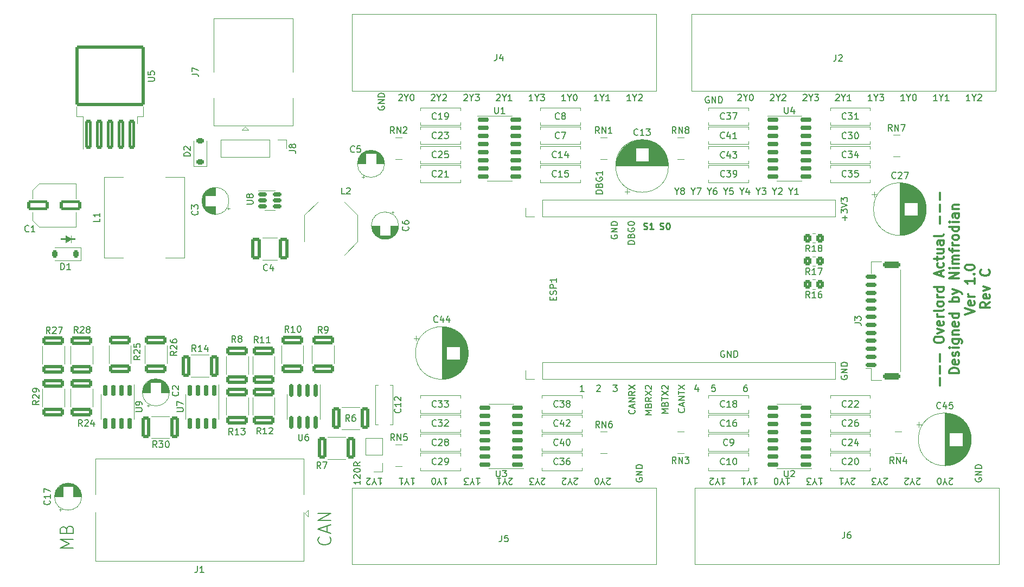
<source format=gto>
%TF.GenerationSoftware,KiCad,Pcbnew,7.0.10*%
%TF.CreationDate,2024-07-06T13:46:37+02:00*%
%TF.ProjectId,Overlord,4f766572-6c6f-4726-942e-6b696361645f,rev?*%
%TF.SameCoordinates,Original*%
%TF.FileFunction,Legend,Top*%
%TF.FilePolarity,Positive*%
%FSLAX46Y46*%
G04 Gerber Fmt 4.6, Leading zero omitted, Abs format (unit mm)*
G04 Created by KiCad (PCBNEW 7.0.10) date 2024-07-06 13:46:37*
%MOMM*%
%LPD*%
G01*
G04 APERTURE LIST*
G04 Aperture macros list*
%AMRoundRect*
0 Rectangle with rounded corners*
0 $1 Rounding radius*
0 $2 $3 $4 $5 $6 $7 $8 $9 X,Y pos of 4 corners*
0 Add a 4 corners polygon primitive as box body*
4,1,4,$2,$3,$4,$5,$6,$7,$8,$9,$2,$3,0*
0 Add four circle primitives for the rounded corners*
1,1,$1+$1,$2,$3*
1,1,$1+$1,$4,$5*
1,1,$1+$1,$6,$7*
1,1,$1+$1,$8,$9*
0 Add four rect primitives between the rounded corners*
20,1,$1+$1,$2,$3,$4,$5,0*
20,1,$1+$1,$4,$5,$6,$7,0*
20,1,$1+$1,$6,$7,$8,$9,0*
20,1,$1+$1,$8,$9,$2,$3,0*%
G04 Aperture macros list end*
%ADD10C,0.100000*%
%ADD11C,0.150000*%
%ADD12C,0.250000*%
%ADD13C,0.300000*%
%ADD14C,0.120000*%
%ADD15C,3.500000*%
%ADD16RoundRect,0.250000X0.400000X1.450000X-0.400000X1.450000X-0.400000X-1.450000X0.400000X-1.450000X0*%
%ADD17RoundRect,0.250000X-0.400000X-1.450000X0.400000X-1.450000X0.400000X1.450000X-0.400000X1.450000X0*%
%ADD18RoundRect,0.250000X1.450000X-0.400000X1.450000X0.400000X-1.450000X0.400000X-1.450000X-0.400000X0*%
%ADD19RoundRect,0.250000X-1.450000X0.400000X-1.450000X-0.400000X1.450000X-0.400000X1.450000X0.400000X0*%
%ADD20RoundRect,0.250000X0.300000X-2.050000X0.300000X2.050000X-0.300000X2.050000X-0.300000X-2.050000X0*%
%ADD21RoundRect,0.250002X5.149998X-4.449998X5.149998X4.449998X-5.149998X4.449998X-5.149998X-4.449998X0*%
%ADD22RoundRect,0.150000X-0.150000X0.725000X-0.150000X-0.725000X0.150000X-0.725000X0.150000X0.725000X0*%
%ADD23RoundRect,0.150000X-0.150000X0.825000X-0.150000X-0.825000X0.150000X-0.825000X0.150000X0.825000X0*%
%ADD24R,1.700000X1.700000*%
%ADD25O,1.700000X1.700000*%
%ADD26RoundRect,0.250000X-0.537500X-1.450000X0.537500X-1.450000X0.537500X1.450000X-0.537500X1.450000X0*%
%ADD27R,3.200000X2.000000*%
%ADD28RoundRect,0.150000X-0.512500X-0.150000X0.512500X-0.150000X0.512500X0.150000X-0.512500X0.150000X0*%
%ADD29C,1.600000*%
%ADD30RoundRect,0.250000X-1.412500X-0.550000X1.412500X-0.550000X1.412500X0.550000X-1.412500X0.550000X0*%
%ADD31R,1.200000X1.200000*%
%ADD32C,1.200000*%
%ADD33C,2.540000*%
%ADD34C,3.250000*%
%ADD35R,1.500000X1.500000*%
%ADD36C,1.500000*%
%ADD37C,2.300000*%
%ADD38R,1.600000X1.600000*%
%ADD39RoundRect,0.150000X-0.725000X-0.150000X0.725000X-0.150000X0.725000X0.150000X-0.725000X0.150000X0*%
%ADD40RoundRect,0.150000X0.725000X0.150000X-0.725000X0.150000X-0.725000X-0.150000X0.725000X-0.150000X0*%
%ADD41R,0.700000X0.640000*%
%ADD42R,0.700000X0.500000*%
%ADD43RoundRect,0.250000X0.350000X0.450000X-0.350000X0.450000X-0.350000X-0.450000X0.350000X-0.450000X0*%
%ADD44R,5.400000X2.900000*%
%ADD45RoundRect,0.225000X0.225000X0.375000X-0.225000X0.375000X-0.225000X-0.375000X0.225000X-0.375000X0*%
%ADD46RoundRect,0.150000X0.700000X-0.150000X0.700000X0.150000X-0.700000X0.150000X-0.700000X-0.150000X0*%
%ADD47RoundRect,0.250000X1.100000X-0.250000X1.100000X0.250000X-1.100000X0.250000X-1.100000X-0.250000X0*%
%ADD48C,1.700000*%
%ADD49RoundRect,0.225000X0.375000X-0.225000X0.375000X0.225000X-0.375000X0.225000X-0.375000X-0.225000X0*%
G04 APERTURE END LIST*
D10*
X35840000Y-60650000D02*
X35140000Y-60650000D01*
X35140000Y-60450000D01*
X35840000Y-60450000D01*
X35840000Y-60650000D01*
G36*
X35840000Y-60650000D02*
G01*
X35140000Y-60650000D01*
X35140000Y-60450000D01*
X35840000Y-60450000D01*
X35840000Y-60650000D01*
G37*
X35390000Y-60550000D02*
X34390000Y-61100000D01*
X34390000Y-60050000D01*
X35390000Y-60550000D01*
G36*
X35390000Y-60550000D02*
G01*
X34390000Y-61100000D01*
X34390000Y-60050000D01*
X35390000Y-60550000D01*
G37*
X35290000Y-61100000D02*
X35240000Y-61100000D01*
X35240000Y-60050000D01*
X35290000Y-60050000D01*
X35290000Y-61100000D01*
G36*
X35290000Y-61100000D02*
G01*
X35240000Y-61100000D01*
X35240000Y-60050000D01*
X35290000Y-60050000D01*
X35290000Y-61100000D01*
G37*
X34340000Y-60650000D02*
X33640000Y-60650000D01*
X33640000Y-60450000D01*
X34340000Y-60450000D01*
X34340000Y-60650000D01*
G36*
X34340000Y-60650000D02*
G01*
X33640000Y-60650000D01*
X33640000Y-60450000D01*
X34340000Y-60450000D01*
X34340000Y-60650000D01*
G37*
D11*
X134835714Y-38352438D02*
X134740476Y-38304819D01*
X134740476Y-38304819D02*
X134597619Y-38304819D01*
X134597619Y-38304819D02*
X134454762Y-38352438D01*
X134454762Y-38352438D02*
X134359524Y-38447676D01*
X134359524Y-38447676D02*
X134311905Y-38542914D01*
X134311905Y-38542914D02*
X134264286Y-38733390D01*
X134264286Y-38733390D02*
X134264286Y-38876247D01*
X134264286Y-38876247D02*
X134311905Y-39066723D01*
X134311905Y-39066723D02*
X134359524Y-39161961D01*
X134359524Y-39161961D02*
X134454762Y-39257200D01*
X134454762Y-39257200D02*
X134597619Y-39304819D01*
X134597619Y-39304819D02*
X134692857Y-39304819D01*
X134692857Y-39304819D02*
X134835714Y-39257200D01*
X134835714Y-39257200D02*
X134883333Y-39209580D01*
X134883333Y-39209580D02*
X134883333Y-38876247D01*
X134883333Y-38876247D02*
X134692857Y-38876247D01*
X135311905Y-39304819D02*
X135311905Y-38304819D01*
X135311905Y-38304819D02*
X135883333Y-39304819D01*
X135883333Y-39304819D02*
X135883333Y-38304819D01*
X136359524Y-39304819D02*
X136359524Y-38304819D01*
X136359524Y-38304819D02*
X136597619Y-38304819D01*
X136597619Y-38304819D02*
X136740476Y-38352438D01*
X136740476Y-38352438D02*
X136835714Y-38447676D01*
X136835714Y-38447676D02*
X136883333Y-38542914D01*
X136883333Y-38542914D02*
X136930952Y-38733390D01*
X136930952Y-38733390D02*
X136930952Y-38876247D01*
X136930952Y-38876247D02*
X136883333Y-39066723D01*
X136883333Y-39066723D02*
X136835714Y-39161961D01*
X136835714Y-39161961D02*
X136740476Y-39257200D01*
X136740476Y-39257200D02*
X136597619Y-39304819D01*
X136597619Y-39304819D02*
X136359524Y-39304819D01*
X156073866Y-57661904D02*
X156073866Y-56900000D01*
X156454819Y-57280952D02*
X155692914Y-57280952D01*
X155454819Y-56519047D02*
X155454819Y-55900000D01*
X155454819Y-55900000D02*
X155835771Y-56233333D01*
X155835771Y-56233333D02*
X155835771Y-56090476D01*
X155835771Y-56090476D02*
X155883390Y-55995238D01*
X155883390Y-55995238D02*
X155931009Y-55947619D01*
X155931009Y-55947619D02*
X156026247Y-55900000D01*
X156026247Y-55900000D02*
X156264342Y-55900000D01*
X156264342Y-55900000D02*
X156359580Y-55947619D01*
X156359580Y-55947619D02*
X156407200Y-55995238D01*
X156407200Y-55995238D02*
X156454819Y-56090476D01*
X156454819Y-56090476D02*
X156454819Y-56376190D01*
X156454819Y-56376190D02*
X156407200Y-56471428D01*
X156407200Y-56471428D02*
X156359580Y-56519047D01*
X155454819Y-55614285D02*
X156454819Y-55280952D01*
X156454819Y-55280952D02*
X155454819Y-54947619D01*
X155454819Y-54709523D02*
X155454819Y-54090476D01*
X155454819Y-54090476D02*
X155835771Y-54423809D01*
X155835771Y-54423809D02*
X155835771Y-54280952D01*
X155835771Y-54280952D02*
X155883390Y-54185714D01*
X155883390Y-54185714D02*
X155931009Y-54138095D01*
X155931009Y-54138095D02*
X156026247Y-54090476D01*
X156026247Y-54090476D02*
X156264342Y-54090476D01*
X156264342Y-54090476D02*
X156359580Y-54138095D01*
X156359580Y-54138095D02*
X156407200Y-54185714D01*
X156407200Y-54185714D02*
X156454819Y-54280952D01*
X156454819Y-54280952D02*
X156454819Y-54566666D01*
X156454819Y-54566666D02*
X156407200Y-54661904D01*
X156407200Y-54661904D02*
X156359580Y-54709523D01*
X155502438Y-81961904D02*
X155454819Y-82057142D01*
X155454819Y-82057142D02*
X155454819Y-82199999D01*
X155454819Y-82199999D02*
X155502438Y-82342856D01*
X155502438Y-82342856D02*
X155597676Y-82438094D01*
X155597676Y-82438094D02*
X155692914Y-82485713D01*
X155692914Y-82485713D02*
X155883390Y-82533332D01*
X155883390Y-82533332D02*
X156026247Y-82533332D01*
X156026247Y-82533332D02*
X156216723Y-82485713D01*
X156216723Y-82485713D02*
X156311961Y-82438094D01*
X156311961Y-82438094D02*
X156407200Y-82342856D01*
X156407200Y-82342856D02*
X156454819Y-82199999D01*
X156454819Y-82199999D02*
X156454819Y-82104761D01*
X156454819Y-82104761D02*
X156407200Y-81961904D01*
X156407200Y-81961904D02*
X156359580Y-81914285D01*
X156359580Y-81914285D02*
X156026247Y-81914285D01*
X156026247Y-81914285D02*
X156026247Y-82104761D01*
X156454819Y-81485713D02*
X155454819Y-81485713D01*
X155454819Y-81485713D02*
X156454819Y-80914285D01*
X156454819Y-80914285D02*
X155454819Y-80914285D01*
X156454819Y-80438094D02*
X155454819Y-80438094D01*
X155454819Y-80438094D02*
X155454819Y-80199999D01*
X155454819Y-80199999D02*
X155502438Y-80057142D01*
X155502438Y-80057142D02*
X155597676Y-79961904D01*
X155597676Y-79961904D02*
X155692914Y-79914285D01*
X155692914Y-79914285D02*
X155883390Y-79866666D01*
X155883390Y-79866666D02*
X156026247Y-79866666D01*
X156026247Y-79866666D02*
X156216723Y-79914285D01*
X156216723Y-79914285D02*
X156311961Y-79961904D01*
X156311961Y-79961904D02*
X156407200Y-80057142D01*
X156407200Y-80057142D02*
X156454819Y-80199999D01*
X156454819Y-80199999D02*
X156454819Y-80438094D01*
X123204819Y-61388094D02*
X122204819Y-61388094D01*
X122204819Y-61388094D02*
X122204819Y-61149999D01*
X122204819Y-61149999D02*
X122252438Y-61007142D01*
X122252438Y-61007142D02*
X122347676Y-60911904D01*
X122347676Y-60911904D02*
X122442914Y-60864285D01*
X122442914Y-60864285D02*
X122633390Y-60816666D01*
X122633390Y-60816666D02*
X122776247Y-60816666D01*
X122776247Y-60816666D02*
X122966723Y-60864285D01*
X122966723Y-60864285D02*
X123061961Y-60911904D01*
X123061961Y-60911904D02*
X123157200Y-61007142D01*
X123157200Y-61007142D02*
X123204819Y-61149999D01*
X123204819Y-61149999D02*
X123204819Y-61388094D01*
X122681009Y-60054761D02*
X122728628Y-59911904D01*
X122728628Y-59911904D02*
X122776247Y-59864285D01*
X122776247Y-59864285D02*
X122871485Y-59816666D01*
X122871485Y-59816666D02*
X123014342Y-59816666D01*
X123014342Y-59816666D02*
X123109580Y-59864285D01*
X123109580Y-59864285D02*
X123157200Y-59911904D01*
X123157200Y-59911904D02*
X123204819Y-60007142D01*
X123204819Y-60007142D02*
X123204819Y-60388094D01*
X123204819Y-60388094D02*
X122204819Y-60388094D01*
X122204819Y-60388094D02*
X122204819Y-60054761D01*
X122204819Y-60054761D02*
X122252438Y-59959523D01*
X122252438Y-59959523D02*
X122300057Y-59911904D01*
X122300057Y-59911904D02*
X122395295Y-59864285D01*
X122395295Y-59864285D02*
X122490533Y-59864285D01*
X122490533Y-59864285D02*
X122585771Y-59911904D01*
X122585771Y-59911904D02*
X122633390Y-59959523D01*
X122633390Y-59959523D02*
X122681009Y-60054761D01*
X122681009Y-60054761D02*
X122681009Y-60388094D01*
X122252438Y-58864285D02*
X122204819Y-58959523D01*
X122204819Y-58959523D02*
X122204819Y-59102380D01*
X122204819Y-59102380D02*
X122252438Y-59245237D01*
X122252438Y-59245237D02*
X122347676Y-59340475D01*
X122347676Y-59340475D02*
X122442914Y-59388094D01*
X122442914Y-59388094D02*
X122633390Y-59435713D01*
X122633390Y-59435713D02*
X122776247Y-59435713D01*
X122776247Y-59435713D02*
X122966723Y-59388094D01*
X122966723Y-59388094D02*
X123061961Y-59340475D01*
X123061961Y-59340475D02*
X123157200Y-59245237D01*
X123157200Y-59245237D02*
X123204819Y-59102380D01*
X123204819Y-59102380D02*
X123204819Y-59007142D01*
X123204819Y-59007142D02*
X123157200Y-58864285D01*
X123157200Y-58864285D02*
X123109580Y-58816666D01*
X123109580Y-58816666D02*
X122776247Y-58816666D01*
X122776247Y-58816666D02*
X122776247Y-59007142D01*
X122204819Y-58197618D02*
X122204819Y-58102380D01*
X122204819Y-58102380D02*
X122252438Y-58007142D01*
X122252438Y-58007142D02*
X122300057Y-57959523D01*
X122300057Y-57959523D02*
X122395295Y-57911904D01*
X122395295Y-57911904D02*
X122585771Y-57864285D01*
X122585771Y-57864285D02*
X122823866Y-57864285D01*
X122823866Y-57864285D02*
X123014342Y-57911904D01*
X123014342Y-57911904D02*
X123109580Y-57959523D01*
X123109580Y-57959523D02*
X123157200Y-58007142D01*
X123157200Y-58007142D02*
X123204819Y-58102380D01*
X123204819Y-58102380D02*
X123204819Y-58197618D01*
X123204819Y-58197618D02*
X123157200Y-58292856D01*
X123157200Y-58292856D02*
X123109580Y-58340475D01*
X123109580Y-58340475D02*
X123014342Y-58388094D01*
X123014342Y-58388094D02*
X122823866Y-58435713D01*
X122823866Y-58435713D02*
X122585771Y-58435713D01*
X122585771Y-58435713D02*
X122395295Y-58388094D01*
X122395295Y-58388094D02*
X122300057Y-58340475D01*
X122300057Y-58340475D02*
X122252438Y-58292856D01*
X122252438Y-58292856D02*
X122204819Y-58197618D01*
X147623809Y-53128628D02*
X147623809Y-53604819D01*
X147290476Y-52604819D02*
X147623809Y-53128628D01*
X147623809Y-53128628D02*
X147957142Y-52604819D01*
X148814285Y-53604819D02*
X148242857Y-53604819D01*
X148528571Y-53604819D02*
X148528571Y-52604819D01*
X148528571Y-52604819D02*
X148433333Y-52747676D01*
X148433333Y-52747676D02*
X148338095Y-52842914D01*
X148338095Y-52842914D02*
X148242857Y-52890533D01*
X149545238Y-38050057D02*
X149592857Y-38002438D01*
X149592857Y-38002438D02*
X149688095Y-37954819D01*
X149688095Y-37954819D02*
X149926190Y-37954819D01*
X149926190Y-37954819D02*
X150021428Y-38002438D01*
X150021428Y-38002438D02*
X150069047Y-38050057D01*
X150069047Y-38050057D02*
X150116666Y-38145295D01*
X150116666Y-38145295D02*
X150116666Y-38240533D01*
X150116666Y-38240533D02*
X150069047Y-38383390D01*
X150069047Y-38383390D02*
X149497619Y-38954819D01*
X149497619Y-38954819D02*
X150116666Y-38954819D01*
X150735714Y-38478628D02*
X150735714Y-38954819D01*
X150402381Y-37954819D02*
X150735714Y-38478628D01*
X150735714Y-38478628D02*
X151069047Y-37954819D01*
X151307143Y-37954819D02*
X151926190Y-37954819D01*
X151926190Y-37954819D02*
X151592857Y-38335771D01*
X151592857Y-38335771D02*
X151735714Y-38335771D01*
X151735714Y-38335771D02*
X151830952Y-38383390D01*
X151830952Y-38383390D02*
X151878571Y-38431009D01*
X151878571Y-38431009D02*
X151926190Y-38526247D01*
X151926190Y-38526247D02*
X151926190Y-38764342D01*
X151926190Y-38764342D02*
X151878571Y-38859580D01*
X151878571Y-38859580D02*
X151830952Y-38907200D01*
X151830952Y-38907200D02*
X151735714Y-38954819D01*
X151735714Y-38954819D02*
X151450000Y-38954819D01*
X151450000Y-38954819D02*
X151354762Y-38907200D01*
X151354762Y-38907200D02*
X151307143Y-38859580D01*
X91502381Y-38050057D02*
X91550000Y-38002438D01*
X91550000Y-38002438D02*
X91645238Y-37954819D01*
X91645238Y-37954819D02*
X91883333Y-37954819D01*
X91883333Y-37954819D02*
X91978571Y-38002438D01*
X91978571Y-38002438D02*
X92026190Y-38050057D01*
X92026190Y-38050057D02*
X92073809Y-38145295D01*
X92073809Y-38145295D02*
X92073809Y-38240533D01*
X92073809Y-38240533D02*
X92026190Y-38383390D01*
X92026190Y-38383390D02*
X91454762Y-38954819D01*
X91454762Y-38954819D02*
X92073809Y-38954819D01*
X92692857Y-38478628D02*
X92692857Y-38954819D01*
X92359524Y-37954819D02*
X92692857Y-38478628D01*
X92692857Y-38478628D02*
X93026190Y-37954819D01*
X93311905Y-38050057D02*
X93359524Y-38002438D01*
X93359524Y-38002438D02*
X93454762Y-37954819D01*
X93454762Y-37954819D02*
X93692857Y-37954819D01*
X93692857Y-37954819D02*
X93788095Y-38002438D01*
X93788095Y-38002438D02*
X93835714Y-38050057D01*
X93835714Y-38050057D02*
X93883333Y-38145295D01*
X93883333Y-38145295D02*
X93883333Y-38240533D01*
X93883333Y-38240533D02*
X93835714Y-38383390D01*
X93835714Y-38383390D02*
X93264286Y-38954819D01*
X93264286Y-38954819D02*
X93883333Y-38954819D01*
X117538094Y-38954819D02*
X116966666Y-38954819D01*
X117252380Y-38954819D02*
X117252380Y-37954819D01*
X117252380Y-37954819D02*
X117157142Y-38097676D01*
X117157142Y-38097676D02*
X117061904Y-38192914D01*
X117061904Y-38192914D02*
X116966666Y-38240533D01*
X118157142Y-38478628D02*
X118157142Y-38954819D01*
X117823809Y-37954819D02*
X118157142Y-38478628D01*
X118157142Y-38478628D02*
X118490475Y-37954819D01*
X119347618Y-38954819D02*
X118776190Y-38954819D01*
X119061904Y-38954819D02*
X119061904Y-37954819D01*
X119061904Y-37954819D02*
X118966666Y-38097676D01*
X118966666Y-38097676D02*
X118871428Y-38192914D01*
X118871428Y-38192914D02*
X118776190Y-38240533D01*
X112445237Y-38954819D02*
X111873809Y-38954819D01*
X112159523Y-38954819D02*
X112159523Y-37954819D01*
X112159523Y-37954819D02*
X112064285Y-38097676D01*
X112064285Y-38097676D02*
X111969047Y-38192914D01*
X111969047Y-38192914D02*
X111873809Y-38240533D01*
X113064285Y-38478628D02*
X113064285Y-38954819D01*
X112730952Y-37954819D02*
X113064285Y-38478628D01*
X113064285Y-38478628D02*
X113397618Y-37954819D01*
X113921428Y-37954819D02*
X114016666Y-37954819D01*
X114016666Y-37954819D02*
X114111904Y-38002438D01*
X114111904Y-38002438D02*
X114159523Y-38050057D01*
X114159523Y-38050057D02*
X114207142Y-38145295D01*
X114207142Y-38145295D02*
X114254761Y-38335771D01*
X114254761Y-38335771D02*
X114254761Y-38573866D01*
X114254761Y-38573866D02*
X114207142Y-38764342D01*
X114207142Y-38764342D02*
X114159523Y-38859580D01*
X114159523Y-38859580D02*
X114111904Y-38907200D01*
X114111904Y-38907200D02*
X114016666Y-38954819D01*
X114016666Y-38954819D02*
X113921428Y-38954819D01*
X113921428Y-38954819D02*
X113826190Y-38907200D01*
X113826190Y-38907200D02*
X113778571Y-38859580D01*
X113778571Y-38859580D02*
X113730952Y-38764342D01*
X113730952Y-38764342D02*
X113683333Y-38573866D01*
X113683333Y-38573866D02*
X113683333Y-38335771D01*
X113683333Y-38335771D02*
X113730952Y-38145295D01*
X113730952Y-38145295D02*
X113778571Y-38050057D01*
X113778571Y-38050057D02*
X113826190Y-38002438D01*
X113826190Y-38002438D02*
X113921428Y-37954819D01*
X96595238Y-38050057D02*
X96642857Y-38002438D01*
X96642857Y-38002438D02*
X96738095Y-37954819D01*
X96738095Y-37954819D02*
X96976190Y-37954819D01*
X96976190Y-37954819D02*
X97071428Y-38002438D01*
X97071428Y-38002438D02*
X97119047Y-38050057D01*
X97119047Y-38050057D02*
X97166666Y-38145295D01*
X97166666Y-38145295D02*
X97166666Y-38240533D01*
X97166666Y-38240533D02*
X97119047Y-38383390D01*
X97119047Y-38383390D02*
X96547619Y-38954819D01*
X96547619Y-38954819D02*
X97166666Y-38954819D01*
X97785714Y-38478628D02*
X97785714Y-38954819D01*
X97452381Y-37954819D02*
X97785714Y-38478628D01*
X97785714Y-38478628D02*
X98119047Y-37954819D01*
X98357143Y-37954819D02*
X98976190Y-37954819D01*
X98976190Y-37954819D02*
X98642857Y-38335771D01*
X98642857Y-38335771D02*
X98785714Y-38335771D01*
X98785714Y-38335771D02*
X98880952Y-38383390D01*
X98880952Y-38383390D02*
X98928571Y-38431009D01*
X98928571Y-38431009D02*
X98976190Y-38526247D01*
X98976190Y-38526247D02*
X98976190Y-38764342D01*
X98976190Y-38764342D02*
X98928571Y-38859580D01*
X98928571Y-38859580D02*
X98880952Y-38907200D01*
X98880952Y-38907200D02*
X98785714Y-38954819D01*
X98785714Y-38954819D02*
X98500000Y-38954819D01*
X98500000Y-38954819D02*
X98404762Y-38907200D01*
X98404762Y-38907200D02*
X98357143Y-38859580D01*
X86409524Y-38050057D02*
X86457143Y-38002438D01*
X86457143Y-38002438D02*
X86552381Y-37954819D01*
X86552381Y-37954819D02*
X86790476Y-37954819D01*
X86790476Y-37954819D02*
X86885714Y-38002438D01*
X86885714Y-38002438D02*
X86933333Y-38050057D01*
X86933333Y-38050057D02*
X86980952Y-38145295D01*
X86980952Y-38145295D02*
X86980952Y-38240533D01*
X86980952Y-38240533D02*
X86933333Y-38383390D01*
X86933333Y-38383390D02*
X86361905Y-38954819D01*
X86361905Y-38954819D02*
X86980952Y-38954819D01*
X87600000Y-38478628D02*
X87600000Y-38954819D01*
X87266667Y-37954819D02*
X87600000Y-38478628D01*
X87600000Y-38478628D02*
X87933333Y-37954819D01*
X88457143Y-37954819D02*
X88552381Y-37954819D01*
X88552381Y-37954819D02*
X88647619Y-38002438D01*
X88647619Y-38002438D02*
X88695238Y-38050057D01*
X88695238Y-38050057D02*
X88742857Y-38145295D01*
X88742857Y-38145295D02*
X88790476Y-38335771D01*
X88790476Y-38335771D02*
X88790476Y-38573866D01*
X88790476Y-38573866D02*
X88742857Y-38764342D01*
X88742857Y-38764342D02*
X88695238Y-38859580D01*
X88695238Y-38859580D02*
X88647619Y-38907200D01*
X88647619Y-38907200D02*
X88552381Y-38954819D01*
X88552381Y-38954819D02*
X88457143Y-38954819D01*
X88457143Y-38954819D02*
X88361905Y-38907200D01*
X88361905Y-38907200D02*
X88314286Y-38859580D01*
X88314286Y-38859580D02*
X88266667Y-38764342D01*
X88266667Y-38764342D02*
X88219048Y-38573866D01*
X88219048Y-38573866D02*
X88219048Y-38335771D01*
X88219048Y-38335771D02*
X88266667Y-38145295D01*
X88266667Y-38145295D02*
X88314286Y-38050057D01*
X88314286Y-38050057D02*
X88361905Y-38002438D01*
X88361905Y-38002438D02*
X88457143Y-37954819D01*
X122630952Y-38954819D02*
X122059524Y-38954819D01*
X122345238Y-38954819D02*
X122345238Y-37954819D01*
X122345238Y-37954819D02*
X122250000Y-38097676D01*
X122250000Y-38097676D02*
X122154762Y-38192914D01*
X122154762Y-38192914D02*
X122059524Y-38240533D01*
X123250000Y-38478628D02*
X123250000Y-38954819D01*
X122916667Y-37954819D02*
X123250000Y-38478628D01*
X123250000Y-38478628D02*
X123583333Y-37954819D01*
X123869048Y-38050057D02*
X123916667Y-38002438D01*
X123916667Y-38002438D02*
X124011905Y-37954819D01*
X124011905Y-37954819D02*
X124250000Y-37954819D01*
X124250000Y-37954819D02*
X124345238Y-38002438D01*
X124345238Y-38002438D02*
X124392857Y-38050057D01*
X124392857Y-38050057D02*
X124440476Y-38145295D01*
X124440476Y-38145295D02*
X124440476Y-38240533D01*
X124440476Y-38240533D02*
X124392857Y-38383390D01*
X124392857Y-38383390D02*
X123821429Y-38954819D01*
X123821429Y-38954819D02*
X124440476Y-38954819D01*
X107352380Y-38954819D02*
X106780952Y-38954819D01*
X107066666Y-38954819D02*
X107066666Y-37954819D01*
X107066666Y-37954819D02*
X106971428Y-38097676D01*
X106971428Y-38097676D02*
X106876190Y-38192914D01*
X106876190Y-38192914D02*
X106780952Y-38240533D01*
X107971428Y-38478628D02*
X107971428Y-38954819D01*
X107638095Y-37954819D02*
X107971428Y-38478628D01*
X107971428Y-38478628D02*
X108304761Y-37954819D01*
X108542857Y-37954819D02*
X109161904Y-37954819D01*
X109161904Y-37954819D02*
X108828571Y-38335771D01*
X108828571Y-38335771D02*
X108971428Y-38335771D01*
X108971428Y-38335771D02*
X109066666Y-38383390D01*
X109066666Y-38383390D02*
X109114285Y-38431009D01*
X109114285Y-38431009D02*
X109161904Y-38526247D01*
X109161904Y-38526247D02*
X109161904Y-38764342D01*
X109161904Y-38764342D02*
X109114285Y-38859580D01*
X109114285Y-38859580D02*
X109066666Y-38907200D01*
X109066666Y-38907200D02*
X108971428Y-38954819D01*
X108971428Y-38954819D02*
X108685714Y-38954819D01*
X108685714Y-38954819D02*
X108590476Y-38907200D01*
X108590476Y-38907200D02*
X108542857Y-38859580D01*
X101688095Y-38050057D02*
X101735714Y-38002438D01*
X101735714Y-38002438D02*
X101830952Y-37954819D01*
X101830952Y-37954819D02*
X102069047Y-37954819D01*
X102069047Y-37954819D02*
X102164285Y-38002438D01*
X102164285Y-38002438D02*
X102211904Y-38050057D01*
X102211904Y-38050057D02*
X102259523Y-38145295D01*
X102259523Y-38145295D02*
X102259523Y-38240533D01*
X102259523Y-38240533D02*
X102211904Y-38383390D01*
X102211904Y-38383390D02*
X101640476Y-38954819D01*
X101640476Y-38954819D02*
X102259523Y-38954819D01*
X102878571Y-38478628D02*
X102878571Y-38954819D01*
X102545238Y-37954819D02*
X102878571Y-38478628D01*
X102878571Y-38478628D02*
X103211904Y-37954819D01*
X104069047Y-38954819D02*
X103497619Y-38954819D01*
X103783333Y-38954819D02*
X103783333Y-37954819D01*
X103783333Y-37954819D02*
X103688095Y-38097676D01*
X103688095Y-38097676D02*
X103592857Y-38192914D01*
X103592857Y-38192914D02*
X103497619Y-38240533D01*
X114347618Y-98849942D02*
X114299999Y-98897561D01*
X114299999Y-98897561D02*
X114204761Y-98945180D01*
X114204761Y-98945180D02*
X113966666Y-98945180D01*
X113966666Y-98945180D02*
X113871428Y-98897561D01*
X113871428Y-98897561D02*
X113823809Y-98849942D01*
X113823809Y-98849942D02*
X113776190Y-98754704D01*
X113776190Y-98754704D02*
X113776190Y-98659466D01*
X113776190Y-98659466D02*
X113823809Y-98516609D01*
X113823809Y-98516609D02*
X114395237Y-97945180D01*
X114395237Y-97945180D02*
X113776190Y-97945180D01*
X113157142Y-98421371D02*
X113157142Y-97945180D01*
X113490475Y-98945180D02*
X113157142Y-98421371D01*
X113157142Y-98421371D02*
X112823809Y-98945180D01*
X112538094Y-98849942D02*
X112490475Y-98897561D01*
X112490475Y-98897561D02*
X112395237Y-98945180D01*
X112395237Y-98945180D02*
X112157142Y-98945180D01*
X112157142Y-98945180D02*
X112061904Y-98897561D01*
X112061904Y-98897561D02*
X112014285Y-98849942D01*
X112014285Y-98849942D02*
X111966666Y-98754704D01*
X111966666Y-98754704D02*
X111966666Y-98659466D01*
X111966666Y-98659466D02*
X112014285Y-98516609D01*
X112014285Y-98516609D02*
X112585713Y-97945180D01*
X112585713Y-97945180D02*
X111966666Y-97945180D01*
X88311905Y-97945180D02*
X88883333Y-97945180D01*
X88597619Y-97945180D02*
X88597619Y-98945180D01*
X88597619Y-98945180D02*
X88692857Y-98802323D01*
X88692857Y-98802323D02*
X88788095Y-98707085D01*
X88788095Y-98707085D02*
X88883333Y-98659466D01*
X87692857Y-98421371D02*
X87692857Y-97945180D01*
X88026190Y-98945180D02*
X87692857Y-98421371D01*
X87692857Y-98421371D02*
X87359524Y-98945180D01*
X86502381Y-97945180D02*
X87073809Y-97945180D01*
X86788095Y-97945180D02*
X86788095Y-98945180D01*
X86788095Y-98945180D02*
X86883333Y-98802323D01*
X86883333Y-98802323D02*
X86978571Y-98707085D01*
X86978571Y-98707085D02*
X87073809Y-98659466D01*
X93404762Y-97945180D02*
X93976190Y-97945180D01*
X93690476Y-97945180D02*
X93690476Y-98945180D01*
X93690476Y-98945180D02*
X93785714Y-98802323D01*
X93785714Y-98802323D02*
X93880952Y-98707085D01*
X93880952Y-98707085D02*
X93976190Y-98659466D01*
X92785714Y-98421371D02*
X92785714Y-97945180D01*
X93119047Y-98945180D02*
X92785714Y-98421371D01*
X92785714Y-98421371D02*
X92452381Y-98945180D01*
X91928571Y-98945180D02*
X91833333Y-98945180D01*
X91833333Y-98945180D02*
X91738095Y-98897561D01*
X91738095Y-98897561D02*
X91690476Y-98849942D01*
X91690476Y-98849942D02*
X91642857Y-98754704D01*
X91642857Y-98754704D02*
X91595238Y-98564228D01*
X91595238Y-98564228D02*
X91595238Y-98326133D01*
X91595238Y-98326133D02*
X91642857Y-98135657D01*
X91642857Y-98135657D02*
X91690476Y-98040419D01*
X91690476Y-98040419D02*
X91738095Y-97992800D01*
X91738095Y-97992800D02*
X91833333Y-97945180D01*
X91833333Y-97945180D02*
X91928571Y-97945180D01*
X91928571Y-97945180D02*
X92023809Y-97992800D01*
X92023809Y-97992800D02*
X92071428Y-98040419D01*
X92071428Y-98040419D02*
X92119047Y-98135657D01*
X92119047Y-98135657D02*
X92166666Y-98326133D01*
X92166666Y-98326133D02*
X92166666Y-98564228D01*
X92166666Y-98564228D02*
X92119047Y-98754704D01*
X92119047Y-98754704D02*
X92071428Y-98849942D01*
X92071428Y-98849942D02*
X92023809Y-98897561D01*
X92023809Y-98897561D02*
X91928571Y-98945180D01*
X109254761Y-98849942D02*
X109207142Y-98897561D01*
X109207142Y-98897561D02*
X109111904Y-98945180D01*
X109111904Y-98945180D02*
X108873809Y-98945180D01*
X108873809Y-98945180D02*
X108778571Y-98897561D01*
X108778571Y-98897561D02*
X108730952Y-98849942D01*
X108730952Y-98849942D02*
X108683333Y-98754704D01*
X108683333Y-98754704D02*
X108683333Y-98659466D01*
X108683333Y-98659466D02*
X108730952Y-98516609D01*
X108730952Y-98516609D02*
X109302380Y-97945180D01*
X109302380Y-97945180D02*
X108683333Y-97945180D01*
X108064285Y-98421371D02*
X108064285Y-97945180D01*
X108397618Y-98945180D02*
X108064285Y-98421371D01*
X108064285Y-98421371D02*
X107730952Y-98945180D01*
X107492856Y-98945180D02*
X106873809Y-98945180D01*
X106873809Y-98945180D02*
X107207142Y-98564228D01*
X107207142Y-98564228D02*
X107064285Y-98564228D01*
X107064285Y-98564228D02*
X106969047Y-98516609D01*
X106969047Y-98516609D02*
X106921428Y-98468990D01*
X106921428Y-98468990D02*
X106873809Y-98373752D01*
X106873809Y-98373752D02*
X106873809Y-98135657D01*
X106873809Y-98135657D02*
X106921428Y-98040419D01*
X106921428Y-98040419D02*
X106969047Y-97992800D01*
X106969047Y-97992800D02*
X107064285Y-97945180D01*
X107064285Y-97945180D02*
X107349999Y-97945180D01*
X107349999Y-97945180D02*
X107445237Y-97992800D01*
X107445237Y-97992800D02*
X107492856Y-98040419D01*
X119440475Y-98849942D02*
X119392856Y-98897561D01*
X119392856Y-98897561D02*
X119297618Y-98945180D01*
X119297618Y-98945180D02*
X119059523Y-98945180D01*
X119059523Y-98945180D02*
X118964285Y-98897561D01*
X118964285Y-98897561D02*
X118916666Y-98849942D01*
X118916666Y-98849942D02*
X118869047Y-98754704D01*
X118869047Y-98754704D02*
X118869047Y-98659466D01*
X118869047Y-98659466D02*
X118916666Y-98516609D01*
X118916666Y-98516609D02*
X119488094Y-97945180D01*
X119488094Y-97945180D02*
X118869047Y-97945180D01*
X118249999Y-98421371D02*
X118249999Y-97945180D01*
X118583332Y-98945180D02*
X118249999Y-98421371D01*
X118249999Y-98421371D02*
X117916666Y-98945180D01*
X117392856Y-98945180D02*
X117297618Y-98945180D01*
X117297618Y-98945180D02*
X117202380Y-98897561D01*
X117202380Y-98897561D02*
X117154761Y-98849942D01*
X117154761Y-98849942D02*
X117107142Y-98754704D01*
X117107142Y-98754704D02*
X117059523Y-98564228D01*
X117059523Y-98564228D02*
X117059523Y-98326133D01*
X117059523Y-98326133D02*
X117107142Y-98135657D01*
X117107142Y-98135657D02*
X117154761Y-98040419D01*
X117154761Y-98040419D02*
X117202380Y-97992800D01*
X117202380Y-97992800D02*
X117297618Y-97945180D01*
X117297618Y-97945180D02*
X117392856Y-97945180D01*
X117392856Y-97945180D02*
X117488094Y-97992800D01*
X117488094Y-97992800D02*
X117535713Y-98040419D01*
X117535713Y-98040419D02*
X117583332Y-98135657D01*
X117583332Y-98135657D02*
X117630951Y-98326133D01*
X117630951Y-98326133D02*
X117630951Y-98564228D01*
X117630951Y-98564228D02*
X117583332Y-98754704D01*
X117583332Y-98754704D02*
X117535713Y-98849942D01*
X117535713Y-98849942D02*
X117488094Y-98897561D01*
X117488094Y-98897561D02*
X117392856Y-98945180D01*
X83219047Y-97945180D02*
X83790475Y-97945180D01*
X83504761Y-97945180D02*
X83504761Y-98945180D01*
X83504761Y-98945180D02*
X83599999Y-98802323D01*
X83599999Y-98802323D02*
X83695237Y-98707085D01*
X83695237Y-98707085D02*
X83790475Y-98659466D01*
X82599999Y-98421371D02*
X82599999Y-97945180D01*
X82933332Y-98945180D02*
X82599999Y-98421371D01*
X82599999Y-98421371D02*
X82266666Y-98945180D01*
X81980951Y-98849942D02*
X81933332Y-98897561D01*
X81933332Y-98897561D02*
X81838094Y-98945180D01*
X81838094Y-98945180D02*
X81599999Y-98945180D01*
X81599999Y-98945180D02*
X81504761Y-98897561D01*
X81504761Y-98897561D02*
X81457142Y-98849942D01*
X81457142Y-98849942D02*
X81409523Y-98754704D01*
X81409523Y-98754704D02*
X81409523Y-98659466D01*
X81409523Y-98659466D02*
X81457142Y-98516609D01*
X81457142Y-98516609D02*
X82028570Y-97945180D01*
X82028570Y-97945180D02*
X81409523Y-97945180D01*
X98497619Y-97945180D02*
X99069047Y-97945180D01*
X98783333Y-97945180D02*
X98783333Y-98945180D01*
X98783333Y-98945180D02*
X98878571Y-98802323D01*
X98878571Y-98802323D02*
X98973809Y-98707085D01*
X98973809Y-98707085D02*
X99069047Y-98659466D01*
X97878571Y-98421371D02*
X97878571Y-97945180D01*
X98211904Y-98945180D02*
X97878571Y-98421371D01*
X97878571Y-98421371D02*
X97545238Y-98945180D01*
X97307142Y-98945180D02*
X96688095Y-98945180D01*
X96688095Y-98945180D02*
X97021428Y-98564228D01*
X97021428Y-98564228D02*
X96878571Y-98564228D01*
X96878571Y-98564228D02*
X96783333Y-98516609D01*
X96783333Y-98516609D02*
X96735714Y-98468990D01*
X96735714Y-98468990D02*
X96688095Y-98373752D01*
X96688095Y-98373752D02*
X96688095Y-98135657D01*
X96688095Y-98135657D02*
X96735714Y-98040419D01*
X96735714Y-98040419D02*
X96783333Y-97992800D01*
X96783333Y-97992800D02*
X96878571Y-97945180D01*
X96878571Y-97945180D02*
X97164285Y-97945180D01*
X97164285Y-97945180D02*
X97259523Y-97992800D01*
X97259523Y-97992800D02*
X97307142Y-98040419D01*
X104161904Y-98849942D02*
X104114285Y-98897561D01*
X104114285Y-98897561D02*
X104019047Y-98945180D01*
X104019047Y-98945180D02*
X103780952Y-98945180D01*
X103780952Y-98945180D02*
X103685714Y-98897561D01*
X103685714Y-98897561D02*
X103638095Y-98849942D01*
X103638095Y-98849942D02*
X103590476Y-98754704D01*
X103590476Y-98754704D02*
X103590476Y-98659466D01*
X103590476Y-98659466D02*
X103638095Y-98516609D01*
X103638095Y-98516609D02*
X104209523Y-97945180D01*
X104209523Y-97945180D02*
X103590476Y-97945180D01*
X102971428Y-98421371D02*
X102971428Y-97945180D01*
X103304761Y-98945180D02*
X102971428Y-98421371D01*
X102971428Y-98421371D02*
X102638095Y-98945180D01*
X101780952Y-97945180D02*
X102352380Y-97945180D01*
X102066666Y-97945180D02*
X102066666Y-98945180D01*
X102066666Y-98945180D02*
X102161904Y-98802323D01*
X102161904Y-98802323D02*
X102257142Y-98707085D01*
X102257142Y-98707085D02*
X102352380Y-98659466D01*
X162704761Y-98849942D02*
X162657142Y-98897561D01*
X162657142Y-98897561D02*
X162561904Y-98945180D01*
X162561904Y-98945180D02*
X162323809Y-98945180D01*
X162323809Y-98945180D02*
X162228571Y-98897561D01*
X162228571Y-98897561D02*
X162180952Y-98849942D01*
X162180952Y-98849942D02*
X162133333Y-98754704D01*
X162133333Y-98754704D02*
X162133333Y-98659466D01*
X162133333Y-98659466D02*
X162180952Y-98516609D01*
X162180952Y-98516609D02*
X162752380Y-97945180D01*
X162752380Y-97945180D02*
X162133333Y-97945180D01*
X161514285Y-98421371D02*
X161514285Y-97945180D01*
X161847618Y-98945180D02*
X161514285Y-98421371D01*
X161514285Y-98421371D02*
X161180952Y-98945180D01*
X160942856Y-98945180D02*
X160323809Y-98945180D01*
X160323809Y-98945180D02*
X160657142Y-98564228D01*
X160657142Y-98564228D02*
X160514285Y-98564228D01*
X160514285Y-98564228D02*
X160419047Y-98516609D01*
X160419047Y-98516609D02*
X160371428Y-98468990D01*
X160371428Y-98468990D02*
X160323809Y-98373752D01*
X160323809Y-98373752D02*
X160323809Y-98135657D01*
X160323809Y-98135657D02*
X160371428Y-98040419D01*
X160371428Y-98040419D02*
X160419047Y-97992800D01*
X160419047Y-97992800D02*
X160514285Y-97945180D01*
X160514285Y-97945180D02*
X160799999Y-97945180D01*
X160799999Y-97945180D02*
X160895237Y-97992800D01*
X160895237Y-97992800D02*
X160942856Y-98040419D01*
X146854762Y-97945180D02*
X147426190Y-97945180D01*
X147140476Y-97945180D02*
X147140476Y-98945180D01*
X147140476Y-98945180D02*
X147235714Y-98802323D01*
X147235714Y-98802323D02*
X147330952Y-98707085D01*
X147330952Y-98707085D02*
X147426190Y-98659466D01*
X146235714Y-98421371D02*
X146235714Y-97945180D01*
X146569047Y-98945180D02*
X146235714Y-98421371D01*
X146235714Y-98421371D02*
X145902381Y-98945180D01*
X145378571Y-98945180D02*
X145283333Y-98945180D01*
X145283333Y-98945180D02*
X145188095Y-98897561D01*
X145188095Y-98897561D02*
X145140476Y-98849942D01*
X145140476Y-98849942D02*
X145092857Y-98754704D01*
X145092857Y-98754704D02*
X145045238Y-98564228D01*
X145045238Y-98564228D02*
X145045238Y-98326133D01*
X145045238Y-98326133D02*
X145092857Y-98135657D01*
X145092857Y-98135657D02*
X145140476Y-98040419D01*
X145140476Y-98040419D02*
X145188095Y-97992800D01*
X145188095Y-97992800D02*
X145283333Y-97945180D01*
X145283333Y-97945180D02*
X145378571Y-97945180D01*
X145378571Y-97945180D02*
X145473809Y-97992800D01*
X145473809Y-97992800D02*
X145521428Y-98040419D01*
X145521428Y-98040419D02*
X145569047Y-98135657D01*
X145569047Y-98135657D02*
X145616666Y-98326133D01*
X145616666Y-98326133D02*
X145616666Y-98564228D01*
X145616666Y-98564228D02*
X145569047Y-98754704D01*
X145569047Y-98754704D02*
X145521428Y-98849942D01*
X145521428Y-98849942D02*
X145473809Y-98897561D01*
X145473809Y-98897561D02*
X145378571Y-98945180D01*
X151947619Y-97945180D02*
X152519047Y-97945180D01*
X152233333Y-97945180D02*
X152233333Y-98945180D01*
X152233333Y-98945180D02*
X152328571Y-98802323D01*
X152328571Y-98802323D02*
X152423809Y-98707085D01*
X152423809Y-98707085D02*
X152519047Y-98659466D01*
X151328571Y-98421371D02*
X151328571Y-97945180D01*
X151661904Y-98945180D02*
X151328571Y-98421371D01*
X151328571Y-98421371D02*
X150995238Y-98945180D01*
X150757142Y-98945180D02*
X150138095Y-98945180D01*
X150138095Y-98945180D02*
X150471428Y-98564228D01*
X150471428Y-98564228D02*
X150328571Y-98564228D01*
X150328571Y-98564228D02*
X150233333Y-98516609D01*
X150233333Y-98516609D02*
X150185714Y-98468990D01*
X150185714Y-98468990D02*
X150138095Y-98373752D01*
X150138095Y-98373752D02*
X150138095Y-98135657D01*
X150138095Y-98135657D02*
X150185714Y-98040419D01*
X150185714Y-98040419D02*
X150233333Y-97992800D01*
X150233333Y-97992800D02*
X150328571Y-97945180D01*
X150328571Y-97945180D02*
X150614285Y-97945180D01*
X150614285Y-97945180D02*
X150709523Y-97992800D01*
X150709523Y-97992800D02*
X150757142Y-98040419D01*
X136769047Y-97945180D02*
X137340475Y-97945180D01*
X137054761Y-97945180D02*
X137054761Y-98945180D01*
X137054761Y-98945180D02*
X137149999Y-98802323D01*
X137149999Y-98802323D02*
X137245237Y-98707085D01*
X137245237Y-98707085D02*
X137340475Y-98659466D01*
X136149999Y-98421371D02*
X136149999Y-97945180D01*
X136483332Y-98945180D02*
X136149999Y-98421371D01*
X136149999Y-98421371D02*
X135816666Y-98945180D01*
X135530951Y-98849942D02*
X135483332Y-98897561D01*
X135483332Y-98897561D02*
X135388094Y-98945180D01*
X135388094Y-98945180D02*
X135149999Y-98945180D01*
X135149999Y-98945180D02*
X135054761Y-98897561D01*
X135054761Y-98897561D02*
X135007142Y-98849942D01*
X135007142Y-98849942D02*
X134959523Y-98754704D01*
X134959523Y-98754704D02*
X134959523Y-98659466D01*
X134959523Y-98659466D02*
X135007142Y-98516609D01*
X135007142Y-98516609D02*
X135578570Y-97945180D01*
X135578570Y-97945180D02*
X134959523Y-97945180D01*
X172890475Y-98849942D02*
X172842856Y-98897561D01*
X172842856Y-98897561D02*
X172747618Y-98945180D01*
X172747618Y-98945180D02*
X172509523Y-98945180D01*
X172509523Y-98945180D02*
X172414285Y-98897561D01*
X172414285Y-98897561D02*
X172366666Y-98849942D01*
X172366666Y-98849942D02*
X172319047Y-98754704D01*
X172319047Y-98754704D02*
X172319047Y-98659466D01*
X172319047Y-98659466D02*
X172366666Y-98516609D01*
X172366666Y-98516609D02*
X172938094Y-97945180D01*
X172938094Y-97945180D02*
X172319047Y-97945180D01*
X171699999Y-98421371D02*
X171699999Y-97945180D01*
X172033332Y-98945180D02*
X171699999Y-98421371D01*
X171699999Y-98421371D02*
X171366666Y-98945180D01*
X170842856Y-98945180D02*
X170747618Y-98945180D01*
X170747618Y-98945180D02*
X170652380Y-98897561D01*
X170652380Y-98897561D02*
X170604761Y-98849942D01*
X170604761Y-98849942D02*
X170557142Y-98754704D01*
X170557142Y-98754704D02*
X170509523Y-98564228D01*
X170509523Y-98564228D02*
X170509523Y-98326133D01*
X170509523Y-98326133D02*
X170557142Y-98135657D01*
X170557142Y-98135657D02*
X170604761Y-98040419D01*
X170604761Y-98040419D02*
X170652380Y-97992800D01*
X170652380Y-97992800D02*
X170747618Y-97945180D01*
X170747618Y-97945180D02*
X170842856Y-97945180D01*
X170842856Y-97945180D02*
X170938094Y-97992800D01*
X170938094Y-97992800D02*
X170985713Y-98040419D01*
X170985713Y-98040419D02*
X171033332Y-98135657D01*
X171033332Y-98135657D02*
X171080951Y-98326133D01*
X171080951Y-98326133D02*
X171080951Y-98564228D01*
X171080951Y-98564228D02*
X171033332Y-98754704D01*
X171033332Y-98754704D02*
X170985713Y-98849942D01*
X170985713Y-98849942D02*
X170938094Y-98897561D01*
X170938094Y-98897561D02*
X170842856Y-98945180D01*
X157611904Y-98849942D02*
X157564285Y-98897561D01*
X157564285Y-98897561D02*
X157469047Y-98945180D01*
X157469047Y-98945180D02*
X157230952Y-98945180D01*
X157230952Y-98945180D02*
X157135714Y-98897561D01*
X157135714Y-98897561D02*
X157088095Y-98849942D01*
X157088095Y-98849942D02*
X157040476Y-98754704D01*
X157040476Y-98754704D02*
X157040476Y-98659466D01*
X157040476Y-98659466D02*
X157088095Y-98516609D01*
X157088095Y-98516609D02*
X157659523Y-97945180D01*
X157659523Y-97945180D02*
X157040476Y-97945180D01*
X156421428Y-98421371D02*
X156421428Y-97945180D01*
X156754761Y-98945180D02*
X156421428Y-98421371D01*
X156421428Y-98421371D02*
X156088095Y-98945180D01*
X155230952Y-97945180D02*
X155802380Y-97945180D01*
X155516666Y-97945180D02*
X155516666Y-98945180D01*
X155516666Y-98945180D02*
X155611904Y-98802323D01*
X155611904Y-98802323D02*
X155707142Y-98707085D01*
X155707142Y-98707085D02*
X155802380Y-98659466D01*
X141761905Y-97945180D02*
X142333333Y-97945180D01*
X142047619Y-97945180D02*
X142047619Y-98945180D01*
X142047619Y-98945180D02*
X142142857Y-98802323D01*
X142142857Y-98802323D02*
X142238095Y-98707085D01*
X142238095Y-98707085D02*
X142333333Y-98659466D01*
X141142857Y-98421371D02*
X141142857Y-97945180D01*
X141476190Y-98945180D02*
X141142857Y-98421371D01*
X141142857Y-98421371D02*
X140809524Y-98945180D01*
X139952381Y-97945180D02*
X140523809Y-97945180D01*
X140238095Y-97945180D02*
X140238095Y-98945180D01*
X140238095Y-98945180D02*
X140333333Y-98802323D01*
X140333333Y-98802323D02*
X140428571Y-98707085D01*
X140428571Y-98707085D02*
X140523809Y-98659466D01*
X167797618Y-98849942D02*
X167749999Y-98897561D01*
X167749999Y-98897561D02*
X167654761Y-98945180D01*
X167654761Y-98945180D02*
X167416666Y-98945180D01*
X167416666Y-98945180D02*
X167321428Y-98897561D01*
X167321428Y-98897561D02*
X167273809Y-98849942D01*
X167273809Y-98849942D02*
X167226190Y-98754704D01*
X167226190Y-98754704D02*
X167226190Y-98659466D01*
X167226190Y-98659466D02*
X167273809Y-98516609D01*
X167273809Y-98516609D02*
X167845237Y-97945180D01*
X167845237Y-97945180D02*
X167226190Y-97945180D01*
X166607142Y-98421371D02*
X166607142Y-97945180D01*
X166940475Y-98945180D02*
X166607142Y-98421371D01*
X166607142Y-98421371D02*
X166273809Y-98945180D01*
X165988094Y-98849942D02*
X165940475Y-98897561D01*
X165940475Y-98897561D02*
X165845237Y-98945180D01*
X165845237Y-98945180D02*
X165607142Y-98945180D01*
X165607142Y-98945180D02*
X165511904Y-98897561D01*
X165511904Y-98897561D02*
X165464285Y-98849942D01*
X165464285Y-98849942D02*
X165416666Y-98754704D01*
X165416666Y-98754704D02*
X165416666Y-98659466D01*
X165416666Y-98659466D02*
X165464285Y-98516609D01*
X165464285Y-98516609D02*
X166035713Y-97945180D01*
X166035713Y-97945180D02*
X165416666Y-97945180D01*
X80404819Y-98366666D02*
X80404819Y-98938094D01*
X80404819Y-98652380D02*
X79404819Y-98652380D01*
X79404819Y-98652380D02*
X79547676Y-98747618D01*
X79547676Y-98747618D02*
X79642914Y-98842856D01*
X79642914Y-98842856D02*
X79690533Y-98938094D01*
X79500057Y-97985713D02*
X79452438Y-97938094D01*
X79452438Y-97938094D02*
X79404819Y-97842856D01*
X79404819Y-97842856D02*
X79404819Y-97604761D01*
X79404819Y-97604761D02*
X79452438Y-97509523D01*
X79452438Y-97509523D02*
X79500057Y-97461904D01*
X79500057Y-97461904D02*
X79595295Y-97414285D01*
X79595295Y-97414285D02*
X79690533Y-97414285D01*
X79690533Y-97414285D02*
X79833390Y-97461904D01*
X79833390Y-97461904D02*
X80404819Y-98033332D01*
X80404819Y-98033332D02*
X80404819Y-97414285D01*
X79404819Y-96795237D02*
X79404819Y-96699999D01*
X79404819Y-96699999D02*
X79452438Y-96604761D01*
X79452438Y-96604761D02*
X79500057Y-96557142D01*
X79500057Y-96557142D02*
X79595295Y-96509523D01*
X79595295Y-96509523D02*
X79785771Y-96461904D01*
X79785771Y-96461904D02*
X80023866Y-96461904D01*
X80023866Y-96461904D02*
X80214342Y-96509523D01*
X80214342Y-96509523D02*
X80309580Y-96557142D01*
X80309580Y-96557142D02*
X80357200Y-96604761D01*
X80357200Y-96604761D02*
X80404819Y-96699999D01*
X80404819Y-96699999D02*
X80404819Y-96795237D01*
X80404819Y-96795237D02*
X80357200Y-96890475D01*
X80357200Y-96890475D02*
X80309580Y-96938094D01*
X80309580Y-96938094D02*
X80214342Y-96985713D01*
X80214342Y-96985713D02*
X80023866Y-97033332D01*
X80023866Y-97033332D02*
X79785771Y-97033332D01*
X79785771Y-97033332D02*
X79595295Y-96985713D01*
X79595295Y-96985713D02*
X79500057Y-96938094D01*
X79500057Y-96938094D02*
X79452438Y-96890475D01*
X79452438Y-96890475D02*
X79404819Y-96795237D01*
X80404819Y-95461904D02*
X79928628Y-95795237D01*
X80404819Y-96033332D02*
X79404819Y-96033332D01*
X79404819Y-96033332D02*
X79404819Y-95652380D01*
X79404819Y-95652380D02*
X79452438Y-95557142D01*
X79452438Y-95557142D02*
X79500057Y-95509523D01*
X79500057Y-95509523D02*
X79595295Y-95461904D01*
X79595295Y-95461904D02*
X79738152Y-95461904D01*
X79738152Y-95461904D02*
X79833390Y-95509523D01*
X79833390Y-95509523D02*
X79881009Y-95557142D01*
X79881009Y-95557142D02*
X79928628Y-95652380D01*
X79928628Y-95652380D02*
X79928628Y-96033332D01*
X175580952Y-38954819D02*
X175009524Y-38954819D01*
X175295238Y-38954819D02*
X175295238Y-37954819D01*
X175295238Y-37954819D02*
X175200000Y-38097676D01*
X175200000Y-38097676D02*
X175104762Y-38192914D01*
X175104762Y-38192914D02*
X175009524Y-38240533D01*
X176200000Y-38478628D02*
X176200000Y-38954819D01*
X175866667Y-37954819D02*
X176200000Y-38478628D01*
X176200000Y-38478628D02*
X176533333Y-37954819D01*
X176819048Y-38050057D02*
X176866667Y-38002438D01*
X176866667Y-38002438D02*
X176961905Y-37954819D01*
X176961905Y-37954819D02*
X177200000Y-37954819D01*
X177200000Y-37954819D02*
X177295238Y-38002438D01*
X177295238Y-38002438D02*
X177342857Y-38050057D01*
X177342857Y-38050057D02*
X177390476Y-38145295D01*
X177390476Y-38145295D02*
X177390476Y-38240533D01*
X177390476Y-38240533D02*
X177342857Y-38383390D01*
X177342857Y-38383390D02*
X176771429Y-38954819D01*
X176771429Y-38954819D02*
X177390476Y-38954819D01*
X165395237Y-38954819D02*
X164823809Y-38954819D01*
X165109523Y-38954819D02*
X165109523Y-37954819D01*
X165109523Y-37954819D02*
X165014285Y-38097676D01*
X165014285Y-38097676D02*
X164919047Y-38192914D01*
X164919047Y-38192914D02*
X164823809Y-38240533D01*
X166014285Y-38478628D02*
X166014285Y-38954819D01*
X165680952Y-37954819D02*
X166014285Y-38478628D01*
X166014285Y-38478628D02*
X166347618Y-37954819D01*
X166871428Y-37954819D02*
X166966666Y-37954819D01*
X166966666Y-37954819D02*
X167061904Y-38002438D01*
X167061904Y-38002438D02*
X167109523Y-38050057D01*
X167109523Y-38050057D02*
X167157142Y-38145295D01*
X167157142Y-38145295D02*
X167204761Y-38335771D01*
X167204761Y-38335771D02*
X167204761Y-38573866D01*
X167204761Y-38573866D02*
X167157142Y-38764342D01*
X167157142Y-38764342D02*
X167109523Y-38859580D01*
X167109523Y-38859580D02*
X167061904Y-38907200D01*
X167061904Y-38907200D02*
X166966666Y-38954819D01*
X166966666Y-38954819D02*
X166871428Y-38954819D01*
X166871428Y-38954819D02*
X166776190Y-38907200D01*
X166776190Y-38907200D02*
X166728571Y-38859580D01*
X166728571Y-38859580D02*
X166680952Y-38764342D01*
X166680952Y-38764342D02*
X166633333Y-38573866D01*
X166633333Y-38573866D02*
X166633333Y-38335771D01*
X166633333Y-38335771D02*
X166680952Y-38145295D01*
X166680952Y-38145295D02*
X166728571Y-38050057D01*
X166728571Y-38050057D02*
X166776190Y-38002438D01*
X166776190Y-38002438D02*
X166871428Y-37954819D01*
X125888152Y-88077023D02*
X124888152Y-88077023D01*
X124888152Y-88077023D02*
X125602437Y-87743690D01*
X125602437Y-87743690D02*
X124888152Y-87410357D01*
X124888152Y-87410357D02*
X125888152Y-87410357D01*
X125364342Y-86600833D02*
X125411961Y-86457976D01*
X125411961Y-86457976D02*
X125459580Y-86410357D01*
X125459580Y-86410357D02*
X125554818Y-86362738D01*
X125554818Y-86362738D02*
X125697675Y-86362738D01*
X125697675Y-86362738D02*
X125792913Y-86410357D01*
X125792913Y-86410357D02*
X125840533Y-86457976D01*
X125840533Y-86457976D02*
X125888152Y-86553214D01*
X125888152Y-86553214D02*
X125888152Y-86934166D01*
X125888152Y-86934166D02*
X124888152Y-86934166D01*
X124888152Y-86934166D02*
X124888152Y-86600833D01*
X124888152Y-86600833D02*
X124935771Y-86505595D01*
X124935771Y-86505595D02*
X124983390Y-86457976D01*
X124983390Y-86457976D02*
X125078628Y-86410357D01*
X125078628Y-86410357D02*
X125173866Y-86410357D01*
X125173866Y-86410357D02*
X125269104Y-86457976D01*
X125269104Y-86457976D02*
X125316723Y-86505595D01*
X125316723Y-86505595D02*
X125364342Y-86600833D01*
X125364342Y-86600833D02*
X125364342Y-86934166D01*
X125888152Y-85362738D02*
X125411961Y-85696071D01*
X125888152Y-85934166D02*
X124888152Y-85934166D01*
X124888152Y-85934166D02*
X124888152Y-85553214D01*
X124888152Y-85553214D02*
X124935771Y-85457976D01*
X124935771Y-85457976D02*
X124983390Y-85410357D01*
X124983390Y-85410357D02*
X125078628Y-85362738D01*
X125078628Y-85362738D02*
X125221485Y-85362738D01*
X125221485Y-85362738D02*
X125316723Y-85410357D01*
X125316723Y-85410357D02*
X125364342Y-85457976D01*
X125364342Y-85457976D02*
X125411961Y-85553214D01*
X125411961Y-85553214D02*
X125411961Y-85934166D01*
X124888152Y-85029404D02*
X125888152Y-84362738D01*
X124888152Y-84362738D02*
X125888152Y-85029404D01*
X124983390Y-84029404D02*
X124935771Y-83981785D01*
X124935771Y-83981785D02*
X124888152Y-83886547D01*
X124888152Y-83886547D02*
X124888152Y-83648452D01*
X124888152Y-83648452D02*
X124935771Y-83553214D01*
X124935771Y-83553214D02*
X124983390Y-83505595D01*
X124983390Y-83505595D02*
X125078628Y-83457976D01*
X125078628Y-83457976D02*
X125173866Y-83457976D01*
X125173866Y-83457976D02*
X125316723Y-83505595D01*
X125316723Y-83505595D02*
X125888152Y-84077023D01*
X125888152Y-84077023D02*
X125888152Y-83457976D01*
D12*
X127188095Y-59002000D02*
X127330952Y-59049619D01*
X127330952Y-59049619D02*
X127569047Y-59049619D01*
X127569047Y-59049619D02*
X127664285Y-59002000D01*
X127664285Y-59002000D02*
X127711904Y-58954380D01*
X127711904Y-58954380D02*
X127759523Y-58859142D01*
X127759523Y-58859142D02*
X127759523Y-58763904D01*
X127759523Y-58763904D02*
X127711904Y-58668666D01*
X127711904Y-58668666D02*
X127664285Y-58621047D01*
X127664285Y-58621047D02*
X127569047Y-58573428D01*
X127569047Y-58573428D02*
X127378571Y-58525809D01*
X127378571Y-58525809D02*
X127283333Y-58478190D01*
X127283333Y-58478190D02*
X127235714Y-58430571D01*
X127235714Y-58430571D02*
X127188095Y-58335333D01*
X127188095Y-58335333D02*
X127188095Y-58240095D01*
X127188095Y-58240095D02*
X127235714Y-58144857D01*
X127235714Y-58144857D02*
X127283333Y-58097238D01*
X127283333Y-58097238D02*
X127378571Y-58049619D01*
X127378571Y-58049619D02*
X127616666Y-58049619D01*
X127616666Y-58049619D02*
X127759523Y-58097238D01*
X128378571Y-58049619D02*
X128473809Y-58049619D01*
X128473809Y-58049619D02*
X128569047Y-58097238D01*
X128569047Y-58097238D02*
X128616666Y-58144857D01*
X128616666Y-58144857D02*
X128664285Y-58240095D01*
X128664285Y-58240095D02*
X128711904Y-58430571D01*
X128711904Y-58430571D02*
X128711904Y-58668666D01*
X128711904Y-58668666D02*
X128664285Y-58859142D01*
X128664285Y-58859142D02*
X128616666Y-58954380D01*
X128616666Y-58954380D02*
X128569047Y-59002000D01*
X128569047Y-59002000D02*
X128473809Y-59049619D01*
X128473809Y-59049619D02*
X128378571Y-59049619D01*
X128378571Y-59049619D02*
X128283333Y-59002000D01*
X128283333Y-59002000D02*
X128235714Y-58954380D01*
X128235714Y-58954380D02*
X128188095Y-58859142D01*
X128188095Y-58859142D02*
X128140476Y-58668666D01*
X128140476Y-58668666D02*
X128140476Y-58430571D01*
X128140476Y-58430571D02*
X128188095Y-58240095D01*
X128188095Y-58240095D02*
X128235714Y-58144857D01*
X128235714Y-58144857D02*
X128283333Y-58097238D01*
X128283333Y-58097238D02*
X128378571Y-58049619D01*
D11*
X119866667Y-83404819D02*
X120485714Y-83404819D01*
X120485714Y-83404819D02*
X120152381Y-83785771D01*
X120152381Y-83785771D02*
X120295238Y-83785771D01*
X120295238Y-83785771D02*
X120390476Y-83833390D01*
X120390476Y-83833390D02*
X120438095Y-83881009D01*
X120438095Y-83881009D02*
X120485714Y-83976247D01*
X120485714Y-83976247D02*
X120485714Y-84214342D01*
X120485714Y-84214342D02*
X120438095Y-84309580D01*
X120438095Y-84309580D02*
X120390476Y-84357200D01*
X120390476Y-84357200D02*
X120295238Y-84404819D01*
X120295238Y-84404819D02*
X120009524Y-84404819D01*
X120009524Y-84404819D02*
X119914286Y-84357200D01*
X119914286Y-84357200D02*
X119866667Y-84309580D01*
X137238095Y-78102438D02*
X137142857Y-78054819D01*
X137142857Y-78054819D02*
X137000000Y-78054819D01*
X137000000Y-78054819D02*
X136857143Y-78102438D01*
X136857143Y-78102438D02*
X136761905Y-78197676D01*
X136761905Y-78197676D02*
X136714286Y-78292914D01*
X136714286Y-78292914D02*
X136666667Y-78483390D01*
X136666667Y-78483390D02*
X136666667Y-78626247D01*
X136666667Y-78626247D02*
X136714286Y-78816723D01*
X136714286Y-78816723D02*
X136761905Y-78911961D01*
X136761905Y-78911961D02*
X136857143Y-79007200D01*
X136857143Y-79007200D02*
X137000000Y-79054819D01*
X137000000Y-79054819D02*
X137095238Y-79054819D01*
X137095238Y-79054819D02*
X137238095Y-79007200D01*
X137238095Y-79007200D02*
X137285714Y-78959580D01*
X137285714Y-78959580D02*
X137285714Y-78626247D01*
X137285714Y-78626247D02*
X137095238Y-78626247D01*
X137714286Y-79054819D02*
X137714286Y-78054819D01*
X137714286Y-78054819D02*
X138285714Y-79054819D01*
X138285714Y-79054819D02*
X138285714Y-78054819D01*
X138761905Y-79054819D02*
X138761905Y-78054819D01*
X138761905Y-78054819D02*
X139000000Y-78054819D01*
X139000000Y-78054819D02*
X139142857Y-78102438D01*
X139142857Y-78102438D02*
X139238095Y-78197676D01*
X139238095Y-78197676D02*
X139285714Y-78292914D01*
X139285714Y-78292914D02*
X139333333Y-78483390D01*
X139333333Y-78483390D02*
X139333333Y-78626247D01*
X139333333Y-78626247D02*
X139285714Y-78816723D01*
X139285714Y-78816723D02*
X139238095Y-78911961D01*
X139238095Y-78911961D02*
X139142857Y-79007200D01*
X139142857Y-79007200D02*
X139000000Y-79054819D01*
X139000000Y-79054819D02*
X138761905Y-79054819D01*
X35597438Y-108906666D02*
X33597438Y-108906666D01*
X33597438Y-108906666D02*
X35026009Y-108239999D01*
X35026009Y-108239999D02*
X33597438Y-107573333D01*
X33597438Y-107573333D02*
X35597438Y-107573333D01*
X34549819Y-105954285D02*
X34645057Y-105668571D01*
X34645057Y-105668571D02*
X34740295Y-105573333D01*
X34740295Y-105573333D02*
X34930771Y-105478095D01*
X34930771Y-105478095D02*
X35216485Y-105478095D01*
X35216485Y-105478095D02*
X35406961Y-105573333D01*
X35406961Y-105573333D02*
X35502200Y-105668571D01*
X35502200Y-105668571D02*
X35597438Y-105859047D01*
X35597438Y-105859047D02*
X35597438Y-106620952D01*
X35597438Y-106620952D02*
X33597438Y-106620952D01*
X33597438Y-106620952D02*
X33597438Y-105954285D01*
X33597438Y-105954285D02*
X33692676Y-105763809D01*
X33692676Y-105763809D02*
X33787914Y-105668571D01*
X33787914Y-105668571D02*
X33978390Y-105573333D01*
X33978390Y-105573333D02*
X34168866Y-105573333D01*
X34168866Y-105573333D02*
X34359342Y-105668571D01*
X34359342Y-105668571D02*
X34454580Y-105763809D01*
X34454580Y-105763809D02*
X34549819Y-105954285D01*
X34549819Y-105954285D02*
X34549819Y-106620952D01*
X128471485Y-87838928D02*
X127471485Y-87838928D01*
X127471485Y-87838928D02*
X128185770Y-87505595D01*
X128185770Y-87505595D02*
X127471485Y-87172262D01*
X127471485Y-87172262D02*
X128471485Y-87172262D01*
X127947675Y-86362738D02*
X127995294Y-86219881D01*
X127995294Y-86219881D02*
X128042913Y-86172262D01*
X128042913Y-86172262D02*
X128138151Y-86124643D01*
X128138151Y-86124643D02*
X128281008Y-86124643D01*
X128281008Y-86124643D02*
X128376246Y-86172262D01*
X128376246Y-86172262D02*
X128423866Y-86219881D01*
X128423866Y-86219881D02*
X128471485Y-86315119D01*
X128471485Y-86315119D02*
X128471485Y-86696071D01*
X128471485Y-86696071D02*
X127471485Y-86696071D01*
X127471485Y-86696071D02*
X127471485Y-86362738D01*
X127471485Y-86362738D02*
X127519104Y-86267500D01*
X127519104Y-86267500D02*
X127566723Y-86219881D01*
X127566723Y-86219881D02*
X127661961Y-86172262D01*
X127661961Y-86172262D02*
X127757199Y-86172262D01*
X127757199Y-86172262D02*
X127852437Y-86219881D01*
X127852437Y-86219881D02*
X127900056Y-86267500D01*
X127900056Y-86267500D02*
X127947675Y-86362738D01*
X127947675Y-86362738D02*
X127947675Y-86696071D01*
X127471485Y-85838928D02*
X127471485Y-85267500D01*
X128471485Y-85553214D02*
X127471485Y-85553214D01*
X127471485Y-85029404D02*
X128471485Y-84362738D01*
X127471485Y-84362738D02*
X128471485Y-85029404D01*
X127566723Y-84029404D02*
X127519104Y-83981785D01*
X127519104Y-83981785D02*
X127471485Y-83886547D01*
X127471485Y-83886547D02*
X127471485Y-83648452D01*
X127471485Y-83648452D02*
X127519104Y-83553214D01*
X127519104Y-83553214D02*
X127566723Y-83505595D01*
X127566723Y-83505595D02*
X127661961Y-83457976D01*
X127661961Y-83457976D02*
X127757199Y-83457976D01*
X127757199Y-83457976D02*
X127900056Y-83505595D01*
X127900056Y-83505595D02*
X128471485Y-84077023D01*
X128471485Y-84077023D02*
X128471485Y-83457976D01*
X154638095Y-38050057D02*
X154685714Y-38002438D01*
X154685714Y-38002438D02*
X154780952Y-37954819D01*
X154780952Y-37954819D02*
X155019047Y-37954819D01*
X155019047Y-37954819D02*
X155114285Y-38002438D01*
X155114285Y-38002438D02*
X155161904Y-38050057D01*
X155161904Y-38050057D02*
X155209523Y-38145295D01*
X155209523Y-38145295D02*
X155209523Y-38240533D01*
X155209523Y-38240533D02*
X155161904Y-38383390D01*
X155161904Y-38383390D02*
X154590476Y-38954819D01*
X154590476Y-38954819D02*
X155209523Y-38954819D01*
X155828571Y-38478628D02*
X155828571Y-38954819D01*
X155495238Y-37954819D02*
X155828571Y-38478628D01*
X155828571Y-38478628D02*
X156161904Y-37954819D01*
X157019047Y-38954819D02*
X156447619Y-38954819D01*
X156733333Y-38954819D02*
X156733333Y-37954819D01*
X156733333Y-37954819D02*
X156638095Y-38097676D01*
X156638095Y-38097676D02*
X156542857Y-38192914D01*
X156542857Y-38192914D02*
X156447619Y-38240533D01*
X130959580Y-87077024D02*
X131007200Y-87124643D01*
X131007200Y-87124643D02*
X131054819Y-87267500D01*
X131054819Y-87267500D02*
X131054819Y-87362738D01*
X131054819Y-87362738D02*
X131007200Y-87505595D01*
X131007200Y-87505595D02*
X130911961Y-87600833D01*
X130911961Y-87600833D02*
X130816723Y-87648452D01*
X130816723Y-87648452D02*
X130626247Y-87696071D01*
X130626247Y-87696071D02*
X130483390Y-87696071D01*
X130483390Y-87696071D02*
X130292914Y-87648452D01*
X130292914Y-87648452D02*
X130197676Y-87600833D01*
X130197676Y-87600833D02*
X130102438Y-87505595D01*
X130102438Y-87505595D02*
X130054819Y-87362738D01*
X130054819Y-87362738D02*
X130054819Y-87267500D01*
X130054819Y-87267500D02*
X130102438Y-87124643D01*
X130102438Y-87124643D02*
X130150057Y-87077024D01*
X130769104Y-86696071D02*
X130769104Y-86219881D01*
X131054819Y-86791309D02*
X130054819Y-86457976D01*
X130054819Y-86457976D02*
X131054819Y-86124643D01*
X131054819Y-85791309D02*
X130054819Y-85791309D01*
X130054819Y-85791309D02*
X131054819Y-85219881D01*
X131054819Y-85219881D02*
X130054819Y-85219881D01*
X130054819Y-84886547D02*
X130054819Y-84315119D01*
X131054819Y-84600833D02*
X130054819Y-84600833D01*
X130054819Y-84077023D02*
X131054819Y-83410357D01*
X130054819Y-83410357D02*
X131054819Y-84077023D01*
D13*
X170884400Y-83471428D02*
X170884400Y-82328571D01*
X170884400Y-81614285D02*
X170884400Y-80471428D01*
X170884400Y-79757142D02*
X170884400Y-78614285D01*
X169955828Y-76471427D02*
X169955828Y-76185713D01*
X169955828Y-76185713D02*
X170027257Y-76042856D01*
X170027257Y-76042856D02*
X170170114Y-75899999D01*
X170170114Y-75899999D02*
X170455828Y-75828570D01*
X170455828Y-75828570D02*
X170955828Y-75828570D01*
X170955828Y-75828570D02*
X171241542Y-75899999D01*
X171241542Y-75899999D02*
X171384400Y-76042856D01*
X171384400Y-76042856D02*
X171455828Y-76185713D01*
X171455828Y-76185713D02*
X171455828Y-76471427D01*
X171455828Y-76471427D02*
X171384400Y-76614285D01*
X171384400Y-76614285D02*
X171241542Y-76757142D01*
X171241542Y-76757142D02*
X170955828Y-76828570D01*
X170955828Y-76828570D02*
X170455828Y-76828570D01*
X170455828Y-76828570D02*
X170170114Y-76757142D01*
X170170114Y-76757142D02*
X170027257Y-76614285D01*
X170027257Y-76614285D02*
X169955828Y-76471427D01*
X170455828Y-75328570D02*
X171455828Y-74971427D01*
X171455828Y-74971427D02*
X170455828Y-74614284D01*
X171384400Y-73471427D02*
X171455828Y-73614284D01*
X171455828Y-73614284D02*
X171455828Y-73899999D01*
X171455828Y-73899999D02*
X171384400Y-74042856D01*
X171384400Y-74042856D02*
X171241542Y-74114284D01*
X171241542Y-74114284D02*
X170670114Y-74114284D01*
X170670114Y-74114284D02*
X170527257Y-74042856D01*
X170527257Y-74042856D02*
X170455828Y-73899999D01*
X170455828Y-73899999D02*
X170455828Y-73614284D01*
X170455828Y-73614284D02*
X170527257Y-73471427D01*
X170527257Y-73471427D02*
X170670114Y-73399999D01*
X170670114Y-73399999D02*
X170812971Y-73399999D01*
X170812971Y-73399999D02*
X170955828Y-74114284D01*
X171455828Y-72757142D02*
X170455828Y-72757142D01*
X170741542Y-72757142D02*
X170598685Y-72685713D01*
X170598685Y-72685713D02*
X170527257Y-72614285D01*
X170527257Y-72614285D02*
X170455828Y-72471427D01*
X170455828Y-72471427D02*
X170455828Y-72328570D01*
X171455828Y-71614285D02*
X171384400Y-71757142D01*
X171384400Y-71757142D02*
X171241542Y-71828571D01*
X171241542Y-71828571D02*
X169955828Y-71828571D01*
X171455828Y-70828571D02*
X171384400Y-70971428D01*
X171384400Y-70971428D02*
X171312971Y-71042857D01*
X171312971Y-71042857D02*
X171170114Y-71114285D01*
X171170114Y-71114285D02*
X170741542Y-71114285D01*
X170741542Y-71114285D02*
X170598685Y-71042857D01*
X170598685Y-71042857D02*
X170527257Y-70971428D01*
X170527257Y-70971428D02*
X170455828Y-70828571D01*
X170455828Y-70828571D02*
X170455828Y-70614285D01*
X170455828Y-70614285D02*
X170527257Y-70471428D01*
X170527257Y-70471428D02*
X170598685Y-70400000D01*
X170598685Y-70400000D02*
X170741542Y-70328571D01*
X170741542Y-70328571D02*
X171170114Y-70328571D01*
X171170114Y-70328571D02*
X171312971Y-70400000D01*
X171312971Y-70400000D02*
X171384400Y-70471428D01*
X171384400Y-70471428D02*
X171455828Y-70614285D01*
X171455828Y-70614285D02*
X171455828Y-70828571D01*
X171455828Y-69685714D02*
X170455828Y-69685714D01*
X170741542Y-69685714D02*
X170598685Y-69614285D01*
X170598685Y-69614285D02*
X170527257Y-69542857D01*
X170527257Y-69542857D02*
X170455828Y-69399999D01*
X170455828Y-69399999D02*
X170455828Y-69257142D01*
X171455828Y-68114286D02*
X169955828Y-68114286D01*
X171384400Y-68114286D02*
X171455828Y-68257143D01*
X171455828Y-68257143D02*
X171455828Y-68542857D01*
X171455828Y-68542857D02*
X171384400Y-68685714D01*
X171384400Y-68685714D02*
X171312971Y-68757143D01*
X171312971Y-68757143D02*
X171170114Y-68828571D01*
X171170114Y-68828571D02*
X170741542Y-68828571D01*
X170741542Y-68828571D02*
X170598685Y-68757143D01*
X170598685Y-68757143D02*
X170527257Y-68685714D01*
X170527257Y-68685714D02*
X170455828Y-68542857D01*
X170455828Y-68542857D02*
X170455828Y-68257143D01*
X170455828Y-68257143D02*
X170527257Y-68114286D01*
X171027257Y-66328571D02*
X171027257Y-65614286D01*
X171455828Y-66471428D02*
X169955828Y-65971428D01*
X169955828Y-65971428D02*
X171455828Y-65471428D01*
X171384400Y-64328572D02*
X171455828Y-64471429D01*
X171455828Y-64471429D02*
X171455828Y-64757143D01*
X171455828Y-64757143D02*
X171384400Y-64900000D01*
X171384400Y-64900000D02*
X171312971Y-64971429D01*
X171312971Y-64971429D02*
X171170114Y-65042857D01*
X171170114Y-65042857D02*
X170741542Y-65042857D01*
X170741542Y-65042857D02*
X170598685Y-64971429D01*
X170598685Y-64971429D02*
X170527257Y-64900000D01*
X170527257Y-64900000D02*
X170455828Y-64757143D01*
X170455828Y-64757143D02*
X170455828Y-64471429D01*
X170455828Y-64471429D02*
X170527257Y-64328572D01*
X170455828Y-63900000D02*
X170455828Y-63328572D01*
X169955828Y-63685715D02*
X171241542Y-63685715D01*
X171241542Y-63685715D02*
X171384400Y-63614286D01*
X171384400Y-63614286D02*
X171455828Y-63471429D01*
X171455828Y-63471429D02*
X171455828Y-63328572D01*
X170455828Y-62185715D02*
X171455828Y-62185715D01*
X170455828Y-62828572D02*
X171241542Y-62828572D01*
X171241542Y-62828572D02*
X171384400Y-62757143D01*
X171384400Y-62757143D02*
X171455828Y-62614286D01*
X171455828Y-62614286D02*
X171455828Y-62400000D01*
X171455828Y-62400000D02*
X171384400Y-62257143D01*
X171384400Y-62257143D02*
X171312971Y-62185715D01*
X171455828Y-60828572D02*
X170670114Y-60828572D01*
X170670114Y-60828572D02*
X170527257Y-60900000D01*
X170527257Y-60900000D02*
X170455828Y-61042857D01*
X170455828Y-61042857D02*
X170455828Y-61328572D01*
X170455828Y-61328572D02*
X170527257Y-61471429D01*
X171384400Y-60828572D02*
X171455828Y-60971429D01*
X171455828Y-60971429D02*
X171455828Y-61328572D01*
X171455828Y-61328572D02*
X171384400Y-61471429D01*
X171384400Y-61471429D02*
X171241542Y-61542857D01*
X171241542Y-61542857D02*
X171098685Y-61542857D01*
X171098685Y-61542857D02*
X170955828Y-61471429D01*
X170955828Y-61471429D02*
X170884400Y-61328572D01*
X170884400Y-61328572D02*
X170884400Y-60971429D01*
X170884400Y-60971429D02*
X170812971Y-60828572D01*
X171455828Y-59900000D02*
X171384400Y-60042857D01*
X171384400Y-60042857D02*
X171241542Y-60114286D01*
X171241542Y-60114286D02*
X169955828Y-60114286D01*
X170884400Y-58185715D02*
X170884400Y-57042858D01*
X170884400Y-56328572D02*
X170884400Y-55185715D01*
X170884400Y-54471429D02*
X170884400Y-53328572D01*
X173870828Y-81578572D02*
X172370828Y-81578572D01*
X172370828Y-81578572D02*
X172370828Y-81221429D01*
X172370828Y-81221429D02*
X172442257Y-81007143D01*
X172442257Y-81007143D02*
X172585114Y-80864286D01*
X172585114Y-80864286D02*
X172727971Y-80792857D01*
X172727971Y-80792857D02*
X173013685Y-80721429D01*
X173013685Y-80721429D02*
X173227971Y-80721429D01*
X173227971Y-80721429D02*
X173513685Y-80792857D01*
X173513685Y-80792857D02*
X173656542Y-80864286D01*
X173656542Y-80864286D02*
X173799400Y-81007143D01*
X173799400Y-81007143D02*
X173870828Y-81221429D01*
X173870828Y-81221429D02*
X173870828Y-81578572D01*
X173799400Y-79507143D02*
X173870828Y-79650000D01*
X173870828Y-79650000D02*
X173870828Y-79935715D01*
X173870828Y-79935715D02*
X173799400Y-80078572D01*
X173799400Y-80078572D02*
X173656542Y-80150000D01*
X173656542Y-80150000D02*
X173085114Y-80150000D01*
X173085114Y-80150000D02*
X172942257Y-80078572D01*
X172942257Y-80078572D02*
X172870828Y-79935715D01*
X172870828Y-79935715D02*
X172870828Y-79650000D01*
X172870828Y-79650000D02*
X172942257Y-79507143D01*
X172942257Y-79507143D02*
X173085114Y-79435715D01*
X173085114Y-79435715D02*
X173227971Y-79435715D01*
X173227971Y-79435715D02*
X173370828Y-80150000D01*
X173799400Y-78864286D02*
X173870828Y-78721429D01*
X173870828Y-78721429D02*
X173870828Y-78435715D01*
X173870828Y-78435715D02*
X173799400Y-78292858D01*
X173799400Y-78292858D02*
X173656542Y-78221429D01*
X173656542Y-78221429D02*
X173585114Y-78221429D01*
X173585114Y-78221429D02*
X173442257Y-78292858D01*
X173442257Y-78292858D02*
X173370828Y-78435715D01*
X173370828Y-78435715D02*
X173370828Y-78650001D01*
X173370828Y-78650001D02*
X173299400Y-78792858D01*
X173299400Y-78792858D02*
X173156542Y-78864286D01*
X173156542Y-78864286D02*
X173085114Y-78864286D01*
X173085114Y-78864286D02*
X172942257Y-78792858D01*
X172942257Y-78792858D02*
X172870828Y-78650001D01*
X172870828Y-78650001D02*
X172870828Y-78435715D01*
X172870828Y-78435715D02*
X172942257Y-78292858D01*
X173870828Y-77578572D02*
X172870828Y-77578572D01*
X172370828Y-77578572D02*
X172442257Y-77650000D01*
X172442257Y-77650000D02*
X172513685Y-77578572D01*
X172513685Y-77578572D02*
X172442257Y-77507143D01*
X172442257Y-77507143D02*
X172370828Y-77578572D01*
X172370828Y-77578572D02*
X172513685Y-77578572D01*
X172870828Y-76221429D02*
X174085114Y-76221429D01*
X174085114Y-76221429D02*
X174227971Y-76292857D01*
X174227971Y-76292857D02*
X174299400Y-76364286D01*
X174299400Y-76364286D02*
X174370828Y-76507143D01*
X174370828Y-76507143D02*
X174370828Y-76721429D01*
X174370828Y-76721429D02*
X174299400Y-76864286D01*
X173799400Y-76221429D02*
X173870828Y-76364286D01*
X173870828Y-76364286D02*
X173870828Y-76650000D01*
X173870828Y-76650000D02*
X173799400Y-76792857D01*
X173799400Y-76792857D02*
X173727971Y-76864286D01*
X173727971Y-76864286D02*
X173585114Y-76935714D01*
X173585114Y-76935714D02*
X173156542Y-76935714D01*
X173156542Y-76935714D02*
X173013685Y-76864286D01*
X173013685Y-76864286D02*
X172942257Y-76792857D01*
X172942257Y-76792857D02*
X172870828Y-76650000D01*
X172870828Y-76650000D02*
X172870828Y-76364286D01*
X172870828Y-76364286D02*
X172942257Y-76221429D01*
X172870828Y-75507143D02*
X173870828Y-75507143D01*
X173013685Y-75507143D02*
X172942257Y-75435714D01*
X172942257Y-75435714D02*
X172870828Y-75292857D01*
X172870828Y-75292857D02*
X172870828Y-75078571D01*
X172870828Y-75078571D02*
X172942257Y-74935714D01*
X172942257Y-74935714D02*
X173085114Y-74864286D01*
X173085114Y-74864286D02*
X173870828Y-74864286D01*
X173799400Y-73578571D02*
X173870828Y-73721428D01*
X173870828Y-73721428D02*
X173870828Y-74007143D01*
X173870828Y-74007143D02*
X173799400Y-74150000D01*
X173799400Y-74150000D02*
X173656542Y-74221428D01*
X173656542Y-74221428D02*
X173085114Y-74221428D01*
X173085114Y-74221428D02*
X172942257Y-74150000D01*
X172942257Y-74150000D02*
X172870828Y-74007143D01*
X172870828Y-74007143D02*
X172870828Y-73721428D01*
X172870828Y-73721428D02*
X172942257Y-73578571D01*
X172942257Y-73578571D02*
X173085114Y-73507143D01*
X173085114Y-73507143D02*
X173227971Y-73507143D01*
X173227971Y-73507143D02*
X173370828Y-74221428D01*
X173870828Y-72221429D02*
X172370828Y-72221429D01*
X173799400Y-72221429D02*
X173870828Y-72364286D01*
X173870828Y-72364286D02*
X173870828Y-72650000D01*
X173870828Y-72650000D02*
X173799400Y-72792857D01*
X173799400Y-72792857D02*
X173727971Y-72864286D01*
X173727971Y-72864286D02*
X173585114Y-72935714D01*
X173585114Y-72935714D02*
X173156542Y-72935714D01*
X173156542Y-72935714D02*
X173013685Y-72864286D01*
X173013685Y-72864286D02*
X172942257Y-72792857D01*
X172942257Y-72792857D02*
X172870828Y-72650000D01*
X172870828Y-72650000D02*
X172870828Y-72364286D01*
X172870828Y-72364286D02*
X172942257Y-72221429D01*
X173870828Y-70364286D02*
X172370828Y-70364286D01*
X172942257Y-70364286D02*
X172870828Y-70221429D01*
X172870828Y-70221429D02*
X172870828Y-69935714D01*
X172870828Y-69935714D02*
X172942257Y-69792857D01*
X172942257Y-69792857D02*
X173013685Y-69721429D01*
X173013685Y-69721429D02*
X173156542Y-69650000D01*
X173156542Y-69650000D02*
X173585114Y-69650000D01*
X173585114Y-69650000D02*
X173727971Y-69721429D01*
X173727971Y-69721429D02*
X173799400Y-69792857D01*
X173799400Y-69792857D02*
X173870828Y-69935714D01*
X173870828Y-69935714D02*
X173870828Y-70221429D01*
X173870828Y-70221429D02*
X173799400Y-70364286D01*
X172870828Y-69150000D02*
X173870828Y-68792857D01*
X172870828Y-68435714D02*
X173870828Y-68792857D01*
X173870828Y-68792857D02*
X174227971Y-68935714D01*
X174227971Y-68935714D02*
X174299400Y-69007143D01*
X174299400Y-69007143D02*
X174370828Y-69150000D01*
X173870828Y-66721429D02*
X172370828Y-66721429D01*
X172370828Y-66721429D02*
X173870828Y-65864286D01*
X173870828Y-65864286D02*
X172370828Y-65864286D01*
X173870828Y-65150000D02*
X172870828Y-65150000D01*
X172370828Y-65150000D02*
X172442257Y-65221428D01*
X172442257Y-65221428D02*
X172513685Y-65150000D01*
X172513685Y-65150000D02*
X172442257Y-65078571D01*
X172442257Y-65078571D02*
X172370828Y-65150000D01*
X172370828Y-65150000D02*
X172513685Y-65150000D01*
X173870828Y-64435714D02*
X172870828Y-64435714D01*
X173013685Y-64435714D02*
X172942257Y-64364285D01*
X172942257Y-64364285D02*
X172870828Y-64221428D01*
X172870828Y-64221428D02*
X172870828Y-64007142D01*
X172870828Y-64007142D02*
X172942257Y-63864285D01*
X172942257Y-63864285D02*
X173085114Y-63792857D01*
X173085114Y-63792857D02*
X173870828Y-63792857D01*
X173085114Y-63792857D02*
X172942257Y-63721428D01*
X172942257Y-63721428D02*
X172870828Y-63578571D01*
X172870828Y-63578571D02*
X172870828Y-63364285D01*
X172870828Y-63364285D02*
X172942257Y-63221428D01*
X172942257Y-63221428D02*
X173085114Y-63149999D01*
X173085114Y-63149999D02*
X173870828Y-63149999D01*
X172870828Y-62649999D02*
X172870828Y-62078571D01*
X173870828Y-62435714D02*
X172585114Y-62435714D01*
X172585114Y-62435714D02*
X172442257Y-62364285D01*
X172442257Y-62364285D02*
X172370828Y-62221428D01*
X172370828Y-62221428D02*
X172370828Y-62078571D01*
X173870828Y-61578571D02*
X172870828Y-61578571D01*
X173156542Y-61578571D02*
X173013685Y-61507142D01*
X173013685Y-61507142D02*
X172942257Y-61435714D01*
X172942257Y-61435714D02*
X172870828Y-61292856D01*
X172870828Y-61292856D02*
X172870828Y-61149999D01*
X173870828Y-60435714D02*
X173799400Y-60578571D01*
X173799400Y-60578571D02*
X173727971Y-60650000D01*
X173727971Y-60650000D02*
X173585114Y-60721428D01*
X173585114Y-60721428D02*
X173156542Y-60721428D01*
X173156542Y-60721428D02*
X173013685Y-60650000D01*
X173013685Y-60650000D02*
X172942257Y-60578571D01*
X172942257Y-60578571D02*
X172870828Y-60435714D01*
X172870828Y-60435714D02*
X172870828Y-60221428D01*
X172870828Y-60221428D02*
X172942257Y-60078571D01*
X172942257Y-60078571D02*
X173013685Y-60007143D01*
X173013685Y-60007143D02*
X173156542Y-59935714D01*
X173156542Y-59935714D02*
X173585114Y-59935714D01*
X173585114Y-59935714D02*
X173727971Y-60007143D01*
X173727971Y-60007143D02*
X173799400Y-60078571D01*
X173799400Y-60078571D02*
X173870828Y-60221428D01*
X173870828Y-60221428D02*
X173870828Y-60435714D01*
X173870828Y-58650000D02*
X172370828Y-58650000D01*
X173799400Y-58650000D02*
X173870828Y-58792857D01*
X173870828Y-58792857D02*
X173870828Y-59078571D01*
X173870828Y-59078571D02*
X173799400Y-59221428D01*
X173799400Y-59221428D02*
X173727971Y-59292857D01*
X173727971Y-59292857D02*
X173585114Y-59364285D01*
X173585114Y-59364285D02*
X173156542Y-59364285D01*
X173156542Y-59364285D02*
X173013685Y-59292857D01*
X173013685Y-59292857D02*
X172942257Y-59221428D01*
X172942257Y-59221428D02*
X172870828Y-59078571D01*
X172870828Y-59078571D02*
X172870828Y-58792857D01*
X172870828Y-58792857D02*
X172942257Y-58650000D01*
X173870828Y-57935714D02*
X172870828Y-57935714D01*
X172370828Y-57935714D02*
X172442257Y-58007142D01*
X172442257Y-58007142D02*
X172513685Y-57935714D01*
X172513685Y-57935714D02*
X172442257Y-57864285D01*
X172442257Y-57864285D02*
X172370828Y-57935714D01*
X172370828Y-57935714D02*
X172513685Y-57935714D01*
X173870828Y-56578571D02*
X173085114Y-56578571D01*
X173085114Y-56578571D02*
X172942257Y-56649999D01*
X172942257Y-56649999D02*
X172870828Y-56792856D01*
X172870828Y-56792856D02*
X172870828Y-57078571D01*
X172870828Y-57078571D02*
X172942257Y-57221428D01*
X173799400Y-56578571D02*
X173870828Y-56721428D01*
X173870828Y-56721428D02*
X173870828Y-57078571D01*
X173870828Y-57078571D02*
X173799400Y-57221428D01*
X173799400Y-57221428D02*
X173656542Y-57292856D01*
X173656542Y-57292856D02*
X173513685Y-57292856D01*
X173513685Y-57292856D02*
X173370828Y-57221428D01*
X173370828Y-57221428D02*
X173299400Y-57078571D01*
X173299400Y-57078571D02*
X173299400Y-56721428D01*
X173299400Y-56721428D02*
X173227971Y-56578571D01*
X172870828Y-55864285D02*
X173870828Y-55864285D01*
X173013685Y-55864285D02*
X172942257Y-55792856D01*
X172942257Y-55792856D02*
X172870828Y-55649999D01*
X172870828Y-55649999D02*
X172870828Y-55435713D01*
X172870828Y-55435713D02*
X172942257Y-55292856D01*
X172942257Y-55292856D02*
X173085114Y-55221428D01*
X173085114Y-55221428D02*
X173870828Y-55221428D01*
X174785828Y-72364284D02*
X176285828Y-71864284D01*
X176285828Y-71864284D02*
X174785828Y-71364284D01*
X176214400Y-70292856D02*
X176285828Y-70435713D01*
X176285828Y-70435713D02*
X176285828Y-70721428D01*
X176285828Y-70721428D02*
X176214400Y-70864285D01*
X176214400Y-70864285D02*
X176071542Y-70935713D01*
X176071542Y-70935713D02*
X175500114Y-70935713D01*
X175500114Y-70935713D02*
X175357257Y-70864285D01*
X175357257Y-70864285D02*
X175285828Y-70721428D01*
X175285828Y-70721428D02*
X175285828Y-70435713D01*
X175285828Y-70435713D02*
X175357257Y-70292856D01*
X175357257Y-70292856D02*
X175500114Y-70221428D01*
X175500114Y-70221428D02*
X175642971Y-70221428D01*
X175642971Y-70221428D02*
X175785828Y-70935713D01*
X176285828Y-69578571D02*
X175285828Y-69578571D01*
X175571542Y-69578571D02*
X175428685Y-69507142D01*
X175428685Y-69507142D02*
X175357257Y-69435714D01*
X175357257Y-69435714D02*
X175285828Y-69292856D01*
X175285828Y-69292856D02*
X175285828Y-69149999D01*
X176285828Y-66721428D02*
X176285828Y-67578571D01*
X176285828Y-67150000D02*
X174785828Y-67150000D01*
X174785828Y-67150000D02*
X175000114Y-67292857D01*
X175000114Y-67292857D02*
X175142971Y-67435714D01*
X175142971Y-67435714D02*
X175214400Y-67578571D01*
X176142971Y-66078572D02*
X176214400Y-66007143D01*
X176214400Y-66007143D02*
X176285828Y-66078572D01*
X176285828Y-66078572D02*
X176214400Y-66150000D01*
X176214400Y-66150000D02*
X176142971Y-66078572D01*
X176142971Y-66078572D02*
X176285828Y-66078572D01*
X174785828Y-65078571D02*
X174785828Y-64935714D01*
X174785828Y-64935714D02*
X174857257Y-64792857D01*
X174857257Y-64792857D02*
X174928685Y-64721429D01*
X174928685Y-64721429D02*
X175071542Y-64650000D01*
X175071542Y-64650000D02*
X175357257Y-64578571D01*
X175357257Y-64578571D02*
X175714400Y-64578571D01*
X175714400Y-64578571D02*
X176000114Y-64650000D01*
X176000114Y-64650000D02*
X176142971Y-64721429D01*
X176142971Y-64721429D02*
X176214400Y-64792857D01*
X176214400Y-64792857D02*
X176285828Y-64935714D01*
X176285828Y-64935714D02*
X176285828Y-65078571D01*
X176285828Y-65078571D02*
X176214400Y-65221429D01*
X176214400Y-65221429D02*
X176142971Y-65292857D01*
X176142971Y-65292857D02*
X176000114Y-65364286D01*
X176000114Y-65364286D02*
X175714400Y-65435714D01*
X175714400Y-65435714D02*
X175357257Y-65435714D01*
X175357257Y-65435714D02*
X175071542Y-65364286D01*
X175071542Y-65364286D02*
X174928685Y-65292857D01*
X174928685Y-65292857D02*
X174857257Y-65221429D01*
X174857257Y-65221429D02*
X174785828Y-65078571D01*
X178700828Y-70471428D02*
X177986542Y-70971428D01*
X178700828Y-71328571D02*
X177200828Y-71328571D01*
X177200828Y-71328571D02*
X177200828Y-70757142D01*
X177200828Y-70757142D02*
X177272257Y-70614285D01*
X177272257Y-70614285D02*
X177343685Y-70542856D01*
X177343685Y-70542856D02*
X177486542Y-70471428D01*
X177486542Y-70471428D02*
X177700828Y-70471428D01*
X177700828Y-70471428D02*
X177843685Y-70542856D01*
X177843685Y-70542856D02*
X177915114Y-70614285D01*
X177915114Y-70614285D02*
X177986542Y-70757142D01*
X177986542Y-70757142D02*
X177986542Y-71328571D01*
X178629400Y-69257142D02*
X178700828Y-69399999D01*
X178700828Y-69399999D02*
X178700828Y-69685714D01*
X178700828Y-69685714D02*
X178629400Y-69828571D01*
X178629400Y-69828571D02*
X178486542Y-69899999D01*
X178486542Y-69899999D02*
X177915114Y-69899999D01*
X177915114Y-69899999D02*
X177772257Y-69828571D01*
X177772257Y-69828571D02*
X177700828Y-69685714D01*
X177700828Y-69685714D02*
X177700828Y-69399999D01*
X177700828Y-69399999D02*
X177772257Y-69257142D01*
X177772257Y-69257142D02*
X177915114Y-69185714D01*
X177915114Y-69185714D02*
X178057971Y-69185714D01*
X178057971Y-69185714D02*
X178200828Y-69899999D01*
X177700828Y-68685714D02*
X178700828Y-68328571D01*
X178700828Y-68328571D02*
X177700828Y-67971428D01*
X178557971Y-65400000D02*
X178629400Y-65471428D01*
X178629400Y-65471428D02*
X178700828Y-65685714D01*
X178700828Y-65685714D02*
X178700828Y-65828571D01*
X178700828Y-65828571D02*
X178629400Y-66042857D01*
X178629400Y-66042857D02*
X178486542Y-66185714D01*
X178486542Y-66185714D02*
X178343685Y-66257143D01*
X178343685Y-66257143D02*
X178057971Y-66328571D01*
X178057971Y-66328571D02*
X177843685Y-66328571D01*
X177843685Y-66328571D02*
X177557971Y-66257143D01*
X177557971Y-66257143D02*
X177415114Y-66185714D01*
X177415114Y-66185714D02*
X177272257Y-66042857D01*
X177272257Y-66042857D02*
X177200828Y-65828571D01*
X177200828Y-65828571D02*
X177200828Y-65685714D01*
X177200828Y-65685714D02*
X177272257Y-65471428D01*
X177272257Y-65471428D02*
X177343685Y-65400000D01*
D11*
X170488094Y-38954819D02*
X169916666Y-38954819D01*
X170202380Y-38954819D02*
X170202380Y-37954819D01*
X170202380Y-37954819D02*
X170107142Y-38097676D01*
X170107142Y-38097676D02*
X170011904Y-38192914D01*
X170011904Y-38192914D02*
X169916666Y-38240533D01*
X171107142Y-38478628D02*
X171107142Y-38954819D01*
X170773809Y-37954819D02*
X171107142Y-38478628D01*
X171107142Y-38478628D02*
X171440475Y-37954819D01*
X172297618Y-38954819D02*
X171726190Y-38954819D01*
X172011904Y-38954819D02*
X172011904Y-37954819D01*
X172011904Y-37954819D02*
X171916666Y-38097676D01*
X171916666Y-38097676D02*
X171821428Y-38192914D01*
X171821428Y-38192914D02*
X171726190Y-38240533D01*
X134909523Y-53128628D02*
X134909523Y-53604819D01*
X134576190Y-52604819D02*
X134909523Y-53128628D01*
X134909523Y-53128628D02*
X135242856Y-52604819D01*
X136004761Y-52604819D02*
X135814285Y-52604819D01*
X135814285Y-52604819D02*
X135719047Y-52652438D01*
X135719047Y-52652438D02*
X135671428Y-52700057D01*
X135671428Y-52700057D02*
X135576190Y-52842914D01*
X135576190Y-52842914D02*
X135528571Y-53033390D01*
X135528571Y-53033390D02*
X135528571Y-53414342D01*
X135528571Y-53414342D02*
X135576190Y-53509580D01*
X135576190Y-53509580D02*
X135623809Y-53557200D01*
X135623809Y-53557200D02*
X135719047Y-53604819D01*
X135719047Y-53604819D02*
X135909523Y-53604819D01*
X135909523Y-53604819D02*
X136004761Y-53557200D01*
X136004761Y-53557200D02*
X136052380Y-53509580D01*
X136052380Y-53509580D02*
X136099999Y-53414342D01*
X136099999Y-53414342D02*
X136099999Y-53176247D01*
X136099999Y-53176247D02*
X136052380Y-53081009D01*
X136052380Y-53081009D02*
X136004761Y-53033390D01*
X136004761Y-53033390D02*
X135909523Y-52985771D01*
X135909523Y-52985771D02*
X135719047Y-52985771D01*
X135719047Y-52985771D02*
X135623809Y-53033390D01*
X135623809Y-53033390D02*
X135576190Y-53081009D01*
X135576190Y-53081009D02*
X135528571Y-53176247D01*
X137452380Y-53128628D02*
X137452380Y-53604819D01*
X137119047Y-52604819D02*
X137452380Y-53128628D01*
X137452380Y-53128628D02*
X137785713Y-52604819D01*
X138595237Y-52604819D02*
X138119047Y-52604819D01*
X138119047Y-52604819D02*
X138071428Y-53081009D01*
X138071428Y-53081009D02*
X138119047Y-53033390D01*
X138119047Y-53033390D02*
X138214285Y-52985771D01*
X138214285Y-52985771D02*
X138452380Y-52985771D01*
X138452380Y-52985771D02*
X138547618Y-53033390D01*
X138547618Y-53033390D02*
X138595237Y-53081009D01*
X138595237Y-53081009D02*
X138642856Y-53176247D01*
X138642856Y-53176247D02*
X138642856Y-53414342D01*
X138642856Y-53414342D02*
X138595237Y-53509580D01*
X138595237Y-53509580D02*
X138547618Y-53557200D01*
X138547618Y-53557200D02*
X138452380Y-53604819D01*
X138452380Y-53604819D02*
X138214285Y-53604819D01*
X138214285Y-53604819D02*
X138119047Y-53557200D01*
X138119047Y-53557200D02*
X138071428Y-53509580D01*
D12*
X124638095Y-59002000D02*
X124780952Y-59049619D01*
X124780952Y-59049619D02*
X125019047Y-59049619D01*
X125019047Y-59049619D02*
X125114285Y-59002000D01*
X125114285Y-59002000D02*
X125161904Y-58954380D01*
X125161904Y-58954380D02*
X125209523Y-58859142D01*
X125209523Y-58859142D02*
X125209523Y-58763904D01*
X125209523Y-58763904D02*
X125161904Y-58668666D01*
X125161904Y-58668666D02*
X125114285Y-58621047D01*
X125114285Y-58621047D02*
X125019047Y-58573428D01*
X125019047Y-58573428D02*
X124828571Y-58525809D01*
X124828571Y-58525809D02*
X124733333Y-58478190D01*
X124733333Y-58478190D02*
X124685714Y-58430571D01*
X124685714Y-58430571D02*
X124638095Y-58335333D01*
X124638095Y-58335333D02*
X124638095Y-58240095D01*
X124638095Y-58240095D02*
X124685714Y-58144857D01*
X124685714Y-58144857D02*
X124733333Y-58097238D01*
X124733333Y-58097238D02*
X124828571Y-58049619D01*
X124828571Y-58049619D02*
X125066666Y-58049619D01*
X125066666Y-58049619D02*
X125209523Y-58097238D01*
X126161904Y-59049619D02*
X125590476Y-59049619D01*
X125876190Y-59049619D02*
X125876190Y-58049619D01*
X125876190Y-58049619D02*
X125780952Y-58192476D01*
X125780952Y-58192476D02*
X125685714Y-58287714D01*
X125685714Y-58287714D02*
X125590476Y-58335333D01*
D11*
X117314286Y-83500057D02*
X117361905Y-83452438D01*
X117361905Y-83452438D02*
X117457143Y-83404819D01*
X117457143Y-83404819D02*
X117695238Y-83404819D01*
X117695238Y-83404819D02*
X117790476Y-83452438D01*
X117790476Y-83452438D02*
X117838095Y-83500057D01*
X117838095Y-83500057D02*
X117885714Y-83595295D01*
X117885714Y-83595295D02*
X117885714Y-83690533D01*
X117885714Y-83690533D02*
X117838095Y-83833390D01*
X117838095Y-83833390D02*
X117266667Y-84404819D01*
X117266667Y-84404819D02*
X117885714Y-84404819D01*
X123209580Y-87315119D02*
X123257200Y-87362738D01*
X123257200Y-87362738D02*
X123304819Y-87505595D01*
X123304819Y-87505595D02*
X123304819Y-87600833D01*
X123304819Y-87600833D02*
X123257200Y-87743690D01*
X123257200Y-87743690D02*
X123161961Y-87838928D01*
X123161961Y-87838928D02*
X123066723Y-87886547D01*
X123066723Y-87886547D02*
X122876247Y-87934166D01*
X122876247Y-87934166D02*
X122733390Y-87934166D01*
X122733390Y-87934166D02*
X122542914Y-87886547D01*
X122542914Y-87886547D02*
X122447676Y-87838928D01*
X122447676Y-87838928D02*
X122352438Y-87743690D01*
X122352438Y-87743690D02*
X122304819Y-87600833D01*
X122304819Y-87600833D02*
X122304819Y-87505595D01*
X122304819Y-87505595D02*
X122352438Y-87362738D01*
X122352438Y-87362738D02*
X122400057Y-87315119D01*
X123019104Y-86934166D02*
X123019104Y-86457976D01*
X123304819Y-87029404D02*
X122304819Y-86696071D01*
X122304819Y-86696071D02*
X123304819Y-86362738D01*
X123304819Y-86029404D02*
X122304819Y-86029404D01*
X122304819Y-86029404D02*
X123304819Y-85457976D01*
X123304819Y-85457976D02*
X122304819Y-85457976D01*
X123304819Y-84410357D02*
X122828628Y-84743690D01*
X123304819Y-84981785D02*
X122304819Y-84981785D01*
X122304819Y-84981785D02*
X122304819Y-84600833D01*
X122304819Y-84600833D02*
X122352438Y-84505595D01*
X122352438Y-84505595D02*
X122400057Y-84457976D01*
X122400057Y-84457976D02*
X122495295Y-84410357D01*
X122495295Y-84410357D02*
X122638152Y-84410357D01*
X122638152Y-84410357D02*
X122733390Y-84457976D01*
X122733390Y-84457976D02*
X122781009Y-84505595D01*
X122781009Y-84505595D02*
X122828628Y-84600833D01*
X122828628Y-84600833D02*
X122828628Y-84981785D01*
X122304819Y-84077023D02*
X123304819Y-83410357D01*
X122304819Y-83410357D02*
X123304819Y-84077023D01*
X119602438Y-59959523D02*
X119554819Y-60054761D01*
X119554819Y-60054761D02*
X119554819Y-60197618D01*
X119554819Y-60197618D02*
X119602438Y-60340475D01*
X119602438Y-60340475D02*
X119697676Y-60435713D01*
X119697676Y-60435713D02*
X119792914Y-60483332D01*
X119792914Y-60483332D02*
X119983390Y-60530951D01*
X119983390Y-60530951D02*
X120126247Y-60530951D01*
X120126247Y-60530951D02*
X120316723Y-60483332D01*
X120316723Y-60483332D02*
X120411961Y-60435713D01*
X120411961Y-60435713D02*
X120507200Y-60340475D01*
X120507200Y-60340475D02*
X120554819Y-60197618D01*
X120554819Y-60197618D02*
X120554819Y-60102380D01*
X120554819Y-60102380D02*
X120507200Y-59959523D01*
X120507200Y-59959523D02*
X120459580Y-59911904D01*
X120459580Y-59911904D02*
X120126247Y-59911904D01*
X120126247Y-59911904D02*
X120126247Y-60102380D01*
X120554819Y-59483332D02*
X119554819Y-59483332D01*
X119554819Y-59483332D02*
X120554819Y-58911904D01*
X120554819Y-58911904D02*
X119554819Y-58911904D01*
X120554819Y-58435713D02*
X119554819Y-58435713D01*
X119554819Y-58435713D02*
X119554819Y-58197618D01*
X119554819Y-58197618D02*
X119602438Y-58054761D01*
X119602438Y-58054761D02*
X119697676Y-57959523D01*
X119697676Y-57959523D02*
X119792914Y-57911904D01*
X119792914Y-57911904D02*
X119983390Y-57864285D01*
X119983390Y-57864285D02*
X120126247Y-57864285D01*
X120126247Y-57864285D02*
X120316723Y-57911904D01*
X120316723Y-57911904D02*
X120411961Y-57959523D01*
X120411961Y-57959523D02*
X120507200Y-58054761D01*
X120507200Y-58054761D02*
X120554819Y-58197618D01*
X120554819Y-58197618D02*
X120554819Y-58435713D01*
X139359524Y-38050057D02*
X139407143Y-38002438D01*
X139407143Y-38002438D02*
X139502381Y-37954819D01*
X139502381Y-37954819D02*
X139740476Y-37954819D01*
X139740476Y-37954819D02*
X139835714Y-38002438D01*
X139835714Y-38002438D02*
X139883333Y-38050057D01*
X139883333Y-38050057D02*
X139930952Y-38145295D01*
X139930952Y-38145295D02*
X139930952Y-38240533D01*
X139930952Y-38240533D02*
X139883333Y-38383390D01*
X139883333Y-38383390D02*
X139311905Y-38954819D01*
X139311905Y-38954819D02*
X139930952Y-38954819D01*
X140550000Y-38478628D02*
X140550000Y-38954819D01*
X140216667Y-37954819D02*
X140550000Y-38478628D01*
X140550000Y-38478628D02*
X140883333Y-37954819D01*
X141407143Y-37954819D02*
X141502381Y-37954819D01*
X141502381Y-37954819D02*
X141597619Y-38002438D01*
X141597619Y-38002438D02*
X141645238Y-38050057D01*
X141645238Y-38050057D02*
X141692857Y-38145295D01*
X141692857Y-38145295D02*
X141740476Y-38335771D01*
X141740476Y-38335771D02*
X141740476Y-38573866D01*
X141740476Y-38573866D02*
X141692857Y-38764342D01*
X141692857Y-38764342D02*
X141645238Y-38859580D01*
X141645238Y-38859580D02*
X141597619Y-38907200D01*
X141597619Y-38907200D02*
X141502381Y-38954819D01*
X141502381Y-38954819D02*
X141407143Y-38954819D01*
X141407143Y-38954819D02*
X141311905Y-38907200D01*
X141311905Y-38907200D02*
X141264286Y-38859580D01*
X141264286Y-38859580D02*
X141216667Y-38764342D01*
X141216667Y-38764342D02*
X141169048Y-38573866D01*
X141169048Y-38573866D02*
X141169048Y-38335771D01*
X141169048Y-38335771D02*
X141216667Y-38145295D01*
X141216667Y-38145295D02*
X141264286Y-38050057D01*
X141264286Y-38050057D02*
X141311905Y-38002438D01*
X141311905Y-38002438D02*
X141407143Y-37954819D01*
X115335714Y-84404819D02*
X114764286Y-84404819D01*
X115050000Y-84404819D02*
X115050000Y-83404819D01*
X115050000Y-83404819D02*
X114954762Y-83547676D01*
X114954762Y-83547676D02*
X114859524Y-83642914D01*
X114859524Y-83642914D02*
X114764286Y-83690533D01*
X75636961Y-107145714D02*
X75732200Y-107240952D01*
X75732200Y-107240952D02*
X75827438Y-107526666D01*
X75827438Y-107526666D02*
X75827438Y-107717142D01*
X75827438Y-107717142D02*
X75732200Y-108002857D01*
X75732200Y-108002857D02*
X75541723Y-108193333D01*
X75541723Y-108193333D02*
X75351247Y-108288571D01*
X75351247Y-108288571D02*
X74970295Y-108383809D01*
X74970295Y-108383809D02*
X74684580Y-108383809D01*
X74684580Y-108383809D02*
X74303628Y-108288571D01*
X74303628Y-108288571D02*
X74113152Y-108193333D01*
X74113152Y-108193333D02*
X73922676Y-108002857D01*
X73922676Y-108002857D02*
X73827438Y-107717142D01*
X73827438Y-107717142D02*
X73827438Y-107526666D01*
X73827438Y-107526666D02*
X73922676Y-107240952D01*
X73922676Y-107240952D02*
X74017914Y-107145714D01*
X75256009Y-106383809D02*
X75256009Y-105431428D01*
X75827438Y-106574285D02*
X73827438Y-105907619D01*
X73827438Y-105907619D02*
X75827438Y-105240952D01*
X75827438Y-104574285D02*
X73827438Y-104574285D01*
X73827438Y-104574285D02*
X75827438Y-103431428D01*
X75827438Y-103431428D02*
X73827438Y-103431428D01*
X144452381Y-38050057D02*
X144500000Y-38002438D01*
X144500000Y-38002438D02*
X144595238Y-37954819D01*
X144595238Y-37954819D02*
X144833333Y-37954819D01*
X144833333Y-37954819D02*
X144928571Y-38002438D01*
X144928571Y-38002438D02*
X144976190Y-38050057D01*
X144976190Y-38050057D02*
X145023809Y-38145295D01*
X145023809Y-38145295D02*
X145023809Y-38240533D01*
X145023809Y-38240533D02*
X144976190Y-38383390D01*
X144976190Y-38383390D02*
X144404762Y-38954819D01*
X144404762Y-38954819D02*
X145023809Y-38954819D01*
X145642857Y-38478628D02*
X145642857Y-38954819D01*
X145309524Y-37954819D02*
X145642857Y-38478628D01*
X145642857Y-38478628D02*
X145976190Y-37954819D01*
X146261905Y-38050057D02*
X146309524Y-38002438D01*
X146309524Y-38002438D02*
X146404762Y-37954819D01*
X146404762Y-37954819D02*
X146642857Y-37954819D01*
X146642857Y-37954819D02*
X146738095Y-38002438D01*
X146738095Y-38002438D02*
X146785714Y-38050057D01*
X146785714Y-38050057D02*
X146833333Y-38145295D01*
X146833333Y-38145295D02*
X146833333Y-38240533D01*
X146833333Y-38240533D02*
X146785714Y-38383390D01*
X146785714Y-38383390D02*
X146214286Y-38954819D01*
X146214286Y-38954819D02*
X146833333Y-38954819D01*
X135788095Y-83404819D02*
X135311905Y-83404819D01*
X135311905Y-83404819D02*
X135264286Y-83881009D01*
X135264286Y-83881009D02*
X135311905Y-83833390D01*
X135311905Y-83833390D02*
X135407143Y-83785771D01*
X135407143Y-83785771D02*
X135645238Y-83785771D01*
X135645238Y-83785771D02*
X135740476Y-83833390D01*
X135740476Y-83833390D02*
X135788095Y-83881009D01*
X135788095Y-83881009D02*
X135835714Y-83976247D01*
X135835714Y-83976247D02*
X135835714Y-84214342D01*
X135835714Y-84214342D02*
X135788095Y-84309580D01*
X135788095Y-84309580D02*
X135740476Y-84357200D01*
X135740476Y-84357200D02*
X135645238Y-84404819D01*
X135645238Y-84404819D02*
X135407143Y-84404819D01*
X135407143Y-84404819D02*
X135311905Y-84357200D01*
X135311905Y-84357200D02*
X135264286Y-84309580D01*
X140740476Y-83404819D02*
X140550000Y-83404819D01*
X140550000Y-83404819D02*
X140454762Y-83452438D01*
X140454762Y-83452438D02*
X140407143Y-83500057D01*
X140407143Y-83500057D02*
X140311905Y-83642914D01*
X140311905Y-83642914D02*
X140264286Y-83833390D01*
X140264286Y-83833390D02*
X140264286Y-84214342D01*
X140264286Y-84214342D02*
X140311905Y-84309580D01*
X140311905Y-84309580D02*
X140359524Y-84357200D01*
X140359524Y-84357200D02*
X140454762Y-84404819D01*
X140454762Y-84404819D02*
X140645238Y-84404819D01*
X140645238Y-84404819D02*
X140740476Y-84357200D01*
X140740476Y-84357200D02*
X140788095Y-84309580D01*
X140788095Y-84309580D02*
X140835714Y-84214342D01*
X140835714Y-84214342D02*
X140835714Y-83976247D01*
X140835714Y-83976247D02*
X140788095Y-83881009D01*
X140788095Y-83881009D02*
X140740476Y-83833390D01*
X140740476Y-83833390D02*
X140645238Y-83785771D01*
X140645238Y-83785771D02*
X140454762Y-83785771D01*
X140454762Y-83785771D02*
X140359524Y-83833390D01*
X140359524Y-83833390D02*
X140311905Y-83881009D01*
X140311905Y-83881009D02*
X140264286Y-83976247D01*
X176452438Y-97964285D02*
X176404819Y-98059523D01*
X176404819Y-98059523D02*
X176404819Y-98202380D01*
X176404819Y-98202380D02*
X176452438Y-98345237D01*
X176452438Y-98345237D02*
X176547676Y-98440475D01*
X176547676Y-98440475D02*
X176642914Y-98488094D01*
X176642914Y-98488094D02*
X176833390Y-98535713D01*
X176833390Y-98535713D02*
X176976247Y-98535713D01*
X176976247Y-98535713D02*
X177166723Y-98488094D01*
X177166723Y-98488094D02*
X177261961Y-98440475D01*
X177261961Y-98440475D02*
X177357200Y-98345237D01*
X177357200Y-98345237D02*
X177404819Y-98202380D01*
X177404819Y-98202380D02*
X177404819Y-98107142D01*
X177404819Y-98107142D02*
X177357200Y-97964285D01*
X177357200Y-97964285D02*
X177309580Y-97916666D01*
X177309580Y-97916666D02*
X176976247Y-97916666D01*
X176976247Y-97916666D02*
X176976247Y-98107142D01*
X177404819Y-97488094D02*
X176404819Y-97488094D01*
X176404819Y-97488094D02*
X177404819Y-96916666D01*
X177404819Y-96916666D02*
X176404819Y-96916666D01*
X177404819Y-96440475D02*
X176404819Y-96440475D01*
X176404819Y-96440475D02*
X176404819Y-96202380D01*
X176404819Y-96202380D02*
X176452438Y-96059523D01*
X176452438Y-96059523D02*
X176547676Y-95964285D01*
X176547676Y-95964285D02*
X176642914Y-95916666D01*
X176642914Y-95916666D02*
X176833390Y-95869047D01*
X176833390Y-95869047D02*
X176976247Y-95869047D01*
X176976247Y-95869047D02*
X177166723Y-95916666D01*
X177166723Y-95916666D02*
X177261961Y-95964285D01*
X177261961Y-95964285D02*
X177357200Y-96059523D01*
X177357200Y-96059523D02*
X177404819Y-96202380D01*
X177404819Y-96202380D02*
X177404819Y-96440475D01*
X129823809Y-53128628D02*
X129823809Y-53604819D01*
X129490476Y-52604819D02*
X129823809Y-53128628D01*
X129823809Y-53128628D02*
X130157142Y-52604819D01*
X130633333Y-53033390D02*
X130538095Y-52985771D01*
X130538095Y-52985771D02*
X130490476Y-52938152D01*
X130490476Y-52938152D02*
X130442857Y-52842914D01*
X130442857Y-52842914D02*
X130442857Y-52795295D01*
X130442857Y-52795295D02*
X130490476Y-52700057D01*
X130490476Y-52700057D02*
X130538095Y-52652438D01*
X130538095Y-52652438D02*
X130633333Y-52604819D01*
X130633333Y-52604819D02*
X130823809Y-52604819D01*
X130823809Y-52604819D02*
X130919047Y-52652438D01*
X130919047Y-52652438D02*
X130966666Y-52700057D01*
X130966666Y-52700057D02*
X131014285Y-52795295D01*
X131014285Y-52795295D02*
X131014285Y-52842914D01*
X131014285Y-52842914D02*
X130966666Y-52938152D01*
X130966666Y-52938152D02*
X130919047Y-52985771D01*
X130919047Y-52985771D02*
X130823809Y-53033390D01*
X130823809Y-53033390D02*
X130633333Y-53033390D01*
X130633333Y-53033390D02*
X130538095Y-53081009D01*
X130538095Y-53081009D02*
X130490476Y-53128628D01*
X130490476Y-53128628D02*
X130442857Y-53223866D01*
X130442857Y-53223866D02*
X130442857Y-53414342D01*
X130442857Y-53414342D02*
X130490476Y-53509580D01*
X130490476Y-53509580D02*
X130538095Y-53557200D01*
X130538095Y-53557200D02*
X130633333Y-53604819D01*
X130633333Y-53604819D02*
X130823809Y-53604819D01*
X130823809Y-53604819D02*
X130919047Y-53557200D01*
X130919047Y-53557200D02*
X130966666Y-53509580D01*
X130966666Y-53509580D02*
X131014285Y-53414342D01*
X131014285Y-53414342D02*
X131014285Y-53223866D01*
X131014285Y-53223866D02*
X130966666Y-53128628D01*
X130966666Y-53128628D02*
X130919047Y-53081009D01*
X130919047Y-53081009D02*
X130823809Y-53033390D01*
X142538094Y-53128628D02*
X142538094Y-53604819D01*
X142204761Y-52604819D02*
X142538094Y-53128628D01*
X142538094Y-53128628D02*
X142871427Y-52604819D01*
X143109523Y-52604819D02*
X143728570Y-52604819D01*
X143728570Y-52604819D02*
X143395237Y-52985771D01*
X143395237Y-52985771D02*
X143538094Y-52985771D01*
X143538094Y-52985771D02*
X143633332Y-53033390D01*
X143633332Y-53033390D02*
X143680951Y-53081009D01*
X143680951Y-53081009D02*
X143728570Y-53176247D01*
X143728570Y-53176247D02*
X143728570Y-53414342D01*
X143728570Y-53414342D02*
X143680951Y-53509580D01*
X143680951Y-53509580D02*
X143633332Y-53557200D01*
X143633332Y-53557200D02*
X143538094Y-53604819D01*
X143538094Y-53604819D02*
X143252380Y-53604819D01*
X143252380Y-53604819D02*
X143157142Y-53557200D01*
X143157142Y-53557200D02*
X143109523Y-53509580D01*
X132366666Y-53128628D02*
X132366666Y-53604819D01*
X132033333Y-52604819D02*
X132366666Y-53128628D01*
X132366666Y-53128628D02*
X132699999Y-52604819D01*
X132938095Y-52604819D02*
X133604761Y-52604819D01*
X133604761Y-52604819D02*
X133176190Y-53604819D01*
X83252438Y-39864285D02*
X83204819Y-39959523D01*
X83204819Y-39959523D02*
X83204819Y-40102380D01*
X83204819Y-40102380D02*
X83252438Y-40245237D01*
X83252438Y-40245237D02*
X83347676Y-40340475D01*
X83347676Y-40340475D02*
X83442914Y-40388094D01*
X83442914Y-40388094D02*
X83633390Y-40435713D01*
X83633390Y-40435713D02*
X83776247Y-40435713D01*
X83776247Y-40435713D02*
X83966723Y-40388094D01*
X83966723Y-40388094D02*
X84061961Y-40340475D01*
X84061961Y-40340475D02*
X84157200Y-40245237D01*
X84157200Y-40245237D02*
X84204819Y-40102380D01*
X84204819Y-40102380D02*
X84204819Y-40007142D01*
X84204819Y-40007142D02*
X84157200Y-39864285D01*
X84157200Y-39864285D02*
X84109580Y-39816666D01*
X84109580Y-39816666D02*
X83776247Y-39816666D01*
X83776247Y-39816666D02*
X83776247Y-40007142D01*
X84204819Y-39388094D02*
X83204819Y-39388094D01*
X83204819Y-39388094D02*
X84204819Y-38816666D01*
X84204819Y-38816666D02*
X83204819Y-38816666D01*
X84204819Y-38340475D02*
X83204819Y-38340475D01*
X83204819Y-38340475D02*
X83204819Y-38102380D01*
X83204819Y-38102380D02*
X83252438Y-37959523D01*
X83252438Y-37959523D02*
X83347676Y-37864285D01*
X83347676Y-37864285D02*
X83442914Y-37816666D01*
X83442914Y-37816666D02*
X83633390Y-37769047D01*
X83633390Y-37769047D02*
X83776247Y-37769047D01*
X83776247Y-37769047D02*
X83966723Y-37816666D01*
X83966723Y-37816666D02*
X84061961Y-37864285D01*
X84061961Y-37864285D02*
X84157200Y-37959523D01*
X84157200Y-37959523D02*
X84204819Y-38102380D01*
X84204819Y-38102380D02*
X84204819Y-38340475D01*
X133140476Y-83738152D02*
X133140476Y-84404819D01*
X132902381Y-83357200D02*
X132664286Y-84071485D01*
X132664286Y-84071485D02*
X133283333Y-84071485D01*
X139995237Y-53128628D02*
X139995237Y-53604819D01*
X139661904Y-52604819D02*
X139995237Y-53128628D01*
X139995237Y-53128628D02*
X140328570Y-52604819D01*
X141090475Y-52938152D02*
X141090475Y-53604819D01*
X140852380Y-52557200D02*
X140614285Y-53271485D01*
X140614285Y-53271485D02*
X141233332Y-53271485D01*
X145080951Y-53128628D02*
X145080951Y-53604819D01*
X144747618Y-52604819D02*
X145080951Y-53128628D01*
X145080951Y-53128628D02*
X145414284Y-52604819D01*
X145699999Y-52700057D02*
X145747618Y-52652438D01*
X145747618Y-52652438D02*
X145842856Y-52604819D01*
X145842856Y-52604819D02*
X146080951Y-52604819D01*
X146080951Y-52604819D02*
X146176189Y-52652438D01*
X146176189Y-52652438D02*
X146223808Y-52700057D01*
X146223808Y-52700057D02*
X146271427Y-52795295D01*
X146271427Y-52795295D02*
X146271427Y-52890533D01*
X146271427Y-52890533D02*
X146223808Y-53033390D01*
X146223808Y-53033390D02*
X145652380Y-53604819D01*
X145652380Y-53604819D02*
X146271427Y-53604819D01*
X118204819Y-53488094D02*
X117204819Y-53488094D01*
X117204819Y-53488094D02*
X117204819Y-53249999D01*
X117204819Y-53249999D02*
X117252438Y-53107142D01*
X117252438Y-53107142D02*
X117347676Y-53011904D01*
X117347676Y-53011904D02*
X117442914Y-52964285D01*
X117442914Y-52964285D02*
X117633390Y-52916666D01*
X117633390Y-52916666D02*
X117776247Y-52916666D01*
X117776247Y-52916666D02*
X117966723Y-52964285D01*
X117966723Y-52964285D02*
X118061961Y-53011904D01*
X118061961Y-53011904D02*
X118157200Y-53107142D01*
X118157200Y-53107142D02*
X118204819Y-53249999D01*
X118204819Y-53249999D02*
X118204819Y-53488094D01*
X117681009Y-52154761D02*
X117728628Y-52011904D01*
X117728628Y-52011904D02*
X117776247Y-51964285D01*
X117776247Y-51964285D02*
X117871485Y-51916666D01*
X117871485Y-51916666D02*
X118014342Y-51916666D01*
X118014342Y-51916666D02*
X118109580Y-51964285D01*
X118109580Y-51964285D02*
X118157200Y-52011904D01*
X118157200Y-52011904D02*
X118204819Y-52107142D01*
X118204819Y-52107142D02*
X118204819Y-52488094D01*
X118204819Y-52488094D02*
X117204819Y-52488094D01*
X117204819Y-52488094D02*
X117204819Y-52154761D01*
X117204819Y-52154761D02*
X117252438Y-52059523D01*
X117252438Y-52059523D02*
X117300057Y-52011904D01*
X117300057Y-52011904D02*
X117395295Y-51964285D01*
X117395295Y-51964285D02*
X117490533Y-51964285D01*
X117490533Y-51964285D02*
X117585771Y-52011904D01*
X117585771Y-52011904D02*
X117633390Y-52059523D01*
X117633390Y-52059523D02*
X117681009Y-52154761D01*
X117681009Y-52154761D02*
X117681009Y-52488094D01*
X117252438Y-50964285D02*
X117204819Y-51059523D01*
X117204819Y-51059523D02*
X117204819Y-51202380D01*
X117204819Y-51202380D02*
X117252438Y-51345237D01*
X117252438Y-51345237D02*
X117347676Y-51440475D01*
X117347676Y-51440475D02*
X117442914Y-51488094D01*
X117442914Y-51488094D02*
X117633390Y-51535713D01*
X117633390Y-51535713D02*
X117776247Y-51535713D01*
X117776247Y-51535713D02*
X117966723Y-51488094D01*
X117966723Y-51488094D02*
X118061961Y-51440475D01*
X118061961Y-51440475D02*
X118157200Y-51345237D01*
X118157200Y-51345237D02*
X118204819Y-51202380D01*
X118204819Y-51202380D02*
X118204819Y-51107142D01*
X118204819Y-51107142D02*
X118157200Y-50964285D01*
X118157200Y-50964285D02*
X118109580Y-50916666D01*
X118109580Y-50916666D02*
X117776247Y-50916666D01*
X117776247Y-50916666D02*
X117776247Y-51107142D01*
X118204819Y-49964285D02*
X118204819Y-50535713D01*
X118204819Y-50249999D02*
X117204819Y-50249999D01*
X117204819Y-50249999D02*
X117347676Y-50345237D01*
X117347676Y-50345237D02*
X117442914Y-50440475D01*
X117442914Y-50440475D02*
X117490533Y-50535713D01*
X123502438Y-97964285D02*
X123454819Y-98059523D01*
X123454819Y-98059523D02*
X123454819Y-98202380D01*
X123454819Y-98202380D02*
X123502438Y-98345237D01*
X123502438Y-98345237D02*
X123597676Y-98440475D01*
X123597676Y-98440475D02*
X123692914Y-98488094D01*
X123692914Y-98488094D02*
X123883390Y-98535713D01*
X123883390Y-98535713D02*
X124026247Y-98535713D01*
X124026247Y-98535713D02*
X124216723Y-98488094D01*
X124216723Y-98488094D02*
X124311961Y-98440475D01*
X124311961Y-98440475D02*
X124407200Y-98345237D01*
X124407200Y-98345237D02*
X124454819Y-98202380D01*
X124454819Y-98202380D02*
X124454819Y-98107142D01*
X124454819Y-98107142D02*
X124407200Y-97964285D01*
X124407200Y-97964285D02*
X124359580Y-97916666D01*
X124359580Y-97916666D02*
X124026247Y-97916666D01*
X124026247Y-97916666D02*
X124026247Y-98107142D01*
X124454819Y-97488094D02*
X123454819Y-97488094D01*
X123454819Y-97488094D02*
X124454819Y-96916666D01*
X124454819Y-96916666D02*
X123454819Y-96916666D01*
X124454819Y-96440475D02*
X123454819Y-96440475D01*
X123454819Y-96440475D02*
X123454819Y-96202380D01*
X123454819Y-96202380D02*
X123502438Y-96059523D01*
X123502438Y-96059523D02*
X123597676Y-95964285D01*
X123597676Y-95964285D02*
X123692914Y-95916666D01*
X123692914Y-95916666D02*
X123883390Y-95869047D01*
X123883390Y-95869047D02*
X124026247Y-95869047D01*
X124026247Y-95869047D02*
X124216723Y-95916666D01*
X124216723Y-95916666D02*
X124311961Y-95964285D01*
X124311961Y-95964285D02*
X124407200Y-96059523D01*
X124407200Y-96059523D02*
X124454819Y-96202380D01*
X124454819Y-96202380D02*
X124454819Y-96440475D01*
X160302380Y-38954819D02*
X159730952Y-38954819D01*
X160016666Y-38954819D02*
X160016666Y-37954819D01*
X160016666Y-37954819D02*
X159921428Y-38097676D01*
X159921428Y-38097676D02*
X159826190Y-38192914D01*
X159826190Y-38192914D02*
X159730952Y-38240533D01*
X160921428Y-38478628D02*
X160921428Y-38954819D01*
X160588095Y-37954819D02*
X160921428Y-38478628D01*
X160921428Y-38478628D02*
X161254761Y-37954819D01*
X161492857Y-37954819D02*
X162111904Y-37954819D01*
X162111904Y-37954819D02*
X161778571Y-38335771D01*
X161778571Y-38335771D02*
X161921428Y-38335771D01*
X161921428Y-38335771D02*
X162016666Y-38383390D01*
X162016666Y-38383390D02*
X162064285Y-38431009D01*
X162064285Y-38431009D02*
X162111904Y-38526247D01*
X162111904Y-38526247D02*
X162111904Y-38764342D01*
X162111904Y-38764342D02*
X162064285Y-38859580D01*
X162064285Y-38859580D02*
X162016666Y-38907200D01*
X162016666Y-38907200D02*
X161921428Y-38954819D01*
X161921428Y-38954819D02*
X161635714Y-38954819D01*
X161635714Y-38954819D02*
X161540476Y-38907200D01*
X161540476Y-38907200D02*
X161492857Y-38859580D01*
X78733333Y-89054819D02*
X78400000Y-88578628D01*
X78161905Y-89054819D02*
X78161905Y-88054819D01*
X78161905Y-88054819D02*
X78542857Y-88054819D01*
X78542857Y-88054819D02*
X78638095Y-88102438D01*
X78638095Y-88102438D02*
X78685714Y-88150057D01*
X78685714Y-88150057D02*
X78733333Y-88245295D01*
X78733333Y-88245295D02*
X78733333Y-88388152D01*
X78733333Y-88388152D02*
X78685714Y-88483390D01*
X78685714Y-88483390D02*
X78638095Y-88531009D01*
X78638095Y-88531009D02*
X78542857Y-88578628D01*
X78542857Y-88578628D02*
X78161905Y-88578628D01*
X79590476Y-88054819D02*
X79400000Y-88054819D01*
X79400000Y-88054819D02*
X79304762Y-88102438D01*
X79304762Y-88102438D02*
X79257143Y-88150057D01*
X79257143Y-88150057D02*
X79161905Y-88292914D01*
X79161905Y-88292914D02*
X79114286Y-88483390D01*
X79114286Y-88483390D02*
X79114286Y-88864342D01*
X79114286Y-88864342D02*
X79161905Y-88959580D01*
X79161905Y-88959580D02*
X79209524Y-89007200D01*
X79209524Y-89007200D02*
X79304762Y-89054819D01*
X79304762Y-89054819D02*
X79495238Y-89054819D01*
X79495238Y-89054819D02*
X79590476Y-89007200D01*
X79590476Y-89007200D02*
X79638095Y-88959580D01*
X79638095Y-88959580D02*
X79685714Y-88864342D01*
X79685714Y-88864342D02*
X79685714Y-88626247D01*
X79685714Y-88626247D02*
X79638095Y-88531009D01*
X79638095Y-88531009D02*
X79590476Y-88483390D01*
X79590476Y-88483390D02*
X79495238Y-88435771D01*
X79495238Y-88435771D02*
X79304762Y-88435771D01*
X79304762Y-88435771D02*
X79209524Y-88483390D01*
X79209524Y-88483390D02*
X79161905Y-88531009D01*
X79161905Y-88531009D02*
X79114286Y-88626247D01*
X74233333Y-96454819D02*
X73900000Y-95978628D01*
X73661905Y-96454819D02*
X73661905Y-95454819D01*
X73661905Y-95454819D02*
X74042857Y-95454819D01*
X74042857Y-95454819D02*
X74138095Y-95502438D01*
X74138095Y-95502438D02*
X74185714Y-95550057D01*
X74185714Y-95550057D02*
X74233333Y-95645295D01*
X74233333Y-95645295D02*
X74233333Y-95788152D01*
X74233333Y-95788152D02*
X74185714Y-95883390D01*
X74185714Y-95883390D02*
X74138095Y-95931009D01*
X74138095Y-95931009D02*
X74042857Y-95978628D01*
X74042857Y-95978628D02*
X73661905Y-95978628D01*
X74566667Y-95454819D02*
X75233333Y-95454819D01*
X75233333Y-95454819D02*
X74804762Y-96454819D01*
X60958333Y-76704819D02*
X60625000Y-76228628D01*
X60386905Y-76704819D02*
X60386905Y-75704819D01*
X60386905Y-75704819D02*
X60767857Y-75704819D01*
X60767857Y-75704819D02*
X60863095Y-75752438D01*
X60863095Y-75752438D02*
X60910714Y-75800057D01*
X60910714Y-75800057D02*
X60958333Y-75895295D01*
X60958333Y-75895295D02*
X60958333Y-76038152D01*
X60958333Y-76038152D02*
X60910714Y-76133390D01*
X60910714Y-76133390D02*
X60863095Y-76181009D01*
X60863095Y-76181009D02*
X60767857Y-76228628D01*
X60767857Y-76228628D02*
X60386905Y-76228628D01*
X61529762Y-76133390D02*
X61434524Y-76085771D01*
X61434524Y-76085771D02*
X61386905Y-76038152D01*
X61386905Y-76038152D02*
X61339286Y-75942914D01*
X61339286Y-75942914D02*
X61339286Y-75895295D01*
X61339286Y-75895295D02*
X61386905Y-75800057D01*
X61386905Y-75800057D02*
X61434524Y-75752438D01*
X61434524Y-75752438D02*
X61529762Y-75704819D01*
X61529762Y-75704819D02*
X61720238Y-75704819D01*
X61720238Y-75704819D02*
X61815476Y-75752438D01*
X61815476Y-75752438D02*
X61863095Y-75800057D01*
X61863095Y-75800057D02*
X61910714Y-75895295D01*
X61910714Y-75895295D02*
X61910714Y-75942914D01*
X61910714Y-75942914D02*
X61863095Y-76038152D01*
X61863095Y-76038152D02*
X61815476Y-76085771D01*
X61815476Y-76085771D02*
X61720238Y-76133390D01*
X61720238Y-76133390D02*
X61529762Y-76133390D01*
X61529762Y-76133390D02*
X61434524Y-76181009D01*
X61434524Y-76181009D02*
X61386905Y-76228628D01*
X61386905Y-76228628D02*
X61339286Y-76323866D01*
X61339286Y-76323866D02*
X61339286Y-76514342D01*
X61339286Y-76514342D02*
X61386905Y-76609580D01*
X61386905Y-76609580D02*
X61434524Y-76657200D01*
X61434524Y-76657200D02*
X61529762Y-76704819D01*
X61529762Y-76704819D02*
X61720238Y-76704819D01*
X61720238Y-76704819D02*
X61815476Y-76657200D01*
X61815476Y-76657200D02*
X61863095Y-76609580D01*
X61863095Y-76609580D02*
X61910714Y-76514342D01*
X61910714Y-76514342D02*
X61910714Y-76323866D01*
X61910714Y-76323866D02*
X61863095Y-76228628D01*
X61863095Y-76228628D02*
X61815476Y-76181009D01*
X61815476Y-76181009D02*
X61720238Y-76133390D01*
X74433333Y-75254819D02*
X74100000Y-74778628D01*
X73861905Y-75254819D02*
X73861905Y-74254819D01*
X73861905Y-74254819D02*
X74242857Y-74254819D01*
X74242857Y-74254819D02*
X74338095Y-74302438D01*
X74338095Y-74302438D02*
X74385714Y-74350057D01*
X74385714Y-74350057D02*
X74433333Y-74445295D01*
X74433333Y-74445295D02*
X74433333Y-74588152D01*
X74433333Y-74588152D02*
X74385714Y-74683390D01*
X74385714Y-74683390D02*
X74338095Y-74731009D01*
X74338095Y-74731009D02*
X74242857Y-74778628D01*
X74242857Y-74778628D02*
X73861905Y-74778628D01*
X74909524Y-75254819D02*
X75100000Y-75254819D01*
X75100000Y-75254819D02*
X75195238Y-75207200D01*
X75195238Y-75207200D02*
X75242857Y-75159580D01*
X75242857Y-75159580D02*
X75338095Y-75016723D01*
X75338095Y-75016723D02*
X75385714Y-74826247D01*
X75385714Y-74826247D02*
X75385714Y-74445295D01*
X75385714Y-74445295D02*
X75338095Y-74350057D01*
X75338095Y-74350057D02*
X75290476Y-74302438D01*
X75290476Y-74302438D02*
X75195238Y-74254819D01*
X75195238Y-74254819D02*
X75004762Y-74254819D01*
X75004762Y-74254819D02*
X74909524Y-74302438D01*
X74909524Y-74302438D02*
X74861905Y-74350057D01*
X74861905Y-74350057D02*
X74814286Y-74445295D01*
X74814286Y-74445295D02*
X74814286Y-74683390D01*
X74814286Y-74683390D02*
X74861905Y-74778628D01*
X74861905Y-74778628D02*
X74909524Y-74826247D01*
X74909524Y-74826247D02*
X75004762Y-74873866D01*
X75004762Y-74873866D02*
X75195238Y-74873866D01*
X75195238Y-74873866D02*
X75290476Y-74826247D01*
X75290476Y-74826247D02*
X75338095Y-74778628D01*
X75338095Y-74778628D02*
X75385714Y-74683390D01*
X69257142Y-75154819D02*
X68923809Y-74678628D01*
X68685714Y-75154819D02*
X68685714Y-74154819D01*
X68685714Y-74154819D02*
X69066666Y-74154819D01*
X69066666Y-74154819D02*
X69161904Y-74202438D01*
X69161904Y-74202438D02*
X69209523Y-74250057D01*
X69209523Y-74250057D02*
X69257142Y-74345295D01*
X69257142Y-74345295D02*
X69257142Y-74488152D01*
X69257142Y-74488152D02*
X69209523Y-74583390D01*
X69209523Y-74583390D02*
X69161904Y-74631009D01*
X69161904Y-74631009D02*
X69066666Y-74678628D01*
X69066666Y-74678628D02*
X68685714Y-74678628D01*
X70209523Y-75154819D02*
X69638095Y-75154819D01*
X69923809Y-75154819D02*
X69923809Y-74154819D01*
X69923809Y-74154819D02*
X69828571Y-74297676D01*
X69828571Y-74297676D02*
X69733333Y-74392914D01*
X69733333Y-74392914D02*
X69638095Y-74440533D01*
X70828571Y-74154819D02*
X70923809Y-74154819D01*
X70923809Y-74154819D02*
X71019047Y-74202438D01*
X71019047Y-74202438D02*
X71066666Y-74250057D01*
X71066666Y-74250057D02*
X71114285Y-74345295D01*
X71114285Y-74345295D02*
X71161904Y-74535771D01*
X71161904Y-74535771D02*
X71161904Y-74773866D01*
X71161904Y-74773866D02*
X71114285Y-74964342D01*
X71114285Y-74964342D02*
X71066666Y-75059580D01*
X71066666Y-75059580D02*
X71019047Y-75107200D01*
X71019047Y-75107200D02*
X70923809Y-75154819D01*
X70923809Y-75154819D02*
X70828571Y-75154819D01*
X70828571Y-75154819D02*
X70733333Y-75107200D01*
X70733333Y-75107200D02*
X70685714Y-75059580D01*
X70685714Y-75059580D02*
X70638095Y-74964342D01*
X70638095Y-74964342D02*
X70590476Y-74773866D01*
X70590476Y-74773866D02*
X70590476Y-74535771D01*
X70590476Y-74535771D02*
X70638095Y-74345295D01*
X70638095Y-74345295D02*
X70685714Y-74250057D01*
X70685714Y-74250057D02*
X70733333Y-74202438D01*
X70733333Y-74202438D02*
X70828571Y-74154819D01*
X64432142Y-76779819D02*
X64098809Y-76303628D01*
X63860714Y-76779819D02*
X63860714Y-75779819D01*
X63860714Y-75779819D02*
X64241666Y-75779819D01*
X64241666Y-75779819D02*
X64336904Y-75827438D01*
X64336904Y-75827438D02*
X64384523Y-75875057D01*
X64384523Y-75875057D02*
X64432142Y-75970295D01*
X64432142Y-75970295D02*
X64432142Y-76113152D01*
X64432142Y-76113152D02*
X64384523Y-76208390D01*
X64384523Y-76208390D02*
X64336904Y-76256009D01*
X64336904Y-76256009D02*
X64241666Y-76303628D01*
X64241666Y-76303628D02*
X63860714Y-76303628D01*
X65384523Y-76779819D02*
X64813095Y-76779819D01*
X65098809Y-76779819D02*
X65098809Y-75779819D01*
X65098809Y-75779819D02*
X65003571Y-75922676D01*
X65003571Y-75922676D02*
X64908333Y-76017914D01*
X64908333Y-76017914D02*
X64813095Y-76065533D01*
X66336904Y-76779819D02*
X65765476Y-76779819D01*
X66051190Y-76779819D02*
X66051190Y-75779819D01*
X66051190Y-75779819D02*
X65955952Y-75922676D01*
X65955952Y-75922676D02*
X65860714Y-76017914D01*
X65860714Y-76017914D02*
X65765476Y-76065533D01*
X64857142Y-91054819D02*
X64523809Y-90578628D01*
X64285714Y-91054819D02*
X64285714Y-90054819D01*
X64285714Y-90054819D02*
X64666666Y-90054819D01*
X64666666Y-90054819D02*
X64761904Y-90102438D01*
X64761904Y-90102438D02*
X64809523Y-90150057D01*
X64809523Y-90150057D02*
X64857142Y-90245295D01*
X64857142Y-90245295D02*
X64857142Y-90388152D01*
X64857142Y-90388152D02*
X64809523Y-90483390D01*
X64809523Y-90483390D02*
X64761904Y-90531009D01*
X64761904Y-90531009D02*
X64666666Y-90578628D01*
X64666666Y-90578628D02*
X64285714Y-90578628D01*
X65809523Y-91054819D02*
X65238095Y-91054819D01*
X65523809Y-91054819D02*
X65523809Y-90054819D01*
X65523809Y-90054819D02*
X65428571Y-90197676D01*
X65428571Y-90197676D02*
X65333333Y-90292914D01*
X65333333Y-90292914D02*
X65238095Y-90340533D01*
X66190476Y-90150057D02*
X66238095Y-90102438D01*
X66238095Y-90102438D02*
X66333333Y-90054819D01*
X66333333Y-90054819D02*
X66571428Y-90054819D01*
X66571428Y-90054819D02*
X66666666Y-90102438D01*
X66666666Y-90102438D02*
X66714285Y-90150057D01*
X66714285Y-90150057D02*
X66761904Y-90245295D01*
X66761904Y-90245295D02*
X66761904Y-90340533D01*
X66761904Y-90340533D02*
X66714285Y-90483390D01*
X66714285Y-90483390D02*
X66142857Y-91054819D01*
X66142857Y-91054819D02*
X66761904Y-91054819D01*
X60507142Y-91154819D02*
X60173809Y-90678628D01*
X59935714Y-91154819D02*
X59935714Y-90154819D01*
X59935714Y-90154819D02*
X60316666Y-90154819D01*
X60316666Y-90154819D02*
X60411904Y-90202438D01*
X60411904Y-90202438D02*
X60459523Y-90250057D01*
X60459523Y-90250057D02*
X60507142Y-90345295D01*
X60507142Y-90345295D02*
X60507142Y-90488152D01*
X60507142Y-90488152D02*
X60459523Y-90583390D01*
X60459523Y-90583390D02*
X60411904Y-90631009D01*
X60411904Y-90631009D02*
X60316666Y-90678628D01*
X60316666Y-90678628D02*
X59935714Y-90678628D01*
X61459523Y-91154819D02*
X60888095Y-91154819D01*
X61173809Y-91154819D02*
X61173809Y-90154819D01*
X61173809Y-90154819D02*
X61078571Y-90297676D01*
X61078571Y-90297676D02*
X60983333Y-90392914D01*
X60983333Y-90392914D02*
X60888095Y-90440533D01*
X61792857Y-90154819D02*
X62411904Y-90154819D01*
X62411904Y-90154819D02*
X62078571Y-90535771D01*
X62078571Y-90535771D02*
X62221428Y-90535771D01*
X62221428Y-90535771D02*
X62316666Y-90583390D01*
X62316666Y-90583390D02*
X62364285Y-90631009D01*
X62364285Y-90631009D02*
X62411904Y-90726247D01*
X62411904Y-90726247D02*
X62411904Y-90964342D01*
X62411904Y-90964342D02*
X62364285Y-91059580D01*
X62364285Y-91059580D02*
X62316666Y-91107200D01*
X62316666Y-91107200D02*
X62221428Y-91154819D01*
X62221428Y-91154819D02*
X61935714Y-91154819D01*
X61935714Y-91154819D02*
X61840476Y-91107200D01*
X61840476Y-91107200D02*
X61792857Y-91059580D01*
X54757142Y-78154819D02*
X54423809Y-77678628D01*
X54185714Y-78154819D02*
X54185714Y-77154819D01*
X54185714Y-77154819D02*
X54566666Y-77154819D01*
X54566666Y-77154819D02*
X54661904Y-77202438D01*
X54661904Y-77202438D02*
X54709523Y-77250057D01*
X54709523Y-77250057D02*
X54757142Y-77345295D01*
X54757142Y-77345295D02*
X54757142Y-77488152D01*
X54757142Y-77488152D02*
X54709523Y-77583390D01*
X54709523Y-77583390D02*
X54661904Y-77631009D01*
X54661904Y-77631009D02*
X54566666Y-77678628D01*
X54566666Y-77678628D02*
X54185714Y-77678628D01*
X55709523Y-78154819D02*
X55138095Y-78154819D01*
X55423809Y-78154819D02*
X55423809Y-77154819D01*
X55423809Y-77154819D02*
X55328571Y-77297676D01*
X55328571Y-77297676D02*
X55233333Y-77392914D01*
X55233333Y-77392914D02*
X55138095Y-77440533D01*
X56566666Y-77488152D02*
X56566666Y-78154819D01*
X56328571Y-77107200D02*
X56090476Y-77821485D01*
X56090476Y-77821485D02*
X56709523Y-77821485D01*
X47274819Y-35906904D02*
X48084342Y-35906904D01*
X48084342Y-35906904D02*
X48179580Y-35859285D01*
X48179580Y-35859285D02*
X48227200Y-35811666D01*
X48227200Y-35811666D02*
X48274819Y-35716428D01*
X48274819Y-35716428D02*
X48274819Y-35525952D01*
X48274819Y-35525952D02*
X48227200Y-35430714D01*
X48227200Y-35430714D02*
X48179580Y-35383095D01*
X48179580Y-35383095D02*
X48084342Y-35335476D01*
X48084342Y-35335476D02*
X47274819Y-35335476D01*
X47274819Y-34383095D02*
X47274819Y-34859285D01*
X47274819Y-34859285D02*
X47751009Y-34906904D01*
X47751009Y-34906904D02*
X47703390Y-34859285D01*
X47703390Y-34859285D02*
X47655771Y-34764047D01*
X47655771Y-34764047D02*
X47655771Y-34525952D01*
X47655771Y-34525952D02*
X47703390Y-34430714D01*
X47703390Y-34430714D02*
X47751009Y-34383095D01*
X47751009Y-34383095D02*
X47846247Y-34335476D01*
X47846247Y-34335476D02*
X48084342Y-34335476D01*
X48084342Y-34335476D02*
X48179580Y-34383095D01*
X48179580Y-34383095D02*
X48227200Y-34430714D01*
X48227200Y-34430714D02*
X48274819Y-34525952D01*
X48274819Y-34525952D02*
X48274819Y-34764047D01*
X48274819Y-34764047D02*
X48227200Y-34859285D01*
X48227200Y-34859285D02*
X48179580Y-34906904D01*
X51779819Y-87561904D02*
X52589342Y-87561904D01*
X52589342Y-87561904D02*
X52684580Y-87514285D01*
X52684580Y-87514285D02*
X52732200Y-87466666D01*
X52732200Y-87466666D02*
X52779819Y-87371428D01*
X52779819Y-87371428D02*
X52779819Y-87180952D01*
X52779819Y-87180952D02*
X52732200Y-87085714D01*
X52732200Y-87085714D02*
X52684580Y-87038095D01*
X52684580Y-87038095D02*
X52589342Y-86990476D01*
X52589342Y-86990476D02*
X51779819Y-86990476D01*
X51779819Y-86609523D02*
X51779819Y-85942857D01*
X51779819Y-85942857D02*
X52779819Y-86371428D01*
X70788095Y-91084819D02*
X70788095Y-91894342D01*
X70788095Y-91894342D02*
X70835714Y-91989580D01*
X70835714Y-91989580D02*
X70883333Y-92037200D01*
X70883333Y-92037200D02*
X70978571Y-92084819D01*
X70978571Y-92084819D02*
X71169047Y-92084819D01*
X71169047Y-92084819D02*
X71264285Y-92037200D01*
X71264285Y-92037200D02*
X71311904Y-91989580D01*
X71311904Y-91989580D02*
X71359523Y-91894342D01*
X71359523Y-91894342D02*
X71359523Y-91084819D01*
X72264285Y-91084819D02*
X72073809Y-91084819D01*
X72073809Y-91084819D02*
X71978571Y-91132438D01*
X71978571Y-91132438D02*
X71930952Y-91180057D01*
X71930952Y-91180057D02*
X71835714Y-91322914D01*
X71835714Y-91322914D02*
X71788095Y-91513390D01*
X71788095Y-91513390D02*
X71788095Y-91894342D01*
X71788095Y-91894342D02*
X71835714Y-91989580D01*
X71835714Y-91989580D02*
X71883333Y-92037200D01*
X71883333Y-92037200D02*
X71978571Y-92084819D01*
X71978571Y-92084819D02*
X72169047Y-92084819D01*
X72169047Y-92084819D02*
X72264285Y-92037200D01*
X72264285Y-92037200D02*
X72311904Y-91989580D01*
X72311904Y-91989580D02*
X72359523Y-91894342D01*
X72359523Y-91894342D02*
X72359523Y-91656247D01*
X72359523Y-91656247D02*
X72311904Y-91561009D01*
X72311904Y-91561009D02*
X72264285Y-91513390D01*
X72264285Y-91513390D02*
X72169047Y-91465771D01*
X72169047Y-91465771D02*
X71978571Y-91465771D01*
X71978571Y-91465771D02*
X71883333Y-91513390D01*
X71883333Y-91513390D02*
X71835714Y-91561009D01*
X71835714Y-91561009D02*
X71788095Y-91656247D01*
X65923333Y-65434580D02*
X65875714Y-65482200D01*
X65875714Y-65482200D02*
X65732857Y-65529819D01*
X65732857Y-65529819D02*
X65637619Y-65529819D01*
X65637619Y-65529819D02*
X65494762Y-65482200D01*
X65494762Y-65482200D02*
X65399524Y-65386961D01*
X65399524Y-65386961D02*
X65351905Y-65291723D01*
X65351905Y-65291723D02*
X65304286Y-65101247D01*
X65304286Y-65101247D02*
X65304286Y-64958390D01*
X65304286Y-64958390D02*
X65351905Y-64767914D01*
X65351905Y-64767914D02*
X65399524Y-64672676D01*
X65399524Y-64672676D02*
X65494762Y-64577438D01*
X65494762Y-64577438D02*
X65637619Y-64529819D01*
X65637619Y-64529819D02*
X65732857Y-64529819D01*
X65732857Y-64529819D02*
X65875714Y-64577438D01*
X65875714Y-64577438D02*
X65923333Y-64625057D01*
X66780476Y-64863152D02*
X66780476Y-65529819D01*
X66542381Y-64482200D02*
X66304286Y-65196485D01*
X66304286Y-65196485D02*
X66923333Y-65196485D01*
X77993333Y-53554819D02*
X77517143Y-53554819D01*
X77517143Y-53554819D02*
X77517143Y-52554819D01*
X78279048Y-52650057D02*
X78326667Y-52602438D01*
X78326667Y-52602438D02*
X78421905Y-52554819D01*
X78421905Y-52554819D02*
X78660000Y-52554819D01*
X78660000Y-52554819D02*
X78755238Y-52602438D01*
X78755238Y-52602438D02*
X78802857Y-52650057D01*
X78802857Y-52650057D02*
X78850476Y-52745295D01*
X78850476Y-52745295D02*
X78850476Y-52840533D01*
X78850476Y-52840533D02*
X78802857Y-52983390D01*
X78802857Y-52983390D02*
X78231429Y-53554819D01*
X78231429Y-53554819D02*
X78850476Y-53554819D01*
X62674819Y-55126904D02*
X63484342Y-55126904D01*
X63484342Y-55126904D02*
X63579580Y-55079285D01*
X63579580Y-55079285D02*
X63627200Y-55031666D01*
X63627200Y-55031666D02*
X63674819Y-54936428D01*
X63674819Y-54936428D02*
X63674819Y-54745952D01*
X63674819Y-54745952D02*
X63627200Y-54650714D01*
X63627200Y-54650714D02*
X63579580Y-54603095D01*
X63579580Y-54603095D02*
X63484342Y-54555476D01*
X63484342Y-54555476D02*
X62674819Y-54555476D01*
X63103390Y-53936428D02*
X63055771Y-54031666D01*
X63055771Y-54031666D02*
X63008152Y-54079285D01*
X63008152Y-54079285D02*
X62912914Y-54126904D01*
X62912914Y-54126904D02*
X62865295Y-54126904D01*
X62865295Y-54126904D02*
X62770057Y-54079285D01*
X62770057Y-54079285D02*
X62722438Y-54031666D01*
X62722438Y-54031666D02*
X62674819Y-53936428D01*
X62674819Y-53936428D02*
X62674819Y-53745952D01*
X62674819Y-53745952D02*
X62722438Y-53650714D01*
X62722438Y-53650714D02*
X62770057Y-53603095D01*
X62770057Y-53603095D02*
X62865295Y-53555476D01*
X62865295Y-53555476D02*
X62912914Y-53555476D01*
X62912914Y-53555476D02*
X63008152Y-53603095D01*
X63008152Y-53603095D02*
X63055771Y-53650714D01*
X63055771Y-53650714D02*
X63103390Y-53745952D01*
X63103390Y-53745952D02*
X63103390Y-53936428D01*
X63103390Y-53936428D02*
X63151009Y-54031666D01*
X63151009Y-54031666D02*
X63198628Y-54079285D01*
X63198628Y-54079285D02*
X63293866Y-54126904D01*
X63293866Y-54126904D02*
X63484342Y-54126904D01*
X63484342Y-54126904D02*
X63579580Y-54079285D01*
X63579580Y-54079285D02*
X63627200Y-54031666D01*
X63627200Y-54031666D02*
X63674819Y-53936428D01*
X63674819Y-53936428D02*
X63674819Y-53745952D01*
X63674819Y-53745952D02*
X63627200Y-53650714D01*
X63627200Y-53650714D02*
X63579580Y-53603095D01*
X63579580Y-53603095D02*
X63484342Y-53555476D01*
X63484342Y-53555476D02*
X63293866Y-53555476D01*
X63293866Y-53555476D02*
X63198628Y-53603095D01*
X63198628Y-53603095D02*
X63151009Y-53650714D01*
X63151009Y-53650714D02*
X63103390Y-53745952D01*
X86659580Y-87142857D02*
X86707200Y-87190476D01*
X86707200Y-87190476D02*
X86754819Y-87333333D01*
X86754819Y-87333333D02*
X86754819Y-87428571D01*
X86754819Y-87428571D02*
X86707200Y-87571428D01*
X86707200Y-87571428D02*
X86611961Y-87666666D01*
X86611961Y-87666666D02*
X86516723Y-87714285D01*
X86516723Y-87714285D02*
X86326247Y-87761904D01*
X86326247Y-87761904D02*
X86183390Y-87761904D01*
X86183390Y-87761904D02*
X85992914Y-87714285D01*
X85992914Y-87714285D02*
X85897676Y-87666666D01*
X85897676Y-87666666D02*
X85802438Y-87571428D01*
X85802438Y-87571428D02*
X85754819Y-87428571D01*
X85754819Y-87428571D02*
X85754819Y-87333333D01*
X85754819Y-87333333D02*
X85802438Y-87190476D01*
X85802438Y-87190476D02*
X85850057Y-87142857D01*
X86754819Y-86190476D02*
X86754819Y-86761904D01*
X86754819Y-86476190D02*
X85754819Y-86476190D01*
X85754819Y-86476190D02*
X85897676Y-86571428D01*
X85897676Y-86571428D02*
X85992914Y-86666666D01*
X85992914Y-86666666D02*
X86040533Y-86761904D01*
X85850057Y-85809523D02*
X85802438Y-85761904D01*
X85802438Y-85761904D02*
X85754819Y-85666666D01*
X85754819Y-85666666D02*
X85754819Y-85428571D01*
X85754819Y-85428571D02*
X85802438Y-85333333D01*
X85802438Y-85333333D02*
X85850057Y-85285714D01*
X85850057Y-85285714D02*
X85945295Y-85238095D01*
X85945295Y-85238095D02*
X86040533Y-85238095D01*
X86040533Y-85238095D02*
X86183390Y-85285714D01*
X86183390Y-85285714D02*
X86754819Y-85857142D01*
X86754819Y-85857142D02*
X86754819Y-85238095D01*
X28673333Y-59359580D02*
X28625714Y-59407200D01*
X28625714Y-59407200D02*
X28482857Y-59454819D01*
X28482857Y-59454819D02*
X28387619Y-59454819D01*
X28387619Y-59454819D02*
X28244762Y-59407200D01*
X28244762Y-59407200D02*
X28149524Y-59311961D01*
X28149524Y-59311961D02*
X28101905Y-59216723D01*
X28101905Y-59216723D02*
X28054286Y-59026247D01*
X28054286Y-59026247D02*
X28054286Y-58883390D01*
X28054286Y-58883390D02*
X28101905Y-58692914D01*
X28101905Y-58692914D02*
X28149524Y-58597676D01*
X28149524Y-58597676D02*
X28244762Y-58502438D01*
X28244762Y-58502438D02*
X28387619Y-58454819D01*
X28387619Y-58454819D02*
X28482857Y-58454819D01*
X28482857Y-58454819D02*
X28625714Y-58502438D01*
X28625714Y-58502438D02*
X28673333Y-58550057D01*
X29625714Y-59454819D02*
X29054286Y-59454819D01*
X29340000Y-59454819D02*
X29340000Y-58454819D01*
X29340000Y-58454819D02*
X29244762Y-58597676D01*
X29244762Y-58597676D02*
X29149524Y-58692914D01*
X29149524Y-58692914D02*
X29054286Y-58740533D01*
X54999580Y-56186666D02*
X55047200Y-56234285D01*
X55047200Y-56234285D02*
X55094819Y-56377142D01*
X55094819Y-56377142D02*
X55094819Y-56472380D01*
X55094819Y-56472380D02*
X55047200Y-56615237D01*
X55047200Y-56615237D02*
X54951961Y-56710475D01*
X54951961Y-56710475D02*
X54856723Y-56758094D01*
X54856723Y-56758094D02*
X54666247Y-56805713D01*
X54666247Y-56805713D02*
X54523390Y-56805713D01*
X54523390Y-56805713D02*
X54332914Y-56758094D01*
X54332914Y-56758094D02*
X54237676Y-56710475D01*
X54237676Y-56710475D02*
X54142438Y-56615237D01*
X54142438Y-56615237D02*
X54094819Y-56472380D01*
X54094819Y-56472380D02*
X54094819Y-56377142D01*
X54094819Y-56377142D02*
X54142438Y-56234285D01*
X54142438Y-56234285D02*
X54190057Y-56186666D01*
X54094819Y-55853332D02*
X54094819Y-55234285D01*
X54094819Y-55234285D02*
X54475771Y-55567618D01*
X54475771Y-55567618D02*
X54475771Y-55424761D01*
X54475771Y-55424761D02*
X54523390Y-55329523D01*
X54523390Y-55329523D02*
X54571009Y-55281904D01*
X54571009Y-55281904D02*
X54666247Y-55234285D01*
X54666247Y-55234285D02*
X54904342Y-55234285D01*
X54904342Y-55234285D02*
X54999580Y-55281904D01*
X54999580Y-55281904D02*
X55047200Y-55329523D01*
X55047200Y-55329523D02*
X55094819Y-55424761D01*
X55094819Y-55424761D02*
X55094819Y-55710475D01*
X55094819Y-55710475D02*
X55047200Y-55805713D01*
X55047200Y-55805713D02*
X54999580Y-55853332D01*
X79513333Y-46919580D02*
X79465714Y-46967200D01*
X79465714Y-46967200D02*
X79322857Y-47014819D01*
X79322857Y-47014819D02*
X79227619Y-47014819D01*
X79227619Y-47014819D02*
X79084762Y-46967200D01*
X79084762Y-46967200D02*
X78989524Y-46871961D01*
X78989524Y-46871961D02*
X78941905Y-46776723D01*
X78941905Y-46776723D02*
X78894286Y-46586247D01*
X78894286Y-46586247D02*
X78894286Y-46443390D01*
X78894286Y-46443390D02*
X78941905Y-46252914D01*
X78941905Y-46252914D02*
X78989524Y-46157676D01*
X78989524Y-46157676D02*
X79084762Y-46062438D01*
X79084762Y-46062438D02*
X79227619Y-46014819D01*
X79227619Y-46014819D02*
X79322857Y-46014819D01*
X79322857Y-46014819D02*
X79465714Y-46062438D01*
X79465714Y-46062438D02*
X79513333Y-46110057D01*
X80418095Y-46014819D02*
X79941905Y-46014819D01*
X79941905Y-46014819D02*
X79894286Y-46491009D01*
X79894286Y-46491009D02*
X79941905Y-46443390D01*
X79941905Y-46443390D02*
X80037143Y-46395771D01*
X80037143Y-46395771D02*
X80275238Y-46395771D01*
X80275238Y-46395771D02*
X80370476Y-46443390D01*
X80370476Y-46443390D02*
X80418095Y-46491009D01*
X80418095Y-46491009D02*
X80465714Y-46586247D01*
X80465714Y-46586247D02*
X80465714Y-46824342D01*
X80465714Y-46824342D02*
X80418095Y-46919580D01*
X80418095Y-46919580D02*
X80370476Y-46967200D01*
X80370476Y-46967200D02*
X80275238Y-47014819D01*
X80275238Y-47014819D02*
X80037143Y-47014819D01*
X80037143Y-47014819D02*
X79941905Y-46967200D01*
X79941905Y-46967200D02*
X79894286Y-46919580D01*
X87879580Y-58644066D02*
X87927200Y-58691685D01*
X87927200Y-58691685D02*
X87974819Y-58834542D01*
X87974819Y-58834542D02*
X87974819Y-58929780D01*
X87974819Y-58929780D02*
X87927200Y-59072637D01*
X87927200Y-59072637D02*
X87831961Y-59167875D01*
X87831961Y-59167875D02*
X87736723Y-59215494D01*
X87736723Y-59215494D02*
X87546247Y-59263113D01*
X87546247Y-59263113D02*
X87403390Y-59263113D01*
X87403390Y-59263113D02*
X87212914Y-59215494D01*
X87212914Y-59215494D02*
X87117676Y-59167875D01*
X87117676Y-59167875D02*
X87022438Y-59072637D01*
X87022438Y-59072637D02*
X86974819Y-58929780D01*
X86974819Y-58929780D02*
X86974819Y-58834542D01*
X86974819Y-58834542D02*
X87022438Y-58691685D01*
X87022438Y-58691685D02*
X87070057Y-58644066D01*
X86974819Y-57786923D02*
X86974819Y-57977399D01*
X86974819Y-57977399D02*
X87022438Y-58072637D01*
X87022438Y-58072637D02*
X87070057Y-58120256D01*
X87070057Y-58120256D02*
X87212914Y-58215494D01*
X87212914Y-58215494D02*
X87403390Y-58263113D01*
X87403390Y-58263113D02*
X87784342Y-58263113D01*
X87784342Y-58263113D02*
X87879580Y-58215494D01*
X87879580Y-58215494D02*
X87927200Y-58167875D01*
X87927200Y-58167875D02*
X87974819Y-58072637D01*
X87974819Y-58072637D02*
X87974819Y-57882161D01*
X87974819Y-57882161D02*
X87927200Y-57786923D01*
X87927200Y-57786923D02*
X87879580Y-57739304D01*
X87879580Y-57739304D02*
X87784342Y-57691685D01*
X87784342Y-57691685D02*
X87546247Y-57691685D01*
X87546247Y-57691685D02*
X87451009Y-57739304D01*
X87451009Y-57739304D02*
X87403390Y-57786923D01*
X87403390Y-57786923D02*
X87355771Y-57882161D01*
X87355771Y-57882161D02*
X87355771Y-58072637D01*
X87355771Y-58072637D02*
X87403390Y-58167875D01*
X87403390Y-58167875D02*
X87451009Y-58215494D01*
X87451009Y-58215494D02*
X87546247Y-58263113D01*
X31909580Y-101492857D02*
X31957200Y-101540476D01*
X31957200Y-101540476D02*
X32004819Y-101683333D01*
X32004819Y-101683333D02*
X32004819Y-101778571D01*
X32004819Y-101778571D02*
X31957200Y-101921428D01*
X31957200Y-101921428D02*
X31861961Y-102016666D01*
X31861961Y-102016666D02*
X31766723Y-102064285D01*
X31766723Y-102064285D02*
X31576247Y-102111904D01*
X31576247Y-102111904D02*
X31433390Y-102111904D01*
X31433390Y-102111904D02*
X31242914Y-102064285D01*
X31242914Y-102064285D02*
X31147676Y-102016666D01*
X31147676Y-102016666D02*
X31052438Y-101921428D01*
X31052438Y-101921428D02*
X31004819Y-101778571D01*
X31004819Y-101778571D02*
X31004819Y-101683333D01*
X31004819Y-101683333D02*
X31052438Y-101540476D01*
X31052438Y-101540476D02*
X31100057Y-101492857D01*
X32004819Y-100540476D02*
X32004819Y-101111904D01*
X32004819Y-100826190D02*
X31004819Y-100826190D01*
X31004819Y-100826190D02*
X31147676Y-100921428D01*
X31147676Y-100921428D02*
X31242914Y-101016666D01*
X31242914Y-101016666D02*
X31290533Y-101111904D01*
X31004819Y-100207142D02*
X31004819Y-99540476D01*
X31004819Y-99540476D02*
X32004819Y-99969047D01*
X37007142Y-89854819D02*
X36673809Y-89378628D01*
X36435714Y-89854819D02*
X36435714Y-88854819D01*
X36435714Y-88854819D02*
X36816666Y-88854819D01*
X36816666Y-88854819D02*
X36911904Y-88902438D01*
X36911904Y-88902438D02*
X36959523Y-88950057D01*
X36959523Y-88950057D02*
X37007142Y-89045295D01*
X37007142Y-89045295D02*
X37007142Y-89188152D01*
X37007142Y-89188152D02*
X36959523Y-89283390D01*
X36959523Y-89283390D02*
X36911904Y-89331009D01*
X36911904Y-89331009D02*
X36816666Y-89378628D01*
X36816666Y-89378628D02*
X36435714Y-89378628D01*
X37388095Y-88950057D02*
X37435714Y-88902438D01*
X37435714Y-88902438D02*
X37530952Y-88854819D01*
X37530952Y-88854819D02*
X37769047Y-88854819D01*
X37769047Y-88854819D02*
X37864285Y-88902438D01*
X37864285Y-88902438D02*
X37911904Y-88950057D01*
X37911904Y-88950057D02*
X37959523Y-89045295D01*
X37959523Y-89045295D02*
X37959523Y-89140533D01*
X37959523Y-89140533D02*
X37911904Y-89283390D01*
X37911904Y-89283390D02*
X37340476Y-89854819D01*
X37340476Y-89854819D02*
X37959523Y-89854819D01*
X38816666Y-89188152D02*
X38816666Y-89854819D01*
X38578571Y-88807200D02*
X38340476Y-89521485D01*
X38340476Y-89521485D02*
X38959523Y-89521485D01*
X46054819Y-78842857D02*
X45578628Y-79176190D01*
X46054819Y-79414285D02*
X45054819Y-79414285D01*
X45054819Y-79414285D02*
X45054819Y-79033333D01*
X45054819Y-79033333D02*
X45102438Y-78938095D01*
X45102438Y-78938095D02*
X45150057Y-78890476D01*
X45150057Y-78890476D02*
X45245295Y-78842857D01*
X45245295Y-78842857D02*
X45388152Y-78842857D01*
X45388152Y-78842857D02*
X45483390Y-78890476D01*
X45483390Y-78890476D02*
X45531009Y-78938095D01*
X45531009Y-78938095D02*
X45578628Y-79033333D01*
X45578628Y-79033333D02*
X45578628Y-79414285D01*
X45150057Y-78461904D02*
X45102438Y-78414285D01*
X45102438Y-78414285D02*
X45054819Y-78319047D01*
X45054819Y-78319047D02*
X45054819Y-78080952D01*
X45054819Y-78080952D02*
X45102438Y-77985714D01*
X45102438Y-77985714D02*
X45150057Y-77938095D01*
X45150057Y-77938095D02*
X45245295Y-77890476D01*
X45245295Y-77890476D02*
X45340533Y-77890476D01*
X45340533Y-77890476D02*
X45483390Y-77938095D01*
X45483390Y-77938095D02*
X46054819Y-78509523D01*
X46054819Y-78509523D02*
X46054819Y-77890476D01*
X45054819Y-76985714D02*
X45054819Y-77461904D01*
X45054819Y-77461904D02*
X45531009Y-77509523D01*
X45531009Y-77509523D02*
X45483390Y-77461904D01*
X45483390Y-77461904D02*
X45435771Y-77366666D01*
X45435771Y-77366666D02*
X45435771Y-77128571D01*
X45435771Y-77128571D02*
X45483390Y-77033333D01*
X45483390Y-77033333D02*
X45531009Y-76985714D01*
X45531009Y-76985714D02*
X45626247Y-76938095D01*
X45626247Y-76938095D02*
X45864342Y-76938095D01*
X45864342Y-76938095D02*
X45959580Y-76985714D01*
X45959580Y-76985714D02*
X46007200Y-77033333D01*
X46007200Y-77033333D02*
X46054819Y-77128571D01*
X46054819Y-77128571D02*
X46054819Y-77366666D01*
X46054819Y-77366666D02*
X46007200Y-77461904D01*
X46007200Y-77461904D02*
X45959580Y-77509523D01*
X51754819Y-78142857D02*
X51278628Y-78476190D01*
X51754819Y-78714285D02*
X50754819Y-78714285D01*
X50754819Y-78714285D02*
X50754819Y-78333333D01*
X50754819Y-78333333D02*
X50802438Y-78238095D01*
X50802438Y-78238095D02*
X50850057Y-78190476D01*
X50850057Y-78190476D02*
X50945295Y-78142857D01*
X50945295Y-78142857D02*
X51088152Y-78142857D01*
X51088152Y-78142857D02*
X51183390Y-78190476D01*
X51183390Y-78190476D02*
X51231009Y-78238095D01*
X51231009Y-78238095D02*
X51278628Y-78333333D01*
X51278628Y-78333333D02*
X51278628Y-78714285D01*
X50850057Y-77761904D02*
X50802438Y-77714285D01*
X50802438Y-77714285D02*
X50754819Y-77619047D01*
X50754819Y-77619047D02*
X50754819Y-77380952D01*
X50754819Y-77380952D02*
X50802438Y-77285714D01*
X50802438Y-77285714D02*
X50850057Y-77238095D01*
X50850057Y-77238095D02*
X50945295Y-77190476D01*
X50945295Y-77190476D02*
X51040533Y-77190476D01*
X51040533Y-77190476D02*
X51183390Y-77238095D01*
X51183390Y-77238095D02*
X51754819Y-77809523D01*
X51754819Y-77809523D02*
X51754819Y-77190476D01*
X50754819Y-76333333D02*
X50754819Y-76523809D01*
X50754819Y-76523809D02*
X50802438Y-76619047D01*
X50802438Y-76619047D02*
X50850057Y-76666666D01*
X50850057Y-76666666D02*
X50992914Y-76761904D01*
X50992914Y-76761904D02*
X51183390Y-76809523D01*
X51183390Y-76809523D02*
X51564342Y-76809523D01*
X51564342Y-76809523D02*
X51659580Y-76761904D01*
X51659580Y-76761904D02*
X51707200Y-76714285D01*
X51707200Y-76714285D02*
X51754819Y-76619047D01*
X51754819Y-76619047D02*
X51754819Y-76428571D01*
X51754819Y-76428571D02*
X51707200Y-76333333D01*
X51707200Y-76333333D02*
X51659580Y-76285714D01*
X51659580Y-76285714D02*
X51564342Y-76238095D01*
X51564342Y-76238095D02*
X51326247Y-76238095D01*
X51326247Y-76238095D02*
X51231009Y-76285714D01*
X51231009Y-76285714D02*
X51183390Y-76333333D01*
X51183390Y-76333333D02*
X51135771Y-76428571D01*
X51135771Y-76428571D02*
X51135771Y-76619047D01*
X51135771Y-76619047D02*
X51183390Y-76714285D01*
X51183390Y-76714285D02*
X51231009Y-76761904D01*
X51231009Y-76761904D02*
X51326247Y-76809523D01*
X31998563Y-75336442D02*
X31665230Y-74860251D01*
X31427135Y-75336442D02*
X31427135Y-74336442D01*
X31427135Y-74336442D02*
X31808087Y-74336442D01*
X31808087Y-74336442D02*
X31903325Y-74384061D01*
X31903325Y-74384061D02*
X31950944Y-74431680D01*
X31950944Y-74431680D02*
X31998563Y-74526918D01*
X31998563Y-74526918D02*
X31998563Y-74669775D01*
X31998563Y-74669775D02*
X31950944Y-74765013D01*
X31950944Y-74765013D02*
X31903325Y-74812632D01*
X31903325Y-74812632D02*
X31808087Y-74860251D01*
X31808087Y-74860251D02*
X31427135Y-74860251D01*
X32379516Y-74431680D02*
X32427135Y-74384061D01*
X32427135Y-74384061D02*
X32522373Y-74336442D01*
X32522373Y-74336442D02*
X32760468Y-74336442D01*
X32760468Y-74336442D02*
X32855706Y-74384061D01*
X32855706Y-74384061D02*
X32903325Y-74431680D01*
X32903325Y-74431680D02*
X32950944Y-74526918D01*
X32950944Y-74526918D02*
X32950944Y-74622156D01*
X32950944Y-74622156D02*
X32903325Y-74765013D01*
X32903325Y-74765013D02*
X32331897Y-75336442D01*
X32331897Y-75336442D02*
X32950944Y-75336442D01*
X33284278Y-74336442D02*
X33950944Y-74336442D01*
X33950944Y-74336442D02*
X33522373Y-75336442D01*
X36327853Y-75265732D02*
X35994520Y-74789541D01*
X35756425Y-75265732D02*
X35756425Y-74265732D01*
X35756425Y-74265732D02*
X36137377Y-74265732D01*
X36137377Y-74265732D02*
X36232615Y-74313351D01*
X36232615Y-74313351D02*
X36280234Y-74360970D01*
X36280234Y-74360970D02*
X36327853Y-74456208D01*
X36327853Y-74456208D02*
X36327853Y-74599065D01*
X36327853Y-74599065D02*
X36280234Y-74694303D01*
X36280234Y-74694303D02*
X36232615Y-74741922D01*
X36232615Y-74741922D02*
X36137377Y-74789541D01*
X36137377Y-74789541D02*
X35756425Y-74789541D01*
X36708806Y-74360970D02*
X36756425Y-74313351D01*
X36756425Y-74313351D02*
X36851663Y-74265732D01*
X36851663Y-74265732D02*
X37089758Y-74265732D01*
X37089758Y-74265732D02*
X37184996Y-74313351D01*
X37184996Y-74313351D02*
X37232615Y-74360970D01*
X37232615Y-74360970D02*
X37280234Y-74456208D01*
X37280234Y-74456208D02*
X37280234Y-74551446D01*
X37280234Y-74551446D02*
X37232615Y-74694303D01*
X37232615Y-74694303D02*
X36661187Y-75265732D01*
X36661187Y-75265732D02*
X37280234Y-75265732D01*
X37851663Y-74694303D02*
X37756425Y-74646684D01*
X37756425Y-74646684D02*
X37708806Y-74599065D01*
X37708806Y-74599065D02*
X37661187Y-74503827D01*
X37661187Y-74503827D02*
X37661187Y-74456208D01*
X37661187Y-74456208D02*
X37708806Y-74360970D01*
X37708806Y-74360970D02*
X37756425Y-74313351D01*
X37756425Y-74313351D02*
X37851663Y-74265732D01*
X37851663Y-74265732D02*
X38042139Y-74265732D01*
X38042139Y-74265732D02*
X38137377Y-74313351D01*
X38137377Y-74313351D02*
X38184996Y-74360970D01*
X38184996Y-74360970D02*
X38232615Y-74456208D01*
X38232615Y-74456208D02*
X38232615Y-74503827D01*
X38232615Y-74503827D02*
X38184996Y-74599065D01*
X38184996Y-74599065D02*
X38137377Y-74646684D01*
X38137377Y-74646684D02*
X38042139Y-74694303D01*
X38042139Y-74694303D02*
X37851663Y-74694303D01*
X37851663Y-74694303D02*
X37756425Y-74741922D01*
X37756425Y-74741922D02*
X37708806Y-74789541D01*
X37708806Y-74789541D02*
X37661187Y-74884779D01*
X37661187Y-74884779D02*
X37661187Y-75075255D01*
X37661187Y-75075255D02*
X37708806Y-75170493D01*
X37708806Y-75170493D02*
X37756425Y-75218113D01*
X37756425Y-75218113D02*
X37851663Y-75265732D01*
X37851663Y-75265732D02*
X38042139Y-75265732D01*
X38042139Y-75265732D02*
X38137377Y-75218113D01*
X38137377Y-75218113D02*
X38184996Y-75170493D01*
X38184996Y-75170493D02*
X38232615Y-75075255D01*
X38232615Y-75075255D02*
X38232615Y-74884779D01*
X38232615Y-74884779D02*
X38184996Y-74789541D01*
X38184996Y-74789541D02*
X38137377Y-74741922D01*
X38137377Y-74741922D02*
X38042139Y-74694303D01*
X30254819Y-85842857D02*
X29778628Y-86176190D01*
X30254819Y-86414285D02*
X29254819Y-86414285D01*
X29254819Y-86414285D02*
X29254819Y-86033333D01*
X29254819Y-86033333D02*
X29302438Y-85938095D01*
X29302438Y-85938095D02*
X29350057Y-85890476D01*
X29350057Y-85890476D02*
X29445295Y-85842857D01*
X29445295Y-85842857D02*
X29588152Y-85842857D01*
X29588152Y-85842857D02*
X29683390Y-85890476D01*
X29683390Y-85890476D02*
X29731009Y-85938095D01*
X29731009Y-85938095D02*
X29778628Y-86033333D01*
X29778628Y-86033333D02*
X29778628Y-86414285D01*
X29350057Y-85461904D02*
X29302438Y-85414285D01*
X29302438Y-85414285D02*
X29254819Y-85319047D01*
X29254819Y-85319047D02*
X29254819Y-85080952D01*
X29254819Y-85080952D02*
X29302438Y-84985714D01*
X29302438Y-84985714D02*
X29350057Y-84938095D01*
X29350057Y-84938095D02*
X29445295Y-84890476D01*
X29445295Y-84890476D02*
X29540533Y-84890476D01*
X29540533Y-84890476D02*
X29683390Y-84938095D01*
X29683390Y-84938095D02*
X30254819Y-85509523D01*
X30254819Y-85509523D02*
X30254819Y-84890476D01*
X30254819Y-84414285D02*
X30254819Y-84223809D01*
X30254819Y-84223809D02*
X30207200Y-84128571D01*
X30207200Y-84128571D02*
X30159580Y-84080952D01*
X30159580Y-84080952D02*
X30016723Y-83985714D01*
X30016723Y-83985714D02*
X29826247Y-83938095D01*
X29826247Y-83938095D02*
X29445295Y-83938095D01*
X29445295Y-83938095D02*
X29350057Y-83985714D01*
X29350057Y-83985714D02*
X29302438Y-84033333D01*
X29302438Y-84033333D02*
X29254819Y-84128571D01*
X29254819Y-84128571D02*
X29254819Y-84319047D01*
X29254819Y-84319047D02*
X29302438Y-84414285D01*
X29302438Y-84414285D02*
X29350057Y-84461904D01*
X29350057Y-84461904D02*
X29445295Y-84509523D01*
X29445295Y-84509523D02*
X29683390Y-84509523D01*
X29683390Y-84509523D02*
X29778628Y-84461904D01*
X29778628Y-84461904D02*
X29826247Y-84414285D01*
X29826247Y-84414285D02*
X29873866Y-84319047D01*
X29873866Y-84319047D02*
X29873866Y-84128571D01*
X29873866Y-84128571D02*
X29826247Y-84033333D01*
X29826247Y-84033333D02*
X29778628Y-83985714D01*
X29778628Y-83985714D02*
X29683390Y-83938095D01*
X48657142Y-93154819D02*
X48323809Y-92678628D01*
X48085714Y-93154819D02*
X48085714Y-92154819D01*
X48085714Y-92154819D02*
X48466666Y-92154819D01*
X48466666Y-92154819D02*
X48561904Y-92202438D01*
X48561904Y-92202438D02*
X48609523Y-92250057D01*
X48609523Y-92250057D02*
X48657142Y-92345295D01*
X48657142Y-92345295D02*
X48657142Y-92488152D01*
X48657142Y-92488152D02*
X48609523Y-92583390D01*
X48609523Y-92583390D02*
X48561904Y-92631009D01*
X48561904Y-92631009D02*
X48466666Y-92678628D01*
X48466666Y-92678628D02*
X48085714Y-92678628D01*
X48990476Y-92154819D02*
X49609523Y-92154819D01*
X49609523Y-92154819D02*
X49276190Y-92535771D01*
X49276190Y-92535771D02*
X49419047Y-92535771D01*
X49419047Y-92535771D02*
X49514285Y-92583390D01*
X49514285Y-92583390D02*
X49561904Y-92631009D01*
X49561904Y-92631009D02*
X49609523Y-92726247D01*
X49609523Y-92726247D02*
X49609523Y-92964342D01*
X49609523Y-92964342D02*
X49561904Y-93059580D01*
X49561904Y-93059580D02*
X49514285Y-93107200D01*
X49514285Y-93107200D02*
X49419047Y-93154819D01*
X49419047Y-93154819D02*
X49133333Y-93154819D01*
X49133333Y-93154819D02*
X49038095Y-93107200D01*
X49038095Y-93107200D02*
X48990476Y-93059580D01*
X50228571Y-92154819D02*
X50323809Y-92154819D01*
X50323809Y-92154819D02*
X50419047Y-92202438D01*
X50419047Y-92202438D02*
X50466666Y-92250057D01*
X50466666Y-92250057D02*
X50514285Y-92345295D01*
X50514285Y-92345295D02*
X50561904Y-92535771D01*
X50561904Y-92535771D02*
X50561904Y-92773866D01*
X50561904Y-92773866D02*
X50514285Y-92964342D01*
X50514285Y-92964342D02*
X50466666Y-93059580D01*
X50466666Y-93059580D02*
X50419047Y-93107200D01*
X50419047Y-93107200D02*
X50323809Y-93154819D01*
X50323809Y-93154819D02*
X50228571Y-93154819D01*
X50228571Y-93154819D02*
X50133333Y-93107200D01*
X50133333Y-93107200D02*
X50085714Y-93059580D01*
X50085714Y-93059580D02*
X50038095Y-92964342D01*
X50038095Y-92964342D02*
X49990476Y-92773866D01*
X49990476Y-92773866D02*
X49990476Y-92535771D01*
X49990476Y-92535771D02*
X50038095Y-92345295D01*
X50038095Y-92345295D02*
X50085714Y-92250057D01*
X50085714Y-92250057D02*
X50133333Y-92202438D01*
X50133333Y-92202438D02*
X50228571Y-92154819D01*
X45354819Y-87561904D02*
X46164342Y-87561904D01*
X46164342Y-87561904D02*
X46259580Y-87514285D01*
X46259580Y-87514285D02*
X46307200Y-87466666D01*
X46307200Y-87466666D02*
X46354819Y-87371428D01*
X46354819Y-87371428D02*
X46354819Y-87180952D01*
X46354819Y-87180952D02*
X46307200Y-87085714D01*
X46307200Y-87085714D02*
X46259580Y-87038095D01*
X46259580Y-87038095D02*
X46164342Y-86990476D01*
X46164342Y-86990476D02*
X45354819Y-86990476D01*
X46354819Y-86466666D02*
X46354819Y-86276190D01*
X46354819Y-86276190D02*
X46307200Y-86180952D01*
X46307200Y-86180952D02*
X46259580Y-86133333D01*
X46259580Y-86133333D02*
X46116723Y-86038095D01*
X46116723Y-86038095D02*
X45926247Y-85990476D01*
X45926247Y-85990476D02*
X45545295Y-85990476D01*
X45545295Y-85990476D02*
X45450057Y-86038095D01*
X45450057Y-86038095D02*
X45402438Y-86085714D01*
X45402438Y-86085714D02*
X45354819Y-86180952D01*
X45354819Y-86180952D02*
X45354819Y-86371428D01*
X45354819Y-86371428D02*
X45402438Y-86466666D01*
X45402438Y-86466666D02*
X45450057Y-86514285D01*
X45450057Y-86514285D02*
X45545295Y-86561904D01*
X45545295Y-86561904D02*
X45783390Y-86561904D01*
X45783390Y-86561904D02*
X45878628Y-86514285D01*
X45878628Y-86514285D02*
X45926247Y-86466666D01*
X45926247Y-86466666D02*
X45973866Y-86371428D01*
X45973866Y-86371428D02*
X45973866Y-86180952D01*
X45973866Y-86180952D02*
X45926247Y-86085714D01*
X45926247Y-86085714D02*
X45878628Y-86038095D01*
X45878628Y-86038095D02*
X45783390Y-85990476D01*
X51959580Y-84466666D02*
X52007200Y-84514285D01*
X52007200Y-84514285D02*
X52054819Y-84657142D01*
X52054819Y-84657142D02*
X52054819Y-84752380D01*
X52054819Y-84752380D02*
X52007200Y-84895237D01*
X52007200Y-84895237D02*
X51911961Y-84990475D01*
X51911961Y-84990475D02*
X51816723Y-85038094D01*
X51816723Y-85038094D02*
X51626247Y-85085713D01*
X51626247Y-85085713D02*
X51483390Y-85085713D01*
X51483390Y-85085713D02*
X51292914Y-85038094D01*
X51292914Y-85038094D02*
X51197676Y-84990475D01*
X51197676Y-84990475D02*
X51102438Y-84895237D01*
X51102438Y-84895237D02*
X51054819Y-84752380D01*
X51054819Y-84752380D02*
X51054819Y-84657142D01*
X51054819Y-84657142D02*
X51102438Y-84514285D01*
X51102438Y-84514285D02*
X51150057Y-84466666D01*
X51150057Y-84085713D02*
X51102438Y-84038094D01*
X51102438Y-84038094D02*
X51054819Y-83942856D01*
X51054819Y-83942856D02*
X51054819Y-83704761D01*
X51054819Y-83704761D02*
X51102438Y-83609523D01*
X51102438Y-83609523D02*
X51150057Y-83561904D01*
X51150057Y-83561904D02*
X51245295Y-83514285D01*
X51245295Y-83514285D02*
X51340533Y-83514285D01*
X51340533Y-83514285D02*
X51483390Y-83561904D01*
X51483390Y-83561904D02*
X52054819Y-84133332D01*
X52054819Y-84133332D02*
X52054819Y-83514285D01*
X154646666Y-31784819D02*
X154646666Y-32499104D01*
X154646666Y-32499104D02*
X154599047Y-32641961D01*
X154599047Y-32641961D02*
X154503809Y-32737200D01*
X154503809Y-32737200D02*
X154360952Y-32784819D01*
X154360952Y-32784819D02*
X154265714Y-32784819D01*
X155075238Y-31880057D02*
X155122857Y-31832438D01*
X155122857Y-31832438D02*
X155218095Y-31784819D01*
X155218095Y-31784819D02*
X155456190Y-31784819D01*
X155456190Y-31784819D02*
X155551428Y-31832438D01*
X155551428Y-31832438D02*
X155599047Y-31880057D01*
X155599047Y-31880057D02*
X155646666Y-31975295D01*
X155646666Y-31975295D02*
X155646666Y-32070533D01*
X155646666Y-32070533D02*
X155599047Y-32213390D01*
X155599047Y-32213390D02*
X155027619Y-32784819D01*
X155027619Y-32784819D02*
X155646666Y-32784819D01*
X102486666Y-106914819D02*
X102486666Y-107629104D01*
X102486666Y-107629104D02*
X102439047Y-107771961D01*
X102439047Y-107771961D02*
X102343809Y-107867200D01*
X102343809Y-107867200D02*
X102200952Y-107914819D01*
X102200952Y-107914819D02*
X102105714Y-107914819D01*
X103439047Y-106914819D02*
X102962857Y-106914819D01*
X102962857Y-106914819D02*
X102915238Y-107391009D01*
X102915238Y-107391009D02*
X102962857Y-107343390D01*
X102962857Y-107343390D02*
X103058095Y-107295771D01*
X103058095Y-107295771D02*
X103296190Y-107295771D01*
X103296190Y-107295771D02*
X103391428Y-107343390D01*
X103391428Y-107343390D02*
X103439047Y-107391009D01*
X103439047Y-107391009D02*
X103486666Y-107486247D01*
X103486666Y-107486247D02*
X103486666Y-107724342D01*
X103486666Y-107724342D02*
X103439047Y-107819580D01*
X103439047Y-107819580D02*
X103391428Y-107867200D01*
X103391428Y-107867200D02*
X103296190Y-107914819D01*
X103296190Y-107914819D02*
X103058095Y-107914819D01*
X103058095Y-107914819D02*
X102962857Y-107867200D01*
X102962857Y-107867200D02*
X102915238Y-107819580D01*
X156016666Y-106364819D02*
X156016666Y-107079104D01*
X156016666Y-107079104D02*
X155969047Y-107221961D01*
X155969047Y-107221961D02*
X155873809Y-107317200D01*
X155873809Y-107317200D02*
X155730952Y-107364819D01*
X155730952Y-107364819D02*
X155635714Y-107364819D01*
X156921428Y-106364819D02*
X156730952Y-106364819D01*
X156730952Y-106364819D02*
X156635714Y-106412438D01*
X156635714Y-106412438D02*
X156588095Y-106460057D01*
X156588095Y-106460057D02*
X156492857Y-106602914D01*
X156492857Y-106602914D02*
X156445238Y-106793390D01*
X156445238Y-106793390D02*
X156445238Y-107174342D01*
X156445238Y-107174342D02*
X156492857Y-107269580D01*
X156492857Y-107269580D02*
X156540476Y-107317200D01*
X156540476Y-107317200D02*
X156635714Y-107364819D01*
X156635714Y-107364819D02*
X156826190Y-107364819D01*
X156826190Y-107364819D02*
X156921428Y-107317200D01*
X156921428Y-107317200D02*
X156969047Y-107269580D01*
X156969047Y-107269580D02*
X157016666Y-107174342D01*
X157016666Y-107174342D02*
X157016666Y-106936247D01*
X157016666Y-106936247D02*
X156969047Y-106841009D01*
X156969047Y-106841009D02*
X156921428Y-106793390D01*
X156921428Y-106793390D02*
X156826190Y-106745771D01*
X156826190Y-106745771D02*
X156635714Y-106745771D01*
X156635714Y-106745771D02*
X156540476Y-106793390D01*
X156540476Y-106793390D02*
X156492857Y-106841009D01*
X156492857Y-106841009D02*
X156445238Y-106936247D01*
X101726666Y-31694819D02*
X101726666Y-32409104D01*
X101726666Y-32409104D02*
X101679047Y-32551961D01*
X101679047Y-32551961D02*
X101583809Y-32647200D01*
X101583809Y-32647200D02*
X101440952Y-32694819D01*
X101440952Y-32694819D02*
X101345714Y-32694819D01*
X102631428Y-32028152D02*
X102631428Y-32694819D01*
X102393333Y-31647200D02*
X102155238Y-32361485D01*
X102155238Y-32361485D02*
X102774285Y-32361485D01*
X54986666Y-111724819D02*
X54986666Y-112439104D01*
X54986666Y-112439104D02*
X54939047Y-112581961D01*
X54939047Y-112581961D02*
X54843809Y-112677200D01*
X54843809Y-112677200D02*
X54700952Y-112724819D01*
X54700952Y-112724819D02*
X54605714Y-112724819D01*
X55986666Y-112724819D02*
X55415238Y-112724819D01*
X55700952Y-112724819D02*
X55700952Y-111724819D01*
X55700952Y-111724819D02*
X55605714Y-111867676D01*
X55605714Y-111867676D02*
X55510476Y-111962914D01*
X55510476Y-111962914D02*
X55415238Y-112010533D01*
X123757142Y-44259580D02*
X123709523Y-44307200D01*
X123709523Y-44307200D02*
X123566666Y-44354819D01*
X123566666Y-44354819D02*
X123471428Y-44354819D01*
X123471428Y-44354819D02*
X123328571Y-44307200D01*
X123328571Y-44307200D02*
X123233333Y-44211961D01*
X123233333Y-44211961D02*
X123185714Y-44116723D01*
X123185714Y-44116723D02*
X123138095Y-43926247D01*
X123138095Y-43926247D02*
X123138095Y-43783390D01*
X123138095Y-43783390D02*
X123185714Y-43592914D01*
X123185714Y-43592914D02*
X123233333Y-43497676D01*
X123233333Y-43497676D02*
X123328571Y-43402438D01*
X123328571Y-43402438D02*
X123471428Y-43354819D01*
X123471428Y-43354819D02*
X123566666Y-43354819D01*
X123566666Y-43354819D02*
X123709523Y-43402438D01*
X123709523Y-43402438D02*
X123757142Y-43450057D01*
X124709523Y-44354819D02*
X124138095Y-44354819D01*
X124423809Y-44354819D02*
X124423809Y-43354819D01*
X124423809Y-43354819D02*
X124328571Y-43497676D01*
X124328571Y-43497676D02*
X124233333Y-43592914D01*
X124233333Y-43592914D02*
X124138095Y-43640533D01*
X125042857Y-43354819D02*
X125661904Y-43354819D01*
X125661904Y-43354819D02*
X125328571Y-43735771D01*
X125328571Y-43735771D02*
X125471428Y-43735771D01*
X125471428Y-43735771D02*
X125566666Y-43783390D01*
X125566666Y-43783390D02*
X125614285Y-43831009D01*
X125614285Y-43831009D02*
X125661904Y-43926247D01*
X125661904Y-43926247D02*
X125661904Y-44164342D01*
X125661904Y-44164342D02*
X125614285Y-44259580D01*
X125614285Y-44259580D02*
X125566666Y-44307200D01*
X125566666Y-44307200D02*
X125471428Y-44354819D01*
X125471428Y-44354819D02*
X125185714Y-44354819D01*
X125185714Y-44354819D02*
X125090476Y-44307200D01*
X125090476Y-44307200D02*
X125042857Y-44259580D01*
X111483333Y-41759580D02*
X111435714Y-41807200D01*
X111435714Y-41807200D02*
X111292857Y-41854819D01*
X111292857Y-41854819D02*
X111197619Y-41854819D01*
X111197619Y-41854819D02*
X111054762Y-41807200D01*
X111054762Y-41807200D02*
X110959524Y-41711961D01*
X110959524Y-41711961D02*
X110911905Y-41616723D01*
X110911905Y-41616723D02*
X110864286Y-41426247D01*
X110864286Y-41426247D02*
X110864286Y-41283390D01*
X110864286Y-41283390D02*
X110911905Y-41092914D01*
X110911905Y-41092914D02*
X110959524Y-40997676D01*
X110959524Y-40997676D02*
X111054762Y-40902438D01*
X111054762Y-40902438D02*
X111197619Y-40854819D01*
X111197619Y-40854819D02*
X111292857Y-40854819D01*
X111292857Y-40854819D02*
X111435714Y-40902438D01*
X111435714Y-40902438D02*
X111483333Y-40950057D01*
X112054762Y-41283390D02*
X111959524Y-41235771D01*
X111959524Y-41235771D02*
X111911905Y-41188152D01*
X111911905Y-41188152D02*
X111864286Y-41092914D01*
X111864286Y-41092914D02*
X111864286Y-41045295D01*
X111864286Y-41045295D02*
X111911905Y-40950057D01*
X111911905Y-40950057D02*
X111959524Y-40902438D01*
X111959524Y-40902438D02*
X112054762Y-40854819D01*
X112054762Y-40854819D02*
X112245238Y-40854819D01*
X112245238Y-40854819D02*
X112340476Y-40902438D01*
X112340476Y-40902438D02*
X112388095Y-40950057D01*
X112388095Y-40950057D02*
X112435714Y-41045295D01*
X112435714Y-41045295D02*
X112435714Y-41092914D01*
X112435714Y-41092914D02*
X112388095Y-41188152D01*
X112388095Y-41188152D02*
X112340476Y-41235771D01*
X112340476Y-41235771D02*
X112245238Y-41283390D01*
X112245238Y-41283390D02*
X112054762Y-41283390D01*
X112054762Y-41283390D02*
X111959524Y-41331009D01*
X111959524Y-41331009D02*
X111911905Y-41378628D01*
X111911905Y-41378628D02*
X111864286Y-41473866D01*
X111864286Y-41473866D02*
X111864286Y-41664342D01*
X111864286Y-41664342D02*
X111911905Y-41759580D01*
X111911905Y-41759580D02*
X111959524Y-41807200D01*
X111959524Y-41807200D02*
X112054762Y-41854819D01*
X112054762Y-41854819D02*
X112245238Y-41854819D01*
X112245238Y-41854819D02*
X112340476Y-41807200D01*
X112340476Y-41807200D02*
X112388095Y-41759580D01*
X112388095Y-41759580D02*
X112435714Y-41664342D01*
X112435714Y-41664342D02*
X112435714Y-41473866D01*
X112435714Y-41473866D02*
X112388095Y-41378628D01*
X112388095Y-41378628D02*
X112340476Y-41331009D01*
X112340476Y-41331009D02*
X112245238Y-41283390D01*
X164007142Y-51009580D02*
X163959523Y-51057200D01*
X163959523Y-51057200D02*
X163816666Y-51104819D01*
X163816666Y-51104819D02*
X163721428Y-51104819D01*
X163721428Y-51104819D02*
X163578571Y-51057200D01*
X163578571Y-51057200D02*
X163483333Y-50961961D01*
X163483333Y-50961961D02*
X163435714Y-50866723D01*
X163435714Y-50866723D02*
X163388095Y-50676247D01*
X163388095Y-50676247D02*
X163388095Y-50533390D01*
X163388095Y-50533390D02*
X163435714Y-50342914D01*
X163435714Y-50342914D02*
X163483333Y-50247676D01*
X163483333Y-50247676D02*
X163578571Y-50152438D01*
X163578571Y-50152438D02*
X163721428Y-50104819D01*
X163721428Y-50104819D02*
X163816666Y-50104819D01*
X163816666Y-50104819D02*
X163959523Y-50152438D01*
X163959523Y-50152438D02*
X164007142Y-50200057D01*
X164388095Y-50200057D02*
X164435714Y-50152438D01*
X164435714Y-50152438D02*
X164530952Y-50104819D01*
X164530952Y-50104819D02*
X164769047Y-50104819D01*
X164769047Y-50104819D02*
X164864285Y-50152438D01*
X164864285Y-50152438D02*
X164911904Y-50200057D01*
X164911904Y-50200057D02*
X164959523Y-50295295D01*
X164959523Y-50295295D02*
X164959523Y-50390533D01*
X164959523Y-50390533D02*
X164911904Y-50533390D01*
X164911904Y-50533390D02*
X164340476Y-51104819D01*
X164340476Y-51104819D02*
X164959523Y-51104819D01*
X165292857Y-50104819D02*
X165959523Y-50104819D01*
X165959523Y-50104819D02*
X165530952Y-51104819D01*
X92507142Y-73509580D02*
X92459523Y-73557200D01*
X92459523Y-73557200D02*
X92316666Y-73604819D01*
X92316666Y-73604819D02*
X92221428Y-73604819D01*
X92221428Y-73604819D02*
X92078571Y-73557200D01*
X92078571Y-73557200D02*
X91983333Y-73461961D01*
X91983333Y-73461961D02*
X91935714Y-73366723D01*
X91935714Y-73366723D02*
X91888095Y-73176247D01*
X91888095Y-73176247D02*
X91888095Y-73033390D01*
X91888095Y-73033390D02*
X91935714Y-72842914D01*
X91935714Y-72842914D02*
X91983333Y-72747676D01*
X91983333Y-72747676D02*
X92078571Y-72652438D01*
X92078571Y-72652438D02*
X92221428Y-72604819D01*
X92221428Y-72604819D02*
X92316666Y-72604819D01*
X92316666Y-72604819D02*
X92459523Y-72652438D01*
X92459523Y-72652438D02*
X92507142Y-72700057D01*
X93364285Y-72938152D02*
X93364285Y-73604819D01*
X93126190Y-72557200D02*
X92888095Y-73271485D01*
X92888095Y-73271485D02*
X93507142Y-73271485D01*
X94316666Y-72938152D02*
X94316666Y-73604819D01*
X94078571Y-72557200D02*
X93840476Y-73271485D01*
X93840476Y-73271485D02*
X94459523Y-73271485D01*
X171007142Y-87009580D02*
X170959523Y-87057200D01*
X170959523Y-87057200D02*
X170816666Y-87104819D01*
X170816666Y-87104819D02*
X170721428Y-87104819D01*
X170721428Y-87104819D02*
X170578571Y-87057200D01*
X170578571Y-87057200D02*
X170483333Y-86961961D01*
X170483333Y-86961961D02*
X170435714Y-86866723D01*
X170435714Y-86866723D02*
X170388095Y-86676247D01*
X170388095Y-86676247D02*
X170388095Y-86533390D01*
X170388095Y-86533390D02*
X170435714Y-86342914D01*
X170435714Y-86342914D02*
X170483333Y-86247676D01*
X170483333Y-86247676D02*
X170578571Y-86152438D01*
X170578571Y-86152438D02*
X170721428Y-86104819D01*
X170721428Y-86104819D02*
X170816666Y-86104819D01*
X170816666Y-86104819D02*
X170959523Y-86152438D01*
X170959523Y-86152438D02*
X171007142Y-86200057D01*
X171864285Y-86438152D02*
X171864285Y-87104819D01*
X171626190Y-86057200D02*
X171388095Y-86771485D01*
X171388095Y-86771485D02*
X172007142Y-86771485D01*
X172864285Y-86104819D02*
X172388095Y-86104819D01*
X172388095Y-86104819D02*
X172340476Y-86581009D01*
X172340476Y-86581009D02*
X172388095Y-86533390D01*
X172388095Y-86533390D02*
X172483333Y-86485771D01*
X172483333Y-86485771D02*
X172721428Y-86485771D01*
X172721428Y-86485771D02*
X172816666Y-86533390D01*
X172816666Y-86533390D02*
X172864285Y-86581009D01*
X172864285Y-86581009D02*
X172911904Y-86676247D01*
X172911904Y-86676247D02*
X172911904Y-86914342D01*
X172911904Y-86914342D02*
X172864285Y-87009580D01*
X172864285Y-87009580D02*
X172816666Y-87057200D01*
X172816666Y-87057200D02*
X172721428Y-87104819D01*
X172721428Y-87104819D02*
X172483333Y-87104819D01*
X172483333Y-87104819D02*
X172388095Y-87057200D01*
X172388095Y-87057200D02*
X172340476Y-87009580D01*
X101388095Y-39954819D02*
X101388095Y-40764342D01*
X101388095Y-40764342D02*
X101435714Y-40859580D01*
X101435714Y-40859580D02*
X101483333Y-40907200D01*
X101483333Y-40907200D02*
X101578571Y-40954819D01*
X101578571Y-40954819D02*
X101769047Y-40954819D01*
X101769047Y-40954819D02*
X101864285Y-40907200D01*
X101864285Y-40907200D02*
X101911904Y-40859580D01*
X101911904Y-40859580D02*
X101959523Y-40764342D01*
X101959523Y-40764342D02*
X101959523Y-39954819D01*
X102959523Y-40954819D02*
X102388095Y-40954819D01*
X102673809Y-40954819D02*
X102673809Y-39954819D01*
X102673809Y-39954819D02*
X102578571Y-40097676D01*
X102578571Y-40097676D02*
X102483333Y-40192914D01*
X102483333Y-40192914D02*
X102388095Y-40240533D01*
X146638095Y-96754819D02*
X146638095Y-97564342D01*
X146638095Y-97564342D02*
X146685714Y-97659580D01*
X146685714Y-97659580D02*
X146733333Y-97707200D01*
X146733333Y-97707200D02*
X146828571Y-97754819D01*
X146828571Y-97754819D02*
X147019047Y-97754819D01*
X147019047Y-97754819D02*
X147114285Y-97707200D01*
X147114285Y-97707200D02*
X147161904Y-97659580D01*
X147161904Y-97659580D02*
X147209523Y-97564342D01*
X147209523Y-97564342D02*
X147209523Y-96754819D01*
X147638095Y-96850057D02*
X147685714Y-96802438D01*
X147685714Y-96802438D02*
X147780952Y-96754819D01*
X147780952Y-96754819D02*
X148019047Y-96754819D01*
X148019047Y-96754819D02*
X148114285Y-96802438D01*
X148114285Y-96802438D02*
X148161904Y-96850057D01*
X148161904Y-96850057D02*
X148209523Y-96945295D01*
X148209523Y-96945295D02*
X148209523Y-97040533D01*
X148209523Y-97040533D02*
X148161904Y-97183390D01*
X148161904Y-97183390D02*
X147590476Y-97754819D01*
X147590476Y-97754819D02*
X148209523Y-97754819D01*
X101638095Y-96754819D02*
X101638095Y-97564342D01*
X101638095Y-97564342D02*
X101685714Y-97659580D01*
X101685714Y-97659580D02*
X101733333Y-97707200D01*
X101733333Y-97707200D02*
X101828571Y-97754819D01*
X101828571Y-97754819D02*
X102019047Y-97754819D01*
X102019047Y-97754819D02*
X102114285Y-97707200D01*
X102114285Y-97707200D02*
X102161904Y-97659580D01*
X102161904Y-97659580D02*
X102209523Y-97564342D01*
X102209523Y-97564342D02*
X102209523Y-96754819D01*
X102590476Y-96754819D02*
X103209523Y-96754819D01*
X103209523Y-96754819D02*
X102876190Y-97135771D01*
X102876190Y-97135771D02*
X103019047Y-97135771D01*
X103019047Y-97135771D02*
X103114285Y-97183390D01*
X103114285Y-97183390D02*
X103161904Y-97231009D01*
X103161904Y-97231009D02*
X103209523Y-97326247D01*
X103209523Y-97326247D02*
X103209523Y-97564342D01*
X103209523Y-97564342D02*
X103161904Y-97659580D01*
X103161904Y-97659580D02*
X103114285Y-97707200D01*
X103114285Y-97707200D02*
X103019047Y-97754819D01*
X103019047Y-97754819D02*
X102733333Y-97754819D01*
X102733333Y-97754819D02*
X102638095Y-97707200D01*
X102638095Y-97707200D02*
X102590476Y-97659580D01*
X111483333Y-44759580D02*
X111435714Y-44807200D01*
X111435714Y-44807200D02*
X111292857Y-44854819D01*
X111292857Y-44854819D02*
X111197619Y-44854819D01*
X111197619Y-44854819D02*
X111054762Y-44807200D01*
X111054762Y-44807200D02*
X110959524Y-44711961D01*
X110959524Y-44711961D02*
X110911905Y-44616723D01*
X110911905Y-44616723D02*
X110864286Y-44426247D01*
X110864286Y-44426247D02*
X110864286Y-44283390D01*
X110864286Y-44283390D02*
X110911905Y-44092914D01*
X110911905Y-44092914D02*
X110959524Y-43997676D01*
X110959524Y-43997676D02*
X111054762Y-43902438D01*
X111054762Y-43902438D02*
X111197619Y-43854819D01*
X111197619Y-43854819D02*
X111292857Y-43854819D01*
X111292857Y-43854819D02*
X111435714Y-43902438D01*
X111435714Y-43902438D02*
X111483333Y-43950057D01*
X111816667Y-43854819D02*
X112483333Y-43854819D01*
X112483333Y-43854819D02*
X112054762Y-44854819D01*
X137733333Y-92759580D02*
X137685714Y-92807200D01*
X137685714Y-92807200D02*
X137542857Y-92854819D01*
X137542857Y-92854819D02*
X137447619Y-92854819D01*
X137447619Y-92854819D02*
X137304762Y-92807200D01*
X137304762Y-92807200D02*
X137209524Y-92711961D01*
X137209524Y-92711961D02*
X137161905Y-92616723D01*
X137161905Y-92616723D02*
X137114286Y-92426247D01*
X137114286Y-92426247D02*
X137114286Y-92283390D01*
X137114286Y-92283390D02*
X137161905Y-92092914D01*
X137161905Y-92092914D02*
X137209524Y-91997676D01*
X137209524Y-91997676D02*
X137304762Y-91902438D01*
X137304762Y-91902438D02*
X137447619Y-91854819D01*
X137447619Y-91854819D02*
X137542857Y-91854819D01*
X137542857Y-91854819D02*
X137685714Y-91902438D01*
X137685714Y-91902438D02*
X137733333Y-91950057D01*
X138209524Y-92854819D02*
X138400000Y-92854819D01*
X138400000Y-92854819D02*
X138495238Y-92807200D01*
X138495238Y-92807200D02*
X138542857Y-92759580D01*
X138542857Y-92759580D02*
X138638095Y-92616723D01*
X138638095Y-92616723D02*
X138685714Y-92426247D01*
X138685714Y-92426247D02*
X138685714Y-92045295D01*
X138685714Y-92045295D02*
X138638095Y-91950057D01*
X138638095Y-91950057D02*
X138590476Y-91902438D01*
X138590476Y-91902438D02*
X138495238Y-91854819D01*
X138495238Y-91854819D02*
X138304762Y-91854819D01*
X138304762Y-91854819D02*
X138209524Y-91902438D01*
X138209524Y-91902438D02*
X138161905Y-91950057D01*
X138161905Y-91950057D02*
X138114286Y-92045295D01*
X138114286Y-92045295D02*
X138114286Y-92283390D01*
X138114286Y-92283390D02*
X138161905Y-92378628D01*
X138161905Y-92378628D02*
X138209524Y-92426247D01*
X138209524Y-92426247D02*
X138304762Y-92473866D01*
X138304762Y-92473866D02*
X138495238Y-92473866D01*
X138495238Y-92473866D02*
X138590476Y-92426247D01*
X138590476Y-92426247D02*
X138638095Y-92378628D01*
X138638095Y-92378628D02*
X138685714Y-92283390D01*
X137257142Y-95759580D02*
X137209523Y-95807200D01*
X137209523Y-95807200D02*
X137066666Y-95854819D01*
X137066666Y-95854819D02*
X136971428Y-95854819D01*
X136971428Y-95854819D02*
X136828571Y-95807200D01*
X136828571Y-95807200D02*
X136733333Y-95711961D01*
X136733333Y-95711961D02*
X136685714Y-95616723D01*
X136685714Y-95616723D02*
X136638095Y-95426247D01*
X136638095Y-95426247D02*
X136638095Y-95283390D01*
X136638095Y-95283390D02*
X136685714Y-95092914D01*
X136685714Y-95092914D02*
X136733333Y-94997676D01*
X136733333Y-94997676D02*
X136828571Y-94902438D01*
X136828571Y-94902438D02*
X136971428Y-94854819D01*
X136971428Y-94854819D02*
X137066666Y-94854819D01*
X137066666Y-94854819D02*
X137209523Y-94902438D01*
X137209523Y-94902438D02*
X137257142Y-94950057D01*
X138209523Y-95854819D02*
X137638095Y-95854819D01*
X137923809Y-95854819D02*
X137923809Y-94854819D01*
X137923809Y-94854819D02*
X137828571Y-94997676D01*
X137828571Y-94997676D02*
X137733333Y-95092914D01*
X137733333Y-95092914D02*
X137638095Y-95140533D01*
X138828571Y-94854819D02*
X138923809Y-94854819D01*
X138923809Y-94854819D02*
X139019047Y-94902438D01*
X139019047Y-94902438D02*
X139066666Y-94950057D01*
X139066666Y-94950057D02*
X139114285Y-95045295D01*
X139114285Y-95045295D02*
X139161904Y-95235771D01*
X139161904Y-95235771D02*
X139161904Y-95473866D01*
X139161904Y-95473866D02*
X139114285Y-95664342D01*
X139114285Y-95664342D02*
X139066666Y-95759580D01*
X139066666Y-95759580D02*
X139019047Y-95807200D01*
X139019047Y-95807200D02*
X138923809Y-95854819D01*
X138923809Y-95854819D02*
X138828571Y-95854819D01*
X138828571Y-95854819D02*
X138733333Y-95807200D01*
X138733333Y-95807200D02*
X138685714Y-95759580D01*
X138685714Y-95759580D02*
X138638095Y-95664342D01*
X138638095Y-95664342D02*
X138590476Y-95473866D01*
X138590476Y-95473866D02*
X138590476Y-95235771D01*
X138590476Y-95235771D02*
X138638095Y-95045295D01*
X138638095Y-95045295D02*
X138685714Y-94950057D01*
X138685714Y-94950057D02*
X138733333Y-94902438D01*
X138733333Y-94902438D02*
X138828571Y-94854819D01*
X111007142Y-47759580D02*
X110959523Y-47807200D01*
X110959523Y-47807200D02*
X110816666Y-47854819D01*
X110816666Y-47854819D02*
X110721428Y-47854819D01*
X110721428Y-47854819D02*
X110578571Y-47807200D01*
X110578571Y-47807200D02*
X110483333Y-47711961D01*
X110483333Y-47711961D02*
X110435714Y-47616723D01*
X110435714Y-47616723D02*
X110388095Y-47426247D01*
X110388095Y-47426247D02*
X110388095Y-47283390D01*
X110388095Y-47283390D02*
X110435714Y-47092914D01*
X110435714Y-47092914D02*
X110483333Y-46997676D01*
X110483333Y-46997676D02*
X110578571Y-46902438D01*
X110578571Y-46902438D02*
X110721428Y-46854819D01*
X110721428Y-46854819D02*
X110816666Y-46854819D01*
X110816666Y-46854819D02*
X110959523Y-46902438D01*
X110959523Y-46902438D02*
X111007142Y-46950057D01*
X111959523Y-47854819D02*
X111388095Y-47854819D01*
X111673809Y-47854819D02*
X111673809Y-46854819D01*
X111673809Y-46854819D02*
X111578571Y-46997676D01*
X111578571Y-46997676D02*
X111483333Y-47092914D01*
X111483333Y-47092914D02*
X111388095Y-47140533D01*
X112816666Y-47188152D02*
X112816666Y-47854819D01*
X112578571Y-46807200D02*
X112340476Y-47521485D01*
X112340476Y-47521485D02*
X112959523Y-47521485D01*
X111007142Y-50759580D02*
X110959523Y-50807200D01*
X110959523Y-50807200D02*
X110816666Y-50854819D01*
X110816666Y-50854819D02*
X110721428Y-50854819D01*
X110721428Y-50854819D02*
X110578571Y-50807200D01*
X110578571Y-50807200D02*
X110483333Y-50711961D01*
X110483333Y-50711961D02*
X110435714Y-50616723D01*
X110435714Y-50616723D02*
X110388095Y-50426247D01*
X110388095Y-50426247D02*
X110388095Y-50283390D01*
X110388095Y-50283390D02*
X110435714Y-50092914D01*
X110435714Y-50092914D02*
X110483333Y-49997676D01*
X110483333Y-49997676D02*
X110578571Y-49902438D01*
X110578571Y-49902438D02*
X110721428Y-49854819D01*
X110721428Y-49854819D02*
X110816666Y-49854819D01*
X110816666Y-49854819D02*
X110959523Y-49902438D01*
X110959523Y-49902438D02*
X111007142Y-49950057D01*
X111959523Y-50854819D02*
X111388095Y-50854819D01*
X111673809Y-50854819D02*
X111673809Y-49854819D01*
X111673809Y-49854819D02*
X111578571Y-49997676D01*
X111578571Y-49997676D02*
X111483333Y-50092914D01*
X111483333Y-50092914D02*
X111388095Y-50140533D01*
X112864285Y-49854819D02*
X112388095Y-49854819D01*
X112388095Y-49854819D02*
X112340476Y-50331009D01*
X112340476Y-50331009D02*
X112388095Y-50283390D01*
X112388095Y-50283390D02*
X112483333Y-50235771D01*
X112483333Y-50235771D02*
X112721428Y-50235771D01*
X112721428Y-50235771D02*
X112816666Y-50283390D01*
X112816666Y-50283390D02*
X112864285Y-50331009D01*
X112864285Y-50331009D02*
X112911904Y-50426247D01*
X112911904Y-50426247D02*
X112911904Y-50664342D01*
X112911904Y-50664342D02*
X112864285Y-50759580D01*
X112864285Y-50759580D02*
X112816666Y-50807200D01*
X112816666Y-50807200D02*
X112721428Y-50854819D01*
X112721428Y-50854819D02*
X112483333Y-50854819D01*
X112483333Y-50854819D02*
X112388095Y-50807200D01*
X112388095Y-50807200D02*
X112340476Y-50759580D01*
X137257142Y-89759580D02*
X137209523Y-89807200D01*
X137209523Y-89807200D02*
X137066666Y-89854819D01*
X137066666Y-89854819D02*
X136971428Y-89854819D01*
X136971428Y-89854819D02*
X136828571Y-89807200D01*
X136828571Y-89807200D02*
X136733333Y-89711961D01*
X136733333Y-89711961D02*
X136685714Y-89616723D01*
X136685714Y-89616723D02*
X136638095Y-89426247D01*
X136638095Y-89426247D02*
X136638095Y-89283390D01*
X136638095Y-89283390D02*
X136685714Y-89092914D01*
X136685714Y-89092914D02*
X136733333Y-88997676D01*
X136733333Y-88997676D02*
X136828571Y-88902438D01*
X136828571Y-88902438D02*
X136971428Y-88854819D01*
X136971428Y-88854819D02*
X137066666Y-88854819D01*
X137066666Y-88854819D02*
X137209523Y-88902438D01*
X137209523Y-88902438D02*
X137257142Y-88950057D01*
X138209523Y-89854819D02*
X137638095Y-89854819D01*
X137923809Y-89854819D02*
X137923809Y-88854819D01*
X137923809Y-88854819D02*
X137828571Y-88997676D01*
X137828571Y-88997676D02*
X137733333Y-89092914D01*
X137733333Y-89092914D02*
X137638095Y-89140533D01*
X139066666Y-88854819D02*
X138876190Y-88854819D01*
X138876190Y-88854819D02*
X138780952Y-88902438D01*
X138780952Y-88902438D02*
X138733333Y-88950057D01*
X138733333Y-88950057D02*
X138638095Y-89092914D01*
X138638095Y-89092914D02*
X138590476Y-89283390D01*
X138590476Y-89283390D02*
X138590476Y-89664342D01*
X138590476Y-89664342D02*
X138638095Y-89759580D01*
X138638095Y-89759580D02*
X138685714Y-89807200D01*
X138685714Y-89807200D02*
X138780952Y-89854819D01*
X138780952Y-89854819D02*
X138971428Y-89854819D01*
X138971428Y-89854819D02*
X139066666Y-89807200D01*
X139066666Y-89807200D02*
X139114285Y-89759580D01*
X139114285Y-89759580D02*
X139161904Y-89664342D01*
X139161904Y-89664342D02*
X139161904Y-89426247D01*
X139161904Y-89426247D02*
X139114285Y-89331009D01*
X139114285Y-89331009D02*
X139066666Y-89283390D01*
X139066666Y-89283390D02*
X138971428Y-89235771D01*
X138971428Y-89235771D02*
X138780952Y-89235771D01*
X138780952Y-89235771D02*
X138685714Y-89283390D01*
X138685714Y-89283390D02*
X138638095Y-89331009D01*
X138638095Y-89331009D02*
X138590476Y-89426247D01*
X137257142Y-86759580D02*
X137209523Y-86807200D01*
X137209523Y-86807200D02*
X137066666Y-86854819D01*
X137066666Y-86854819D02*
X136971428Y-86854819D01*
X136971428Y-86854819D02*
X136828571Y-86807200D01*
X136828571Y-86807200D02*
X136733333Y-86711961D01*
X136733333Y-86711961D02*
X136685714Y-86616723D01*
X136685714Y-86616723D02*
X136638095Y-86426247D01*
X136638095Y-86426247D02*
X136638095Y-86283390D01*
X136638095Y-86283390D02*
X136685714Y-86092914D01*
X136685714Y-86092914D02*
X136733333Y-85997676D01*
X136733333Y-85997676D02*
X136828571Y-85902438D01*
X136828571Y-85902438D02*
X136971428Y-85854819D01*
X136971428Y-85854819D02*
X137066666Y-85854819D01*
X137066666Y-85854819D02*
X137209523Y-85902438D01*
X137209523Y-85902438D02*
X137257142Y-85950057D01*
X138209523Y-86854819D02*
X137638095Y-86854819D01*
X137923809Y-86854819D02*
X137923809Y-85854819D01*
X137923809Y-85854819D02*
X137828571Y-85997676D01*
X137828571Y-85997676D02*
X137733333Y-86092914D01*
X137733333Y-86092914D02*
X137638095Y-86140533D01*
X138780952Y-86283390D02*
X138685714Y-86235771D01*
X138685714Y-86235771D02*
X138638095Y-86188152D01*
X138638095Y-86188152D02*
X138590476Y-86092914D01*
X138590476Y-86092914D02*
X138590476Y-86045295D01*
X138590476Y-86045295D02*
X138638095Y-85950057D01*
X138638095Y-85950057D02*
X138685714Y-85902438D01*
X138685714Y-85902438D02*
X138780952Y-85854819D01*
X138780952Y-85854819D02*
X138971428Y-85854819D01*
X138971428Y-85854819D02*
X139066666Y-85902438D01*
X139066666Y-85902438D02*
X139114285Y-85950057D01*
X139114285Y-85950057D02*
X139161904Y-86045295D01*
X139161904Y-86045295D02*
X139161904Y-86092914D01*
X139161904Y-86092914D02*
X139114285Y-86188152D01*
X139114285Y-86188152D02*
X139066666Y-86235771D01*
X139066666Y-86235771D02*
X138971428Y-86283390D01*
X138971428Y-86283390D02*
X138780952Y-86283390D01*
X138780952Y-86283390D02*
X138685714Y-86331009D01*
X138685714Y-86331009D02*
X138638095Y-86378628D01*
X138638095Y-86378628D02*
X138590476Y-86473866D01*
X138590476Y-86473866D02*
X138590476Y-86664342D01*
X138590476Y-86664342D02*
X138638095Y-86759580D01*
X138638095Y-86759580D02*
X138685714Y-86807200D01*
X138685714Y-86807200D02*
X138780952Y-86854819D01*
X138780952Y-86854819D02*
X138971428Y-86854819D01*
X138971428Y-86854819D02*
X139066666Y-86807200D01*
X139066666Y-86807200D02*
X139114285Y-86759580D01*
X139114285Y-86759580D02*
X139161904Y-86664342D01*
X139161904Y-86664342D02*
X139161904Y-86473866D01*
X139161904Y-86473866D02*
X139114285Y-86378628D01*
X139114285Y-86378628D02*
X139066666Y-86331009D01*
X139066666Y-86331009D02*
X138971428Y-86283390D01*
X92257142Y-41759580D02*
X92209523Y-41807200D01*
X92209523Y-41807200D02*
X92066666Y-41854819D01*
X92066666Y-41854819D02*
X91971428Y-41854819D01*
X91971428Y-41854819D02*
X91828571Y-41807200D01*
X91828571Y-41807200D02*
X91733333Y-41711961D01*
X91733333Y-41711961D02*
X91685714Y-41616723D01*
X91685714Y-41616723D02*
X91638095Y-41426247D01*
X91638095Y-41426247D02*
X91638095Y-41283390D01*
X91638095Y-41283390D02*
X91685714Y-41092914D01*
X91685714Y-41092914D02*
X91733333Y-40997676D01*
X91733333Y-40997676D02*
X91828571Y-40902438D01*
X91828571Y-40902438D02*
X91971428Y-40854819D01*
X91971428Y-40854819D02*
X92066666Y-40854819D01*
X92066666Y-40854819D02*
X92209523Y-40902438D01*
X92209523Y-40902438D02*
X92257142Y-40950057D01*
X93209523Y-41854819D02*
X92638095Y-41854819D01*
X92923809Y-41854819D02*
X92923809Y-40854819D01*
X92923809Y-40854819D02*
X92828571Y-40997676D01*
X92828571Y-40997676D02*
X92733333Y-41092914D01*
X92733333Y-41092914D02*
X92638095Y-41140533D01*
X93685714Y-41854819D02*
X93876190Y-41854819D01*
X93876190Y-41854819D02*
X93971428Y-41807200D01*
X93971428Y-41807200D02*
X94019047Y-41759580D01*
X94019047Y-41759580D02*
X94114285Y-41616723D01*
X94114285Y-41616723D02*
X94161904Y-41426247D01*
X94161904Y-41426247D02*
X94161904Y-41045295D01*
X94161904Y-41045295D02*
X94114285Y-40950057D01*
X94114285Y-40950057D02*
X94066666Y-40902438D01*
X94066666Y-40902438D02*
X93971428Y-40854819D01*
X93971428Y-40854819D02*
X93780952Y-40854819D01*
X93780952Y-40854819D02*
X93685714Y-40902438D01*
X93685714Y-40902438D02*
X93638095Y-40950057D01*
X93638095Y-40950057D02*
X93590476Y-41045295D01*
X93590476Y-41045295D02*
X93590476Y-41283390D01*
X93590476Y-41283390D02*
X93638095Y-41378628D01*
X93638095Y-41378628D02*
X93685714Y-41426247D01*
X93685714Y-41426247D02*
X93780952Y-41473866D01*
X93780952Y-41473866D02*
X93971428Y-41473866D01*
X93971428Y-41473866D02*
X94066666Y-41426247D01*
X94066666Y-41426247D02*
X94114285Y-41378628D01*
X94114285Y-41378628D02*
X94161904Y-41283390D01*
X156257142Y-95759580D02*
X156209523Y-95807200D01*
X156209523Y-95807200D02*
X156066666Y-95854819D01*
X156066666Y-95854819D02*
X155971428Y-95854819D01*
X155971428Y-95854819D02*
X155828571Y-95807200D01*
X155828571Y-95807200D02*
X155733333Y-95711961D01*
X155733333Y-95711961D02*
X155685714Y-95616723D01*
X155685714Y-95616723D02*
X155638095Y-95426247D01*
X155638095Y-95426247D02*
X155638095Y-95283390D01*
X155638095Y-95283390D02*
X155685714Y-95092914D01*
X155685714Y-95092914D02*
X155733333Y-94997676D01*
X155733333Y-94997676D02*
X155828571Y-94902438D01*
X155828571Y-94902438D02*
X155971428Y-94854819D01*
X155971428Y-94854819D02*
X156066666Y-94854819D01*
X156066666Y-94854819D02*
X156209523Y-94902438D01*
X156209523Y-94902438D02*
X156257142Y-94950057D01*
X156638095Y-94950057D02*
X156685714Y-94902438D01*
X156685714Y-94902438D02*
X156780952Y-94854819D01*
X156780952Y-94854819D02*
X157019047Y-94854819D01*
X157019047Y-94854819D02*
X157114285Y-94902438D01*
X157114285Y-94902438D02*
X157161904Y-94950057D01*
X157161904Y-94950057D02*
X157209523Y-95045295D01*
X157209523Y-95045295D02*
X157209523Y-95140533D01*
X157209523Y-95140533D02*
X157161904Y-95283390D01*
X157161904Y-95283390D02*
X156590476Y-95854819D01*
X156590476Y-95854819D02*
X157209523Y-95854819D01*
X157828571Y-94854819D02*
X157923809Y-94854819D01*
X157923809Y-94854819D02*
X158019047Y-94902438D01*
X158019047Y-94902438D02*
X158066666Y-94950057D01*
X158066666Y-94950057D02*
X158114285Y-95045295D01*
X158114285Y-95045295D02*
X158161904Y-95235771D01*
X158161904Y-95235771D02*
X158161904Y-95473866D01*
X158161904Y-95473866D02*
X158114285Y-95664342D01*
X158114285Y-95664342D02*
X158066666Y-95759580D01*
X158066666Y-95759580D02*
X158019047Y-95807200D01*
X158019047Y-95807200D02*
X157923809Y-95854819D01*
X157923809Y-95854819D02*
X157828571Y-95854819D01*
X157828571Y-95854819D02*
X157733333Y-95807200D01*
X157733333Y-95807200D02*
X157685714Y-95759580D01*
X157685714Y-95759580D02*
X157638095Y-95664342D01*
X157638095Y-95664342D02*
X157590476Y-95473866D01*
X157590476Y-95473866D02*
X157590476Y-95235771D01*
X157590476Y-95235771D02*
X157638095Y-95045295D01*
X157638095Y-95045295D02*
X157685714Y-94950057D01*
X157685714Y-94950057D02*
X157733333Y-94902438D01*
X157733333Y-94902438D02*
X157828571Y-94854819D01*
X92257142Y-50759580D02*
X92209523Y-50807200D01*
X92209523Y-50807200D02*
X92066666Y-50854819D01*
X92066666Y-50854819D02*
X91971428Y-50854819D01*
X91971428Y-50854819D02*
X91828571Y-50807200D01*
X91828571Y-50807200D02*
X91733333Y-50711961D01*
X91733333Y-50711961D02*
X91685714Y-50616723D01*
X91685714Y-50616723D02*
X91638095Y-50426247D01*
X91638095Y-50426247D02*
X91638095Y-50283390D01*
X91638095Y-50283390D02*
X91685714Y-50092914D01*
X91685714Y-50092914D02*
X91733333Y-49997676D01*
X91733333Y-49997676D02*
X91828571Y-49902438D01*
X91828571Y-49902438D02*
X91971428Y-49854819D01*
X91971428Y-49854819D02*
X92066666Y-49854819D01*
X92066666Y-49854819D02*
X92209523Y-49902438D01*
X92209523Y-49902438D02*
X92257142Y-49950057D01*
X92638095Y-49950057D02*
X92685714Y-49902438D01*
X92685714Y-49902438D02*
X92780952Y-49854819D01*
X92780952Y-49854819D02*
X93019047Y-49854819D01*
X93019047Y-49854819D02*
X93114285Y-49902438D01*
X93114285Y-49902438D02*
X93161904Y-49950057D01*
X93161904Y-49950057D02*
X93209523Y-50045295D01*
X93209523Y-50045295D02*
X93209523Y-50140533D01*
X93209523Y-50140533D02*
X93161904Y-50283390D01*
X93161904Y-50283390D02*
X92590476Y-50854819D01*
X92590476Y-50854819D02*
X93209523Y-50854819D01*
X94161904Y-50854819D02*
X93590476Y-50854819D01*
X93876190Y-50854819D02*
X93876190Y-49854819D01*
X93876190Y-49854819D02*
X93780952Y-49997676D01*
X93780952Y-49997676D02*
X93685714Y-50092914D01*
X93685714Y-50092914D02*
X93590476Y-50140533D01*
X156257142Y-86759580D02*
X156209523Y-86807200D01*
X156209523Y-86807200D02*
X156066666Y-86854819D01*
X156066666Y-86854819D02*
X155971428Y-86854819D01*
X155971428Y-86854819D02*
X155828571Y-86807200D01*
X155828571Y-86807200D02*
X155733333Y-86711961D01*
X155733333Y-86711961D02*
X155685714Y-86616723D01*
X155685714Y-86616723D02*
X155638095Y-86426247D01*
X155638095Y-86426247D02*
X155638095Y-86283390D01*
X155638095Y-86283390D02*
X155685714Y-86092914D01*
X155685714Y-86092914D02*
X155733333Y-85997676D01*
X155733333Y-85997676D02*
X155828571Y-85902438D01*
X155828571Y-85902438D02*
X155971428Y-85854819D01*
X155971428Y-85854819D02*
X156066666Y-85854819D01*
X156066666Y-85854819D02*
X156209523Y-85902438D01*
X156209523Y-85902438D02*
X156257142Y-85950057D01*
X156638095Y-85950057D02*
X156685714Y-85902438D01*
X156685714Y-85902438D02*
X156780952Y-85854819D01*
X156780952Y-85854819D02*
X157019047Y-85854819D01*
X157019047Y-85854819D02*
X157114285Y-85902438D01*
X157114285Y-85902438D02*
X157161904Y-85950057D01*
X157161904Y-85950057D02*
X157209523Y-86045295D01*
X157209523Y-86045295D02*
X157209523Y-86140533D01*
X157209523Y-86140533D02*
X157161904Y-86283390D01*
X157161904Y-86283390D02*
X156590476Y-86854819D01*
X156590476Y-86854819D02*
X157209523Y-86854819D01*
X157590476Y-85950057D02*
X157638095Y-85902438D01*
X157638095Y-85902438D02*
X157733333Y-85854819D01*
X157733333Y-85854819D02*
X157971428Y-85854819D01*
X157971428Y-85854819D02*
X158066666Y-85902438D01*
X158066666Y-85902438D02*
X158114285Y-85950057D01*
X158114285Y-85950057D02*
X158161904Y-86045295D01*
X158161904Y-86045295D02*
X158161904Y-86140533D01*
X158161904Y-86140533D02*
X158114285Y-86283390D01*
X158114285Y-86283390D02*
X157542857Y-86854819D01*
X157542857Y-86854819D02*
X158161904Y-86854819D01*
X92257142Y-44759580D02*
X92209523Y-44807200D01*
X92209523Y-44807200D02*
X92066666Y-44854819D01*
X92066666Y-44854819D02*
X91971428Y-44854819D01*
X91971428Y-44854819D02*
X91828571Y-44807200D01*
X91828571Y-44807200D02*
X91733333Y-44711961D01*
X91733333Y-44711961D02*
X91685714Y-44616723D01*
X91685714Y-44616723D02*
X91638095Y-44426247D01*
X91638095Y-44426247D02*
X91638095Y-44283390D01*
X91638095Y-44283390D02*
X91685714Y-44092914D01*
X91685714Y-44092914D02*
X91733333Y-43997676D01*
X91733333Y-43997676D02*
X91828571Y-43902438D01*
X91828571Y-43902438D02*
X91971428Y-43854819D01*
X91971428Y-43854819D02*
X92066666Y-43854819D01*
X92066666Y-43854819D02*
X92209523Y-43902438D01*
X92209523Y-43902438D02*
X92257142Y-43950057D01*
X92638095Y-43950057D02*
X92685714Y-43902438D01*
X92685714Y-43902438D02*
X92780952Y-43854819D01*
X92780952Y-43854819D02*
X93019047Y-43854819D01*
X93019047Y-43854819D02*
X93114285Y-43902438D01*
X93114285Y-43902438D02*
X93161904Y-43950057D01*
X93161904Y-43950057D02*
X93209523Y-44045295D01*
X93209523Y-44045295D02*
X93209523Y-44140533D01*
X93209523Y-44140533D02*
X93161904Y-44283390D01*
X93161904Y-44283390D02*
X92590476Y-44854819D01*
X92590476Y-44854819D02*
X93209523Y-44854819D01*
X93542857Y-43854819D02*
X94161904Y-43854819D01*
X94161904Y-43854819D02*
X93828571Y-44235771D01*
X93828571Y-44235771D02*
X93971428Y-44235771D01*
X93971428Y-44235771D02*
X94066666Y-44283390D01*
X94066666Y-44283390D02*
X94114285Y-44331009D01*
X94114285Y-44331009D02*
X94161904Y-44426247D01*
X94161904Y-44426247D02*
X94161904Y-44664342D01*
X94161904Y-44664342D02*
X94114285Y-44759580D01*
X94114285Y-44759580D02*
X94066666Y-44807200D01*
X94066666Y-44807200D02*
X93971428Y-44854819D01*
X93971428Y-44854819D02*
X93685714Y-44854819D01*
X93685714Y-44854819D02*
X93590476Y-44807200D01*
X93590476Y-44807200D02*
X93542857Y-44759580D01*
X156257142Y-92759580D02*
X156209523Y-92807200D01*
X156209523Y-92807200D02*
X156066666Y-92854819D01*
X156066666Y-92854819D02*
X155971428Y-92854819D01*
X155971428Y-92854819D02*
X155828571Y-92807200D01*
X155828571Y-92807200D02*
X155733333Y-92711961D01*
X155733333Y-92711961D02*
X155685714Y-92616723D01*
X155685714Y-92616723D02*
X155638095Y-92426247D01*
X155638095Y-92426247D02*
X155638095Y-92283390D01*
X155638095Y-92283390D02*
X155685714Y-92092914D01*
X155685714Y-92092914D02*
X155733333Y-91997676D01*
X155733333Y-91997676D02*
X155828571Y-91902438D01*
X155828571Y-91902438D02*
X155971428Y-91854819D01*
X155971428Y-91854819D02*
X156066666Y-91854819D01*
X156066666Y-91854819D02*
X156209523Y-91902438D01*
X156209523Y-91902438D02*
X156257142Y-91950057D01*
X156638095Y-91950057D02*
X156685714Y-91902438D01*
X156685714Y-91902438D02*
X156780952Y-91854819D01*
X156780952Y-91854819D02*
X157019047Y-91854819D01*
X157019047Y-91854819D02*
X157114285Y-91902438D01*
X157114285Y-91902438D02*
X157161904Y-91950057D01*
X157161904Y-91950057D02*
X157209523Y-92045295D01*
X157209523Y-92045295D02*
X157209523Y-92140533D01*
X157209523Y-92140533D02*
X157161904Y-92283390D01*
X157161904Y-92283390D02*
X156590476Y-92854819D01*
X156590476Y-92854819D02*
X157209523Y-92854819D01*
X158066666Y-92188152D02*
X158066666Y-92854819D01*
X157828571Y-91807200D02*
X157590476Y-92521485D01*
X157590476Y-92521485D02*
X158209523Y-92521485D01*
X92257142Y-47759580D02*
X92209523Y-47807200D01*
X92209523Y-47807200D02*
X92066666Y-47854819D01*
X92066666Y-47854819D02*
X91971428Y-47854819D01*
X91971428Y-47854819D02*
X91828571Y-47807200D01*
X91828571Y-47807200D02*
X91733333Y-47711961D01*
X91733333Y-47711961D02*
X91685714Y-47616723D01*
X91685714Y-47616723D02*
X91638095Y-47426247D01*
X91638095Y-47426247D02*
X91638095Y-47283390D01*
X91638095Y-47283390D02*
X91685714Y-47092914D01*
X91685714Y-47092914D02*
X91733333Y-46997676D01*
X91733333Y-46997676D02*
X91828571Y-46902438D01*
X91828571Y-46902438D02*
X91971428Y-46854819D01*
X91971428Y-46854819D02*
X92066666Y-46854819D01*
X92066666Y-46854819D02*
X92209523Y-46902438D01*
X92209523Y-46902438D02*
X92257142Y-46950057D01*
X92638095Y-46950057D02*
X92685714Y-46902438D01*
X92685714Y-46902438D02*
X92780952Y-46854819D01*
X92780952Y-46854819D02*
X93019047Y-46854819D01*
X93019047Y-46854819D02*
X93114285Y-46902438D01*
X93114285Y-46902438D02*
X93161904Y-46950057D01*
X93161904Y-46950057D02*
X93209523Y-47045295D01*
X93209523Y-47045295D02*
X93209523Y-47140533D01*
X93209523Y-47140533D02*
X93161904Y-47283390D01*
X93161904Y-47283390D02*
X92590476Y-47854819D01*
X92590476Y-47854819D02*
X93209523Y-47854819D01*
X94114285Y-46854819D02*
X93638095Y-46854819D01*
X93638095Y-46854819D02*
X93590476Y-47331009D01*
X93590476Y-47331009D02*
X93638095Y-47283390D01*
X93638095Y-47283390D02*
X93733333Y-47235771D01*
X93733333Y-47235771D02*
X93971428Y-47235771D01*
X93971428Y-47235771D02*
X94066666Y-47283390D01*
X94066666Y-47283390D02*
X94114285Y-47331009D01*
X94114285Y-47331009D02*
X94161904Y-47426247D01*
X94161904Y-47426247D02*
X94161904Y-47664342D01*
X94161904Y-47664342D02*
X94114285Y-47759580D01*
X94114285Y-47759580D02*
X94066666Y-47807200D01*
X94066666Y-47807200D02*
X93971428Y-47854819D01*
X93971428Y-47854819D02*
X93733333Y-47854819D01*
X93733333Y-47854819D02*
X93638095Y-47807200D01*
X93638095Y-47807200D02*
X93590476Y-47759580D01*
X156257142Y-89759580D02*
X156209523Y-89807200D01*
X156209523Y-89807200D02*
X156066666Y-89854819D01*
X156066666Y-89854819D02*
X155971428Y-89854819D01*
X155971428Y-89854819D02*
X155828571Y-89807200D01*
X155828571Y-89807200D02*
X155733333Y-89711961D01*
X155733333Y-89711961D02*
X155685714Y-89616723D01*
X155685714Y-89616723D02*
X155638095Y-89426247D01*
X155638095Y-89426247D02*
X155638095Y-89283390D01*
X155638095Y-89283390D02*
X155685714Y-89092914D01*
X155685714Y-89092914D02*
X155733333Y-88997676D01*
X155733333Y-88997676D02*
X155828571Y-88902438D01*
X155828571Y-88902438D02*
X155971428Y-88854819D01*
X155971428Y-88854819D02*
X156066666Y-88854819D01*
X156066666Y-88854819D02*
X156209523Y-88902438D01*
X156209523Y-88902438D02*
X156257142Y-88950057D01*
X156638095Y-88950057D02*
X156685714Y-88902438D01*
X156685714Y-88902438D02*
X156780952Y-88854819D01*
X156780952Y-88854819D02*
X157019047Y-88854819D01*
X157019047Y-88854819D02*
X157114285Y-88902438D01*
X157114285Y-88902438D02*
X157161904Y-88950057D01*
X157161904Y-88950057D02*
X157209523Y-89045295D01*
X157209523Y-89045295D02*
X157209523Y-89140533D01*
X157209523Y-89140533D02*
X157161904Y-89283390D01*
X157161904Y-89283390D02*
X156590476Y-89854819D01*
X156590476Y-89854819D02*
X157209523Y-89854819D01*
X158066666Y-88854819D02*
X157876190Y-88854819D01*
X157876190Y-88854819D02*
X157780952Y-88902438D01*
X157780952Y-88902438D02*
X157733333Y-88950057D01*
X157733333Y-88950057D02*
X157638095Y-89092914D01*
X157638095Y-89092914D02*
X157590476Y-89283390D01*
X157590476Y-89283390D02*
X157590476Y-89664342D01*
X157590476Y-89664342D02*
X157638095Y-89759580D01*
X157638095Y-89759580D02*
X157685714Y-89807200D01*
X157685714Y-89807200D02*
X157780952Y-89854819D01*
X157780952Y-89854819D02*
X157971428Y-89854819D01*
X157971428Y-89854819D02*
X158066666Y-89807200D01*
X158066666Y-89807200D02*
X158114285Y-89759580D01*
X158114285Y-89759580D02*
X158161904Y-89664342D01*
X158161904Y-89664342D02*
X158161904Y-89426247D01*
X158161904Y-89426247D02*
X158114285Y-89331009D01*
X158114285Y-89331009D02*
X158066666Y-89283390D01*
X158066666Y-89283390D02*
X157971428Y-89235771D01*
X157971428Y-89235771D02*
X157780952Y-89235771D01*
X157780952Y-89235771D02*
X157685714Y-89283390D01*
X157685714Y-89283390D02*
X157638095Y-89331009D01*
X157638095Y-89331009D02*
X157590476Y-89426247D01*
X92257142Y-92759580D02*
X92209523Y-92807200D01*
X92209523Y-92807200D02*
X92066666Y-92854819D01*
X92066666Y-92854819D02*
X91971428Y-92854819D01*
X91971428Y-92854819D02*
X91828571Y-92807200D01*
X91828571Y-92807200D02*
X91733333Y-92711961D01*
X91733333Y-92711961D02*
X91685714Y-92616723D01*
X91685714Y-92616723D02*
X91638095Y-92426247D01*
X91638095Y-92426247D02*
X91638095Y-92283390D01*
X91638095Y-92283390D02*
X91685714Y-92092914D01*
X91685714Y-92092914D02*
X91733333Y-91997676D01*
X91733333Y-91997676D02*
X91828571Y-91902438D01*
X91828571Y-91902438D02*
X91971428Y-91854819D01*
X91971428Y-91854819D02*
X92066666Y-91854819D01*
X92066666Y-91854819D02*
X92209523Y-91902438D01*
X92209523Y-91902438D02*
X92257142Y-91950057D01*
X92638095Y-91950057D02*
X92685714Y-91902438D01*
X92685714Y-91902438D02*
X92780952Y-91854819D01*
X92780952Y-91854819D02*
X93019047Y-91854819D01*
X93019047Y-91854819D02*
X93114285Y-91902438D01*
X93114285Y-91902438D02*
X93161904Y-91950057D01*
X93161904Y-91950057D02*
X93209523Y-92045295D01*
X93209523Y-92045295D02*
X93209523Y-92140533D01*
X93209523Y-92140533D02*
X93161904Y-92283390D01*
X93161904Y-92283390D02*
X92590476Y-92854819D01*
X92590476Y-92854819D02*
X93209523Y-92854819D01*
X93780952Y-92283390D02*
X93685714Y-92235771D01*
X93685714Y-92235771D02*
X93638095Y-92188152D01*
X93638095Y-92188152D02*
X93590476Y-92092914D01*
X93590476Y-92092914D02*
X93590476Y-92045295D01*
X93590476Y-92045295D02*
X93638095Y-91950057D01*
X93638095Y-91950057D02*
X93685714Y-91902438D01*
X93685714Y-91902438D02*
X93780952Y-91854819D01*
X93780952Y-91854819D02*
X93971428Y-91854819D01*
X93971428Y-91854819D02*
X94066666Y-91902438D01*
X94066666Y-91902438D02*
X94114285Y-91950057D01*
X94114285Y-91950057D02*
X94161904Y-92045295D01*
X94161904Y-92045295D02*
X94161904Y-92092914D01*
X94161904Y-92092914D02*
X94114285Y-92188152D01*
X94114285Y-92188152D02*
X94066666Y-92235771D01*
X94066666Y-92235771D02*
X93971428Y-92283390D01*
X93971428Y-92283390D02*
X93780952Y-92283390D01*
X93780952Y-92283390D02*
X93685714Y-92331009D01*
X93685714Y-92331009D02*
X93638095Y-92378628D01*
X93638095Y-92378628D02*
X93590476Y-92473866D01*
X93590476Y-92473866D02*
X93590476Y-92664342D01*
X93590476Y-92664342D02*
X93638095Y-92759580D01*
X93638095Y-92759580D02*
X93685714Y-92807200D01*
X93685714Y-92807200D02*
X93780952Y-92854819D01*
X93780952Y-92854819D02*
X93971428Y-92854819D01*
X93971428Y-92854819D02*
X94066666Y-92807200D01*
X94066666Y-92807200D02*
X94114285Y-92759580D01*
X94114285Y-92759580D02*
X94161904Y-92664342D01*
X94161904Y-92664342D02*
X94161904Y-92473866D01*
X94161904Y-92473866D02*
X94114285Y-92378628D01*
X94114285Y-92378628D02*
X94066666Y-92331009D01*
X94066666Y-92331009D02*
X93971428Y-92283390D01*
X92257142Y-95759580D02*
X92209523Y-95807200D01*
X92209523Y-95807200D02*
X92066666Y-95854819D01*
X92066666Y-95854819D02*
X91971428Y-95854819D01*
X91971428Y-95854819D02*
X91828571Y-95807200D01*
X91828571Y-95807200D02*
X91733333Y-95711961D01*
X91733333Y-95711961D02*
X91685714Y-95616723D01*
X91685714Y-95616723D02*
X91638095Y-95426247D01*
X91638095Y-95426247D02*
X91638095Y-95283390D01*
X91638095Y-95283390D02*
X91685714Y-95092914D01*
X91685714Y-95092914D02*
X91733333Y-94997676D01*
X91733333Y-94997676D02*
X91828571Y-94902438D01*
X91828571Y-94902438D02*
X91971428Y-94854819D01*
X91971428Y-94854819D02*
X92066666Y-94854819D01*
X92066666Y-94854819D02*
X92209523Y-94902438D01*
X92209523Y-94902438D02*
X92257142Y-94950057D01*
X92638095Y-94950057D02*
X92685714Y-94902438D01*
X92685714Y-94902438D02*
X92780952Y-94854819D01*
X92780952Y-94854819D02*
X93019047Y-94854819D01*
X93019047Y-94854819D02*
X93114285Y-94902438D01*
X93114285Y-94902438D02*
X93161904Y-94950057D01*
X93161904Y-94950057D02*
X93209523Y-95045295D01*
X93209523Y-95045295D02*
X93209523Y-95140533D01*
X93209523Y-95140533D02*
X93161904Y-95283390D01*
X93161904Y-95283390D02*
X92590476Y-95854819D01*
X92590476Y-95854819D02*
X93209523Y-95854819D01*
X93685714Y-95854819D02*
X93876190Y-95854819D01*
X93876190Y-95854819D02*
X93971428Y-95807200D01*
X93971428Y-95807200D02*
X94019047Y-95759580D01*
X94019047Y-95759580D02*
X94114285Y-95616723D01*
X94114285Y-95616723D02*
X94161904Y-95426247D01*
X94161904Y-95426247D02*
X94161904Y-95045295D01*
X94161904Y-95045295D02*
X94114285Y-94950057D01*
X94114285Y-94950057D02*
X94066666Y-94902438D01*
X94066666Y-94902438D02*
X93971428Y-94854819D01*
X93971428Y-94854819D02*
X93780952Y-94854819D01*
X93780952Y-94854819D02*
X93685714Y-94902438D01*
X93685714Y-94902438D02*
X93638095Y-94950057D01*
X93638095Y-94950057D02*
X93590476Y-95045295D01*
X93590476Y-95045295D02*
X93590476Y-95283390D01*
X93590476Y-95283390D02*
X93638095Y-95378628D01*
X93638095Y-95378628D02*
X93685714Y-95426247D01*
X93685714Y-95426247D02*
X93780952Y-95473866D01*
X93780952Y-95473866D02*
X93971428Y-95473866D01*
X93971428Y-95473866D02*
X94066666Y-95426247D01*
X94066666Y-95426247D02*
X94114285Y-95378628D01*
X94114285Y-95378628D02*
X94161904Y-95283390D01*
X156257142Y-44809580D02*
X156209523Y-44857200D01*
X156209523Y-44857200D02*
X156066666Y-44904819D01*
X156066666Y-44904819D02*
X155971428Y-44904819D01*
X155971428Y-44904819D02*
X155828571Y-44857200D01*
X155828571Y-44857200D02*
X155733333Y-44761961D01*
X155733333Y-44761961D02*
X155685714Y-44666723D01*
X155685714Y-44666723D02*
X155638095Y-44476247D01*
X155638095Y-44476247D02*
X155638095Y-44333390D01*
X155638095Y-44333390D02*
X155685714Y-44142914D01*
X155685714Y-44142914D02*
X155733333Y-44047676D01*
X155733333Y-44047676D02*
X155828571Y-43952438D01*
X155828571Y-43952438D02*
X155971428Y-43904819D01*
X155971428Y-43904819D02*
X156066666Y-43904819D01*
X156066666Y-43904819D02*
X156209523Y-43952438D01*
X156209523Y-43952438D02*
X156257142Y-44000057D01*
X156590476Y-43904819D02*
X157209523Y-43904819D01*
X157209523Y-43904819D02*
X156876190Y-44285771D01*
X156876190Y-44285771D02*
X157019047Y-44285771D01*
X157019047Y-44285771D02*
X157114285Y-44333390D01*
X157114285Y-44333390D02*
X157161904Y-44381009D01*
X157161904Y-44381009D02*
X157209523Y-44476247D01*
X157209523Y-44476247D02*
X157209523Y-44714342D01*
X157209523Y-44714342D02*
X157161904Y-44809580D01*
X157161904Y-44809580D02*
X157114285Y-44857200D01*
X157114285Y-44857200D02*
X157019047Y-44904819D01*
X157019047Y-44904819D02*
X156733333Y-44904819D01*
X156733333Y-44904819D02*
X156638095Y-44857200D01*
X156638095Y-44857200D02*
X156590476Y-44809580D01*
X157828571Y-43904819D02*
X157923809Y-43904819D01*
X157923809Y-43904819D02*
X158019047Y-43952438D01*
X158019047Y-43952438D02*
X158066666Y-44000057D01*
X158066666Y-44000057D02*
X158114285Y-44095295D01*
X158114285Y-44095295D02*
X158161904Y-44285771D01*
X158161904Y-44285771D02*
X158161904Y-44523866D01*
X158161904Y-44523866D02*
X158114285Y-44714342D01*
X158114285Y-44714342D02*
X158066666Y-44809580D01*
X158066666Y-44809580D02*
X158019047Y-44857200D01*
X158019047Y-44857200D02*
X157923809Y-44904819D01*
X157923809Y-44904819D02*
X157828571Y-44904819D01*
X157828571Y-44904819D02*
X157733333Y-44857200D01*
X157733333Y-44857200D02*
X157685714Y-44809580D01*
X157685714Y-44809580D02*
X157638095Y-44714342D01*
X157638095Y-44714342D02*
X157590476Y-44523866D01*
X157590476Y-44523866D02*
X157590476Y-44285771D01*
X157590476Y-44285771D02*
X157638095Y-44095295D01*
X157638095Y-44095295D02*
X157685714Y-44000057D01*
X157685714Y-44000057D02*
X157733333Y-43952438D01*
X157733333Y-43952438D02*
X157828571Y-43904819D01*
X156257142Y-41759580D02*
X156209523Y-41807200D01*
X156209523Y-41807200D02*
X156066666Y-41854819D01*
X156066666Y-41854819D02*
X155971428Y-41854819D01*
X155971428Y-41854819D02*
X155828571Y-41807200D01*
X155828571Y-41807200D02*
X155733333Y-41711961D01*
X155733333Y-41711961D02*
X155685714Y-41616723D01*
X155685714Y-41616723D02*
X155638095Y-41426247D01*
X155638095Y-41426247D02*
X155638095Y-41283390D01*
X155638095Y-41283390D02*
X155685714Y-41092914D01*
X155685714Y-41092914D02*
X155733333Y-40997676D01*
X155733333Y-40997676D02*
X155828571Y-40902438D01*
X155828571Y-40902438D02*
X155971428Y-40854819D01*
X155971428Y-40854819D02*
X156066666Y-40854819D01*
X156066666Y-40854819D02*
X156209523Y-40902438D01*
X156209523Y-40902438D02*
X156257142Y-40950057D01*
X156590476Y-40854819D02*
X157209523Y-40854819D01*
X157209523Y-40854819D02*
X156876190Y-41235771D01*
X156876190Y-41235771D02*
X157019047Y-41235771D01*
X157019047Y-41235771D02*
X157114285Y-41283390D01*
X157114285Y-41283390D02*
X157161904Y-41331009D01*
X157161904Y-41331009D02*
X157209523Y-41426247D01*
X157209523Y-41426247D02*
X157209523Y-41664342D01*
X157209523Y-41664342D02*
X157161904Y-41759580D01*
X157161904Y-41759580D02*
X157114285Y-41807200D01*
X157114285Y-41807200D02*
X157019047Y-41854819D01*
X157019047Y-41854819D02*
X156733333Y-41854819D01*
X156733333Y-41854819D02*
X156638095Y-41807200D01*
X156638095Y-41807200D02*
X156590476Y-41759580D01*
X158161904Y-41854819D02*
X157590476Y-41854819D01*
X157876190Y-41854819D02*
X157876190Y-40854819D01*
X157876190Y-40854819D02*
X157780952Y-40997676D01*
X157780952Y-40997676D02*
X157685714Y-41092914D01*
X157685714Y-41092914D02*
X157590476Y-41140533D01*
X92257142Y-89759580D02*
X92209523Y-89807200D01*
X92209523Y-89807200D02*
X92066666Y-89854819D01*
X92066666Y-89854819D02*
X91971428Y-89854819D01*
X91971428Y-89854819D02*
X91828571Y-89807200D01*
X91828571Y-89807200D02*
X91733333Y-89711961D01*
X91733333Y-89711961D02*
X91685714Y-89616723D01*
X91685714Y-89616723D02*
X91638095Y-89426247D01*
X91638095Y-89426247D02*
X91638095Y-89283390D01*
X91638095Y-89283390D02*
X91685714Y-89092914D01*
X91685714Y-89092914D02*
X91733333Y-88997676D01*
X91733333Y-88997676D02*
X91828571Y-88902438D01*
X91828571Y-88902438D02*
X91971428Y-88854819D01*
X91971428Y-88854819D02*
X92066666Y-88854819D01*
X92066666Y-88854819D02*
X92209523Y-88902438D01*
X92209523Y-88902438D02*
X92257142Y-88950057D01*
X92590476Y-88854819D02*
X93209523Y-88854819D01*
X93209523Y-88854819D02*
X92876190Y-89235771D01*
X92876190Y-89235771D02*
X93019047Y-89235771D01*
X93019047Y-89235771D02*
X93114285Y-89283390D01*
X93114285Y-89283390D02*
X93161904Y-89331009D01*
X93161904Y-89331009D02*
X93209523Y-89426247D01*
X93209523Y-89426247D02*
X93209523Y-89664342D01*
X93209523Y-89664342D02*
X93161904Y-89759580D01*
X93161904Y-89759580D02*
X93114285Y-89807200D01*
X93114285Y-89807200D02*
X93019047Y-89854819D01*
X93019047Y-89854819D02*
X92733333Y-89854819D01*
X92733333Y-89854819D02*
X92638095Y-89807200D01*
X92638095Y-89807200D02*
X92590476Y-89759580D01*
X93590476Y-88950057D02*
X93638095Y-88902438D01*
X93638095Y-88902438D02*
X93733333Y-88854819D01*
X93733333Y-88854819D02*
X93971428Y-88854819D01*
X93971428Y-88854819D02*
X94066666Y-88902438D01*
X94066666Y-88902438D02*
X94114285Y-88950057D01*
X94114285Y-88950057D02*
X94161904Y-89045295D01*
X94161904Y-89045295D02*
X94161904Y-89140533D01*
X94161904Y-89140533D02*
X94114285Y-89283390D01*
X94114285Y-89283390D02*
X93542857Y-89854819D01*
X93542857Y-89854819D02*
X94161904Y-89854819D01*
X92257142Y-86759580D02*
X92209523Y-86807200D01*
X92209523Y-86807200D02*
X92066666Y-86854819D01*
X92066666Y-86854819D02*
X91971428Y-86854819D01*
X91971428Y-86854819D02*
X91828571Y-86807200D01*
X91828571Y-86807200D02*
X91733333Y-86711961D01*
X91733333Y-86711961D02*
X91685714Y-86616723D01*
X91685714Y-86616723D02*
X91638095Y-86426247D01*
X91638095Y-86426247D02*
X91638095Y-86283390D01*
X91638095Y-86283390D02*
X91685714Y-86092914D01*
X91685714Y-86092914D02*
X91733333Y-85997676D01*
X91733333Y-85997676D02*
X91828571Y-85902438D01*
X91828571Y-85902438D02*
X91971428Y-85854819D01*
X91971428Y-85854819D02*
X92066666Y-85854819D01*
X92066666Y-85854819D02*
X92209523Y-85902438D01*
X92209523Y-85902438D02*
X92257142Y-85950057D01*
X92590476Y-85854819D02*
X93209523Y-85854819D01*
X93209523Y-85854819D02*
X92876190Y-86235771D01*
X92876190Y-86235771D02*
X93019047Y-86235771D01*
X93019047Y-86235771D02*
X93114285Y-86283390D01*
X93114285Y-86283390D02*
X93161904Y-86331009D01*
X93161904Y-86331009D02*
X93209523Y-86426247D01*
X93209523Y-86426247D02*
X93209523Y-86664342D01*
X93209523Y-86664342D02*
X93161904Y-86759580D01*
X93161904Y-86759580D02*
X93114285Y-86807200D01*
X93114285Y-86807200D02*
X93019047Y-86854819D01*
X93019047Y-86854819D02*
X92733333Y-86854819D01*
X92733333Y-86854819D02*
X92638095Y-86807200D01*
X92638095Y-86807200D02*
X92590476Y-86759580D01*
X93542857Y-85854819D02*
X94161904Y-85854819D01*
X94161904Y-85854819D02*
X93828571Y-86235771D01*
X93828571Y-86235771D02*
X93971428Y-86235771D01*
X93971428Y-86235771D02*
X94066666Y-86283390D01*
X94066666Y-86283390D02*
X94114285Y-86331009D01*
X94114285Y-86331009D02*
X94161904Y-86426247D01*
X94161904Y-86426247D02*
X94161904Y-86664342D01*
X94161904Y-86664342D02*
X94114285Y-86759580D01*
X94114285Y-86759580D02*
X94066666Y-86807200D01*
X94066666Y-86807200D02*
X93971428Y-86854819D01*
X93971428Y-86854819D02*
X93685714Y-86854819D01*
X93685714Y-86854819D02*
X93590476Y-86807200D01*
X93590476Y-86807200D02*
X93542857Y-86759580D01*
X156257142Y-47759580D02*
X156209523Y-47807200D01*
X156209523Y-47807200D02*
X156066666Y-47854819D01*
X156066666Y-47854819D02*
X155971428Y-47854819D01*
X155971428Y-47854819D02*
X155828571Y-47807200D01*
X155828571Y-47807200D02*
X155733333Y-47711961D01*
X155733333Y-47711961D02*
X155685714Y-47616723D01*
X155685714Y-47616723D02*
X155638095Y-47426247D01*
X155638095Y-47426247D02*
X155638095Y-47283390D01*
X155638095Y-47283390D02*
X155685714Y-47092914D01*
X155685714Y-47092914D02*
X155733333Y-46997676D01*
X155733333Y-46997676D02*
X155828571Y-46902438D01*
X155828571Y-46902438D02*
X155971428Y-46854819D01*
X155971428Y-46854819D02*
X156066666Y-46854819D01*
X156066666Y-46854819D02*
X156209523Y-46902438D01*
X156209523Y-46902438D02*
X156257142Y-46950057D01*
X156590476Y-46854819D02*
X157209523Y-46854819D01*
X157209523Y-46854819D02*
X156876190Y-47235771D01*
X156876190Y-47235771D02*
X157019047Y-47235771D01*
X157019047Y-47235771D02*
X157114285Y-47283390D01*
X157114285Y-47283390D02*
X157161904Y-47331009D01*
X157161904Y-47331009D02*
X157209523Y-47426247D01*
X157209523Y-47426247D02*
X157209523Y-47664342D01*
X157209523Y-47664342D02*
X157161904Y-47759580D01*
X157161904Y-47759580D02*
X157114285Y-478
... [129068 chars truncated]
</source>
